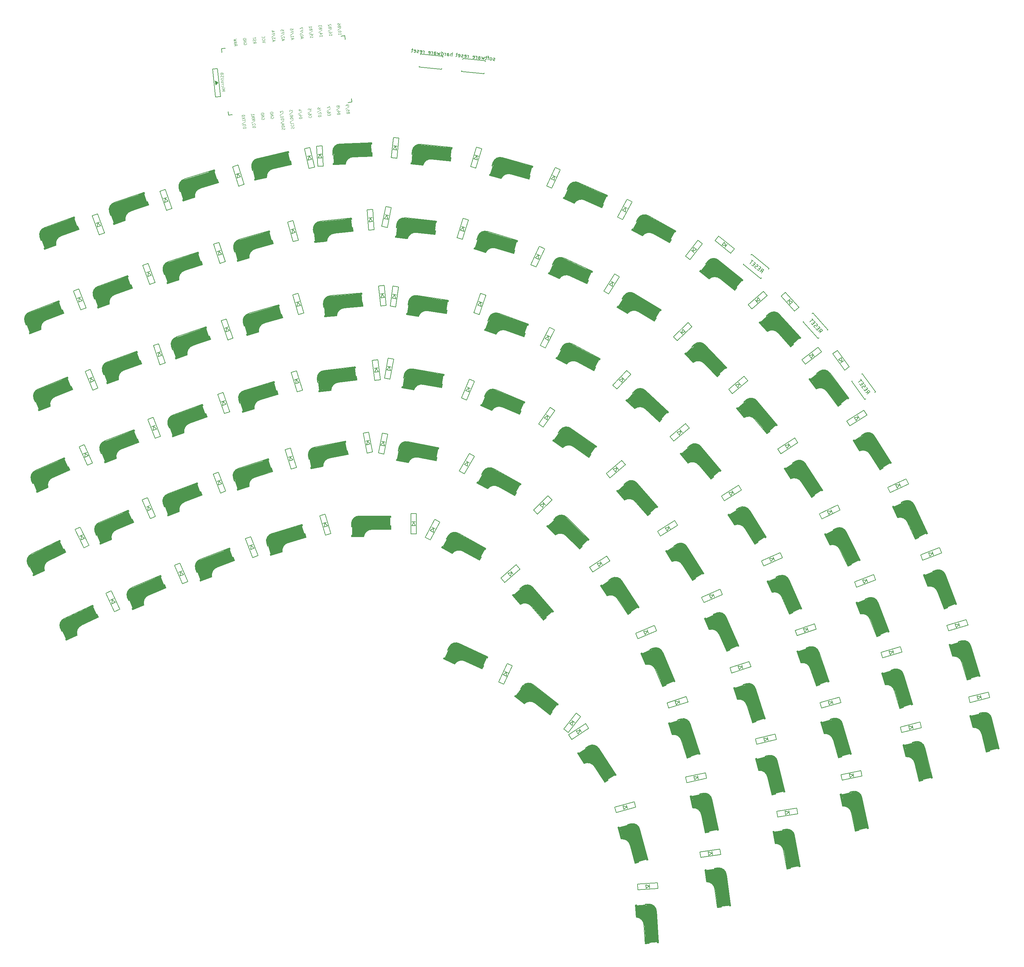
<source format=gbr>
G04 #@! TF.GenerationSoftware,KiCad,Pcbnew,(5.1.5)-3*
G04 #@! TF.CreationDate,2020-02-26T04:59:34+09:00*
G04 #@! TF.ProjectId,fan,66616e2e-6b69-4636-9164-5f7063625858,rev?*
G04 #@! TF.SameCoordinates,Original*
G04 #@! TF.FileFunction,Legend,Bot*
G04 #@! TF.FilePolarity,Positive*
%FSLAX46Y46*%
G04 Gerber Fmt 4.6, Leading zero omitted, Abs format (unit mm)*
G04 Created by KiCad (PCBNEW (5.1.5)-3) date 2020-02-26 04:59:34*
%MOMM*%
%LPD*%
G04 APERTURE LIST*
%ADD10C,0.150000*%
%ADD11C,0.300000*%
%ADD12C,0.800000*%
%ADD13C,3.000000*%
%ADD14C,0.500000*%
%ADD15C,1.000000*%
%ADD16C,3.500000*%
%ADD17C,0.400000*%
%ADD18C,0.120000*%
%ADD19C,0.125000*%
G04 APERTURE END LIST*
D10*
X169896074Y-120783202D02*
X169927433Y-121081559D01*
X169736443Y-120699429D02*
X169788707Y-121196690D01*
X169576812Y-120615657D02*
X169649982Y-121311822D01*
X170110658Y-120911475D02*
X169411954Y-120482158D01*
X169516483Y-121476679D02*
X170110658Y-120911475D01*
X169411954Y-120482158D02*
X169516483Y-121476679D01*
X169508118Y-124745461D02*
X168724154Y-117286546D01*
X170800996Y-124609574D02*
X169508118Y-124745461D01*
X170017033Y-117150659D02*
X170800996Y-124609574D01*
X168724154Y-117286546D02*
X170017033Y-117150659D01*
X171069946Y-111861626D02*
X172064468Y-111757098D01*
X172930553Y-129564116D02*
X173925075Y-129459587D01*
X171069946Y-111861626D02*
X171174474Y-112856148D01*
X172930553Y-129564116D02*
X172831251Y-128619320D01*
X202894647Y-108516715D02*
X203938895Y-108406960D01*
X204804979Y-126213978D02*
X205799501Y-126109450D01*
X203938895Y-108406960D02*
X204043423Y-109401482D01*
X205799501Y-126109450D02*
X205693928Y-125104983D01*
X299558480Y-259461348D02*
X298948375Y-258091030D01*
X304491625Y-257264970D02*
X299558480Y-259461348D01*
X303881520Y-255894652D02*
X304491625Y-257264970D01*
X298948375Y-258091030D02*
X303881520Y-255894652D01*
X301973404Y-257017859D02*
X302380141Y-257931404D01*
X301466596Y-258338141D02*
X302085418Y-257515305D01*
X301059859Y-257424596D02*
X301466596Y-258338141D01*
X302085418Y-257515305D02*
X301059859Y-257424596D01*
X256785708Y-212719893D02*
X255556980Y-211859528D01*
X259883020Y-208296472D02*
X256785708Y-212719893D01*
X258654292Y-207436107D02*
X259883020Y-208296472D01*
X255556980Y-211859528D02*
X258654292Y-207436107D01*
X257597212Y-209381636D02*
X258416364Y-209955212D01*
X257842788Y-210774364D02*
X257949431Y-209750339D01*
X257023636Y-210200788D02*
X257842788Y-210774364D01*
X257949431Y-209750339D02*
X257023636Y-210200788D01*
D11*
X221879981Y-139914151D02*
X221974057Y-139019082D01*
D12*
X222147279Y-142154364D02*
X222335431Y-140364226D01*
D13*
X223636939Y-138791655D02*
X223402795Y-141019384D01*
D14*
X231872388Y-141467150D02*
X230480057Y-141320810D01*
D15*
X231756806Y-138740130D02*
X231495485Y-141226434D01*
D16*
X230338494Y-139797669D02*
X223675197Y-139097328D01*
D10*
X232139386Y-141796865D02*
X232243915Y-140802343D01*
X232243915Y-140802343D02*
X232045010Y-140781438D01*
X232025120Y-140779347D02*
X232260309Y-138541673D01*
X232280199Y-138543763D02*
X232479104Y-138564669D01*
X221770076Y-140003151D02*
X221968981Y-140024057D01*
X221998816Y-140027193D02*
X221764672Y-142254922D01*
X221734837Y-142251786D02*
X221535932Y-142230880D01*
X221498302Y-142588908D02*
X221535932Y-142230880D01*
X221874605Y-139008629D02*
X221770076Y-140003151D01*
X221498302Y-142588908D02*
X224760334Y-142931761D01*
X227166777Y-141274223D02*
X232139386Y-141796865D01*
X232515689Y-138216586D02*
X224161704Y-137338547D01*
X224766240Y-142910793D02*
G75*
G02X227166777Y-141274223I2109066J-514748D01*
G01*
X221874605Y-139008630D02*
G75*
G02X224161704Y-137338547I1978591J-308508D01*
G01*
X232479104Y-138564669D02*
X232515689Y-138216586D01*
D15*
X224410243Y-142471174D02*
G75*
G02X226810779Y-140834603I2109066J-514747D01*
G01*
D14*
X221718112Y-142410909D02*
X224403321Y-142693136D01*
D17*
X232295879Y-138394585D02*
X230903548Y-138248245D01*
X232034557Y-140880890D02*
X231961387Y-141577055D01*
D11*
X200809915Y-140079631D02*
X200778506Y-139180180D01*
D12*
X201386389Y-142260842D02*
X201323570Y-140461940D01*
D13*
X202393553Y-138723538D02*
X202471728Y-140962173D01*
D14*
X210921212Y-140226842D02*
X209522065Y-140275702D01*
D15*
X210427227Y-137542447D02*
X210514476Y-140040924D01*
D16*
X209169899Y-138787085D02*
X202473980Y-139020912D01*
D10*
X211231499Y-140516190D02*
X211196600Y-139516799D01*
X211196600Y-139516799D02*
X210996722Y-139523779D01*
X210976734Y-139524477D02*
X210898210Y-137275848D01*
X210918198Y-137275150D02*
X211118076Y-137268170D01*
X200713466Y-140183061D02*
X200913344Y-140176081D01*
X200943326Y-140175034D02*
X201021501Y-142413670D01*
X200991519Y-142414717D02*
X200791641Y-142421696D01*
X200804205Y-142781477D02*
X200791641Y-142421696D01*
X200678566Y-139183670D02*
X200713466Y-140183061D01*
X200804205Y-142781477D02*
X204082207Y-142667007D01*
X206234545Y-140690687D02*
X211231499Y-140516190D01*
X211105861Y-136918383D02*
X202710977Y-137211539D01*
X204085136Y-142645421D02*
G75*
G02X206234545Y-140690687I2160181J-216213D01*
G01*
X200678567Y-139183671D02*
G75*
G02X202710977Y-137211539I2002271J-30139D01*
G01*
X211118076Y-137268170D02*
X211105861Y-136918383D01*
D15*
X203671421Y-142259624D02*
G75*
G02X205820829Y-140304891I2160180J-216213D01*
G01*
D14*
X200997103Y-142574619D02*
X203695458Y-142480390D01*
D17*
X210912963Y-137125241D02*
X209513816Y-137174100D01*
X211000212Y-139623718D02*
X211024641Y-140323292D01*
D11*
X284016157Y-339895054D02*
X284913963Y-339832273D01*
D12*
X281856393Y-340547300D02*
X283652007Y-340421739D01*
D13*
X285426692Y-341430400D02*
X283192149Y-341586654D01*
D14*
X284221914Y-350005329D02*
X284124255Y-348608739D01*
D15*
X286887435Y-349417961D02*
X284393524Y-349592352D01*
D16*
X285599674Y-348204835D02*
X285132306Y-341521156D01*
D10*
X283943572Y-350325525D02*
X284941136Y-350255769D01*
X284941136Y-350255769D02*
X284927185Y-350056256D01*
X284925790Y-350036305D02*
X287170309Y-349879353D01*
X287171704Y-349899304D02*
X287185655Y-350098817D01*
X283909424Y-339802273D02*
X283923375Y-340001786D01*
X283925468Y-340031713D02*
X281690924Y-340187967D01*
X281688832Y-340158040D02*
X281674880Y-339958528D01*
X281315757Y-339983640D02*
X281674880Y-339958528D01*
X284906988Y-339732517D02*
X283909424Y-339802273D01*
X281315757Y-339983640D02*
X281544558Y-343255650D01*
X283594790Y-345337705D02*
X283943572Y-350325525D01*
X287534803Y-350074402D02*
X286948848Y-341694863D01*
X281566233Y-343257825D02*
G75*
G02X283594790Y-345337705I-140692J-2166410D01*
G01*
X284906987Y-339732516D02*
G75*
G02X286948848Y-341694863I39757J-2002104D01*
G01*
X287185655Y-350098817D02*
X287534803Y-350074402D01*
D15*
X281937356Y-342830897D02*
G75*
G02X283965913Y-344910777I-140692J-2166410D01*
G01*
D14*
X281529221Y-340169201D02*
X281717564Y-342862624D01*
D17*
X287321338Y-349888840D02*
X287223679Y-348492251D01*
X284827428Y-350063232D02*
X284129133Y-350112061D01*
D11*
X277908575Y-178473543D02*
X278372109Y-177702093D01*
D12*
X277204074Y-180616831D02*
X278131142Y-179073930D01*
D13*
X279975307Y-178198738D02*
X278821621Y-180118793D01*
D14*
X286308445Y-184104012D02*
X285108411Y-183382958D01*
D15*
X287356181Y-181583645D02*
X286068586Y-183726563D01*
D16*
X285623818Y-181942696D02*
X279880797Y-178491941D01*
D10*
X286411084Y-184515673D02*
X286926122Y-183658506D01*
X286926122Y-183658506D02*
X286754688Y-183555498D01*
X286737545Y-183545198D02*
X287896381Y-181616571D01*
X287913524Y-181626872D02*
X288084958Y-181729880D01*
X277771354Y-178507756D02*
X277942787Y-178610764D01*
X277968502Y-178626215D02*
X276814817Y-180546270D01*
X276789102Y-180530819D02*
X276617669Y-180427811D01*
X276432255Y-180736391D02*
X276617669Y-180427811D01*
X278286392Y-177650589D02*
X277771354Y-178507756D01*
X276432255Y-180736391D02*
X279243764Y-182425716D01*
X282125247Y-181940483D02*
X286411084Y-184515673D01*
X288265221Y-181429871D02*
X281065015Y-177103551D01*
X279257978Y-182409208D02*
G75*
G02X282125247Y-181940483I1693921J-1357850D01*
G01*
X278286392Y-177650590D02*
G75*
G02X281065015Y-177103551I1662831J-1115792D01*
G01*
X288084958Y-181729880D02*
X288265221Y-181429871D01*
D15*
X279121127Y-181860326D02*
G75*
G02X281988396Y-181391601I1693920J-1357850D01*
G01*
D14*
X276706696Y-180667965D02*
X279021048Y-182058568D01*
D17*
X287990780Y-181498297D02*
X286790746Y-180777244D01*
X286703185Y-183641215D02*
X286342658Y-184241232D01*
D11*
X119882984Y-249881134D02*
X119488450Y-249072221D01*
D12*
X121296798Y-251639297D02*
X120507730Y-250021468D01*
D13*
X120778136Y-247998158D02*
X121760087Y-250011457D01*
D14*
X129179990Y-245902984D02*
X127921678Y-246516703D01*
D15*
X127636870Y-243651588D02*
X128732798Y-245898573D01*
D16*
X126994483Y-245300024D02*
X120972563Y-248237110D01*
D10*
X129581139Y-246041111D02*
X129142768Y-245142317D01*
X129142768Y-245142317D02*
X128963009Y-245229991D01*
X128945033Y-245238758D02*
X127958698Y-243216472D01*
X127976674Y-243207704D02*
X128156433Y-243120030D01*
X119836942Y-250014852D02*
X120016701Y-249927178D01*
X120043665Y-249914026D02*
X121025616Y-251927325D01*
X120998652Y-251940476D02*
X120818893Y-252028150D01*
X120976707Y-252351716D02*
X120818893Y-252028150D01*
X119398571Y-249116058D02*
X119836942Y-250014852D01*
X120976707Y-252351716D02*
X123924751Y-250913859D01*
X125087169Y-248232966D02*
X129581139Y-246041111D01*
X128003003Y-242805452D02*
X120453132Y-246487770D01*
X123918648Y-250892948D02*
G75*
G02X125087169Y-248232966I2061365J681104D01*
G01*
X119398571Y-249116059D02*
G75*
G02X120453132Y-246487770I1841425J786864D01*
G01*
X128156433Y-243120030D02*
X128003003Y-242805452D01*
D15*
X123383783Y-250708778D02*
G75*
G02X124552303Y-248048797I2061364J681104D01*
G01*
D14*
X121068791Y-252084283D02*
X123495535Y-250900681D01*
D17*
X127910918Y-243072885D02*
X126652607Y-243686605D01*
X129006846Y-245319870D02*
X129313706Y-245949026D01*
D10*
X295023935Y-307395972D02*
X294712068Y-305928751D01*
X300305932Y-306273249D02*
X295023935Y-307395972D01*
X299994065Y-304806028D02*
X300305932Y-306273249D01*
X294712068Y-305928751D02*
X299994065Y-304806028D01*
X297894118Y-305507970D02*
X298102030Y-306486118D01*
X297123882Y-306694030D02*
X297900259Y-306017835D01*
X296915970Y-305715882D02*
X297123882Y-306694030D01*
X297900259Y-306017835D02*
X296915970Y-305715882D01*
X352281643Y-294058911D02*
X351918760Y-292603467D01*
X357521240Y-292752533D02*
X352281643Y-294058911D01*
X357158357Y-291297089D02*
X357521240Y-292752533D01*
X351918760Y-292603467D02*
X357158357Y-291297089D01*
X355084187Y-292071891D02*
X355326109Y-293042187D01*
X354355813Y-293284109D02*
X355108118Y-292581231D01*
X354113891Y-292313813D02*
X354355813Y-293284109D01*
X355108118Y-292581231D02*
X354113891Y-292313813D01*
X336434935Y-306772972D02*
X336123068Y-305305751D01*
X341716932Y-305650249D02*
X336434935Y-306772972D01*
X341405065Y-304183028D02*
X341716932Y-305650249D01*
X336123068Y-305305751D02*
X341405065Y-304183028D01*
X339305118Y-304884970D02*
X339513030Y-305863118D01*
X338534882Y-306071030D02*
X339311259Y-305394835D01*
X338326970Y-305092882D02*
X338534882Y-306071030D01*
X339311259Y-305394835D02*
X338326970Y-305092882D01*
X298729656Y-327356468D02*
X298520896Y-325871066D01*
X304077104Y-326604934D02*
X298729656Y-327356468D01*
X303868344Y-325119532D02*
X304077104Y-326604934D01*
X298520896Y-325871066D02*
X303868344Y-325119532D01*
X301724547Y-325673279D02*
X301863721Y-326663547D01*
X300873453Y-326802721D02*
X301695107Y-326182331D01*
X300734279Y-325812453D02*
X300873453Y-326802721D01*
X301695107Y-326182331D02*
X300734279Y-325812453D01*
X217486934Y-180656104D02*
X216001532Y-180447344D01*
X218238468Y-175308656D02*
X217486934Y-180656104D01*
X216753066Y-175099896D02*
X218238468Y-175308656D01*
X216001532Y-180447344D02*
X216753066Y-175099896D01*
X216694453Y-177313279D02*
X217684721Y-177452453D01*
X217545547Y-178442721D02*
X217175669Y-177481893D01*
X216555279Y-178303547D02*
X217545547Y-178442721D01*
X217175669Y-177481893D02*
X216555279Y-178303547D01*
X235247825Y-162679302D02*
X233813368Y-162240744D01*
X236826632Y-157515256D02*
X235247825Y-162679302D01*
X235392175Y-157076698D02*
X236826632Y-157515256D01*
X233813368Y-162240744D02*
X235392175Y-157076698D01*
X234988033Y-159253662D02*
X235944338Y-159546033D01*
X235651967Y-160502338D02*
X235436949Y-159495478D01*
X234695662Y-160209967D02*
X235651967Y-160502338D01*
X235436949Y-159495478D02*
X234695662Y-160209967D01*
X217783665Y-141041605D02*
X216291882Y-140884813D01*
X218348118Y-135671187D02*
X217783665Y-141041605D01*
X216856335Y-135514395D02*
X218348118Y-135671187D01*
X216291882Y-140884813D02*
X216856335Y-135514395D01*
X216875003Y-137728475D02*
X217869525Y-137833003D01*
X217764997Y-138827525D02*
X217361811Y-137880191D01*
X216770475Y-138722997D02*
X217764997Y-138827525D01*
X217361811Y-137880191D02*
X216770475Y-138722997D01*
X281974894Y-335971516D02*
X281870260Y-334475169D01*
X287361740Y-335594831D02*
X281974894Y-335971516D01*
X287257106Y-334098484D02*
X287361740Y-335594831D01*
X281870260Y-334475169D02*
X287257106Y-334098484D01*
X285079904Y-334501340D02*
X285149660Y-335498904D01*
X284152096Y-335568660D02*
X285015026Y-335007097D01*
X284082340Y-334571096D02*
X284152096Y-335568660D01*
X285015026Y-335007097D02*
X284082340Y-334571096D01*
X263430722Y-294085375D02*
X262248706Y-293161883D01*
X266755294Y-289830117D02*
X263430722Y-294085375D01*
X265573278Y-288906625D02*
X266755294Y-289830117D01*
X262248706Y-293161883D02*
X265573278Y-288906625D01*
X264415825Y-290794164D02*
X265203836Y-291409825D01*
X264588175Y-292197836D02*
X264748265Y-291180796D01*
X263800164Y-291582175D02*
X264588175Y-292197836D01*
X264748265Y-291180796D02*
X263800164Y-291582175D01*
X255273142Y-235851518D02*
X254212482Y-234790858D01*
X259091518Y-232033142D02*
X255273142Y-235851518D01*
X258030858Y-230972482D02*
X259091518Y-232033142D01*
X254212482Y-234790858D02*
X258030858Y-230972482D01*
X256652000Y-232704893D02*
X257359107Y-233412000D01*
X256652000Y-234119107D02*
X256934843Y-233129157D01*
X255944893Y-233412000D02*
X256652000Y-234119107D01*
X256934843Y-233129157D02*
X255944893Y-233412000D01*
X276427120Y-202564154D02*
X275330089Y-201541156D01*
X280109911Y-198614844D02*
X276427120Y-202564154D01*
X279012880Y-197591846D02*
X280109911Y-198614844D01*
X275330089Y-201541156D02*
X279012880Y-197591846D01*
X277695322Y-199371324D02*
X278426676Y-200053322D01*
X277744678Y-200784676D02*
X277992799Y-199785459D01*
X277013324Y-200102678D02*
X277744678Y-200784676D01*
X277992799Y-199785459D02*
X277013324Y-200102678D01*
X254858662Y-170041995D02*
X253499200Y-169408067D01*
X257140800Y-165147933D02*
X254858662Y-170041995D01*
X255781338Y-164514005D02*
X257140800Y-165147933D01*
X253499200Y-169408067D02*
X255781338Y-164514005D01*
X255078155Y-166613537D02*
X255984463Y-167036155D01*
X255561845Y-167942463D02*
X255489047Y-166915477D01*
X254655537Y-167519845D02*
X255561845Y-167942463D01*
X255489047Y-166915477D02*
X254655537Y-167519845D01*
X214341036Y-219871500D02*
X212868595Y-219585287D01*
X215371405Y-214570713D02*
X214341036Y-219871500D01*
X213898964Y-214284500D02*
X215371405Y-214570713D01*
X212868595Y-219585287D02*
X213898964Y-214284500D01*
X213724591Y-216491782D02*
X214706218Y-216682591D01*
X214515409Y-217664218D02*
X214196324Y-216685349D01*
X213533782Y-217473409D02*
X214515409Y-217664218D01*
X214196324Y-216685349D02*
X213533782Y-217473409D01*
X195859145Y-143410586D02*
X194397590Y-143748012D01*
X194644410Y-138148988D02*
X195859145Y-143410586D01*
X193182855Y-138486414D02*
X194644410Y-138148988D01*
X194397590Y-143748012D02*
X193182855Y-138486414D01*
X193921339Y-140573790D02*
X194895710Y-140348839D01*
X195120661Y-141323210D02*
X194431020Y-140558752D01*
X194146290Y-141548161D02*
X195120661Y-141323210D01*
X194431020Y-140558752D02*
X194146290Y-141548161D01*
X211736516Y-160091106D02*
X210240169Y-160195740D01*
X211359831Y-154704260D02*
X211736516Y-160091106D01*
X209863484Y-154808894D02*
X211359831Y-154704260D01*
X210240169Y-160195740D02*
X209863484Y-154808894D01*
X210266340Y-156986096D02*
X211263904Y-156916340D01*
X211333660Y-157913904D02*
X210772097Y-157050974D01*
X210336096Y-157983660D02*
X211333660Y-157913904D01*
X210772097Y-157050974D02*
X210336096Y-157983660D01*
X297991278Y-162888625D02*
X299173294Y-163812117D01*
X294666706Y-167143883D02*
X297991278Y-162888625D01*
X295848722Y-168067375D02*
X294666706Y-167143883D01*
X299173294Y-163812117D02*
X295848722Y-168067375D01*
X297006175Y-166179836D02*
X296218164Y-165564175D01*
X296833825Y-164776164D02*
X296673735Y-165793204D01*
X297621836Y-165391825D02*
X296833825Y-164776164D01*
X296673735Y-165793204D02*
X297621836Y-165391825D01*
X246294662Y-281199995D02*
X244935200Y-280566067D01*
X248576800Y-276305933D02*
X246294662Y-281199995D01*
X247217338Y-275672005D02*
X248576800Y-276305933D01*
X244935200Y-280566067D02*
X247217338Y-275672005D01*
X246514155Y-277771537D02*
X247420463Y-278194155D01*
X246997845Y-279100463D02*
X246925047Y-278073477D01*
X246091537Y-278677845D02*
X246997845Y-279100463D01*
X246925047Y-278073477D02*
X246091537Y-278677845D01*
X226713637Y-242750062D02*
X225389216Y-242045855D01*
X229248784Y-237982145D02*
X226713637Y-242750062D01*
X227924363Y-237277938D02*
X229248784Y-237982145D01*
X225389216Y-242045855D02*
X227924363Y-237277938D01*
X227112262Y-239337790D02*
X227995210Y-239807262D01*
X227525738Y-240690210D02*
X227506789Y-239660821D01*
X226642790Y-240220738D02*
X227525738Y-240690210D01*
X227506789Y-239660821D02*
X226642790Y-240220738D01*
X259058662Y-149041995D02*
X257699200Y-148408067D01*
X261340800Y-144147933D02*
X259058662Y-149041995D01*
X259981338Y-143514005D02*
X261340800Y-144147933D01*
X257699200Y-148408067D02*
X259981338Y-143514005D01*
X259278155Y-145613537D02*
X260184463Y-146036155D01*
X259761845Y-146942463D02*
X259689047Y-145915477D01*
X258855537Y-146519845D02*
X259761845Y-146942463D01*
X259689047Y-145915477D02*
X258855537Y-146519845D01*
X238847825Y-143679302D02*
X237413368Y-143240744D01*
X240426632Y-138515256D02*
X238847825Y-143679302D01*
X238992175Y-138076698D02*
X240426632Y-138515256D01*
X237413368Y-143240744D02*
X238992175Y-138076698D01*
X238588033Y-140253662D02*
X239544338Y-140546033D01*
X239251967Y-141502338D02*
X239036949Y-140495478D01*
X238295662Y-141209967D02*
X239251967Y-141502338D01*
X239036949Y-140495478D02*
X238295662Y-141209967D01*
X191578167Y-162866679D02*
X190136275Y-163280135D01*
X190089725Y-157675865D02*
X191578167Y-162866679D01*
X188647833Y-158089321D02*
X190089725Y-157675865D01*
X190136275Y-163280135D02*
X188647833Y-158089321D01*
X189494550Y-160135188D02*
X190455812Y-159859550D01*
X190731450Y-160820812D02*
X190002745Y-160093495D01*
X189770188Y-161096450D02*
X190731450Y-160820812D01*
X190002745Y-160093495D02*
X189770188Y-161096450D01*
X223008000Y-241155000D02*
X221508000Y-241155000D01*
X223008000Y-235755000D02*
X223008000Y-241155000D01*
X221508000Y-235755000D02*
X223008000Y-235755000D01*
X221508000Y-241155000D02*
X221508000Y-235755000D01*
X221758000Y-237955000D02*
X222758000Y-237955000D01*
X222758000Y-238955000D02*
X222258000Y-238055000D01*
X221758000Y-238955000D02*
X222758000Y-238955000D01*
X222258000Y-238055000D02*
X221758000Y-238955000D01*
X295341224Y-184862918D02*
X296383211Y-185941927D01*
X291456789Y-188614073D02*
X295341224Y-184862918D01*
X292498776Y-189693082D02*
X291456789Y-188614073D01*
X296383211Y-185941927D02*
X292498776Y-189693082D01*
X293907659Y-187984999D02*
X293213001Y-187265659D01*
X293932341Y-186571001D02*
X293632264Y-187555863D01*
X294626999Y-187290341D02*
X293932341Y-186571001D01*
X293632264Y-187555863D02*
X294626999Y-187290341D01*
X274225254Y-177215169D02*
X272953182Y-176420290D01*
X277086818Y-172635710D02*
X274225254Y-177215169D01*
X275814746Y-171840831D02*
X277086818Y-172635710D01*
X272953182Y-176420290D02*
X275814746Y-171840831D01*
X274860936Y-173839016D02*
X275708984Y-174368936D01*
X275179064Y-175216984D02*
X275231968Y-174188781D01*
X274331016Y-174687064D02*
X275179064Y-175216984D01*
X275231968Y-174188781D02*
X274331016Y-174687064D01*
X177059632Y-148030044D02*
X175625175Y-148468602D01*
X175480825Y-142865998D02*
X177059632Y-148030044D01*
X174046368Y-143304556D02*
X175480825Y-142865998D01*
X175625175Y-148468602D02*
X174046368Y-143304556D01*
X174928662Y-145335333D02*
X175884967Y-145042962D01*
X176177338Y-145999267D02*
X175436051Y-145284778D01*
X175221033Y-146291638D02*
X176177338Y-145999267D01*
X175436051Y-145284778D02*
X175221033Y-146291638D01*
X192985167Y-182266679D02*
X191543275Y-182680135D01*
X191496725Y-177075865D02*
X192985167Y-182266679D01*
X190054833Y-177489321D02*
X191496725Y-177075865D01*
X191543275Y-182680135D02*
X190054833Y-177489321D01*
X190901550Y-179535188D02*
X191862812Y-179259550D01*
X192138450Y-180220812D02*
X191409745Y-179493495D01*
X191177188Y-180496450D02*
X192138450Y-180220812D01*
X191409745Y-179493495D02*
X191177188Y-180496450D01*
X257362481Y-191624210D02*
X256025971Y-190943225D01*
X259814029Y-186812775D02*
X257362481Y-191624210D01*
X258477519Y-186131790D02*
X259814029Y-186812775D01*
X256025971Y-190943225D02*
X258477519Y-186131790D01*
X257701492Y-188205501D02*
X258592499Y-188659492D01*
X258138508Y-189550499D02*
X258101596Y-188521597D01*
X257247501Y-189096508D02*
X258138508Y-189550499D01*
X258101596Y-188521597D02*
X257247501Y-189096508D01*
X239750105Y-182675076D02*
X238331827Y-182186724D01*
X241508173Y-177569276D02*
X239750105Y-182675076D01*
X240089895Y-177080924D02*
X241508173Y-177569276D01*
X238331827Y-182186724D02*
X240089895Y-177080924D01*
X239610025Y-179242457D02*
X240555543Y-179568025D01*
X240229975Y-180513543D02*
X240050227Y-179499793D01*
X239284457Y-180187975D02*
X240229975Y-180513543D01*
X240050227Y-179499793D02*
X239284457Y-180187975D01*
X214948118Y-180284813D02*
X213456335Y-180441605D01*
X214383665Y-174914395D02*
X214948118Y-180284813D01*
X212891882Y-175071187D02*
X214383665Y-174914395D01*
X213456335Y-180441605D02*
X212891882Y-175071187D01*
X213370475Y-177233003D02*
X214364997Y-177128475D01*
X214469525Y-178122997D02*
X213878189Y-177280191D01*
X213475003Y-178227525D02*
X214469525Y-178122997D01*
X213878189Y-177280191D02*
X213475003Y-178227525D01*
X213393457Y-200066473D02*
X211904638Y-200249277D01*
X212735362Y-194706723D02*
X213393457Y-200066473D01*
X211246543Y-194889527D02*
X212735362Y-194706723D01*
X211904638Y-200249277D02*
X211246543Y-194889527D01*
X211762792Y-197042662D02*
X212755338Y-196920792D01*
X212877208Y-197913338D02*
X212271252Y-197080982D01*
X211884662Y-198035208D02*
X212877208Y-197913338D01*
X212271252Y-197080982D02*
X211884662Y-198035208D01*
X211310405Y-219327287D02*
X209837964Y-219613500D01*
X210280036Y-214026500D02*
X211310405Y-219327287D01*
X208807595Y-214312713D02*
X210280036Y-214026500D01*
X209837964Y-219613500D02*
X208807595Y-214312713D01*
X209472782Y-216424591D02*
X210454409Y-216233782D01*
X210645218Y-217215409D02*
X209982676Y-216427349D01*
X209663591Y-217406218D02*
X210645218Y-217215409D01*
X209982676Y-216427349D02*
X209663591Y-217406218D01*
X198210279Y-143135048D02*
X196712335Y-143213552D01*
X197927665Y-137742448D02*
X198210279Y-143135048D01*
X196429721Y-137820952D02*
X197927665Y-137742448D01*
X196712335Y-143213552D02*
X196429721Y-137820952D01*
X196794517Y-140004853D02*
X197793147Y-139952517D01*
X197845483Y-140951147D02*
X197299066Y-140078548D01*
X196846853Y-141003483D02*
X197845483Y-140951147D01*
X197299066Y-140078548D02*
X196846853Y-141003483D01*
X330931321Y-287543167D02*
X330517865Y-286101275D01*
X336122135Y-286054725D02*
X330931321Y-287543167D01*
X335708679Y-284612833D02*
X336122135Y-286054725D01*
X330517865Y-286101275D02*
X335708679Y-284612833D01*
X333662812Y-285459550D02*
X333938450Y-286420812D01*
X332977188Y-286696450D02*
X333704505Y-285967745D01*
X332701550Y-285735188D02*
X332977188Y-286696450D01*
X333704505Y-285967745D02*
X332701550Y-285735188D01*
X313669643Y-297211911D02*
X313306760Y-295756467D01*
X318909240Y-295905533D02*
X313669643Y-297211911D01*
X318546357Y-294450089D02*
X318909240Y-295905533D01*
X313306760Y-295756467D02*
X318546357Y-294450089D01*
X316472187Y-295224891D02*
X316714109Y-296195187D01*
X315743813Y-296437109D02*
X316496118Y-295734231D01*
X315501891Y-295466813D02*
X315743813Y-296437109D01*
X316496118Y-295734231D02*
X315501891Y-295466813D01*
X276199115Y-315372256D02*
X275810886Y-313923367D01*
X281415114Y-313974633D02*
X276199115Y-315372256D01*
X281026885Y-312525744D02*
X281415114Y-313974633D01*
X275810886Y-313923367D02*
X281026885Y-312525744D01*
X278966553Y-313336628D02*
X279225372Y-314302553D01*
X278259447Y-314561372D02*
X278999370Y-313845472D01*
X278000628Y-313595447D02*
X278259447Y-314561372D01*
X278999370Y-313845472D02*
X278000628Y-313595447D01*
X315465672Y-176540608D02*
X316449760Y-177672673D01*
X311390240Y-180083327D02*
X315465672Y-176540608D01*
X312374328Y-181215392D02*
X311390240Y-180083327D01*
X316449760Y-177672673D02*
X312374328Y-181215392D01*
X313870675Y-179583384D02*
X313214616Y-178828675D01*
X313969325Y-178172616D02*
X313618116Y-179140424D01*
X314625384Y-178927325D02*
X313969325Y-178172616D01*
X313618116Y-179140424D02*
X314625384Y-178927325D01*
X235737519Y-225150269D02*
X234438481Y-224400269D01*
X238437519Y-220473731D02*
X235737519Y-225150269D01*
X237138481Y-219723731D02*
X238437519Y-220473731D01*
X234438481Y-224400269D02*
X237138481Y-219723731D01*
X236254987Y-221753987D02*
X237121013Y-222253987D01*
X236621013Y-223120013D02*
X236638000Y-222090590D01*
X235754987Y-222620013D02*
X236621013Y-223120013D01*
X236638000Y-222090590D02*
X235754987Y-222620013D01*
X215989756Y-199867217D02*
X214512544Y-199606745D01*
X216927456Y-194549255D02*
X215989756Y-199867217D01*
X215450244Y-194288783D02*
X216927456Y-194549255D01*
X214512544Y-199606745D02*
X215450244Y-194288783D01*
X215314420Y-196498772D02*
X216299228Y-196672420D01*
X216125580Y-197657228D02*
X215789459Y-196684077D01*
X215140772Y-197483580D02*
X216125580Y-197657228D01*
X215789459Y-196684077D02*
X215140772Y-197483580D01*
X277914637Y-157414062D02*
X276590216Y-156709855D01*
X280449784Y-152646145D02*
X277914637Y-157414062D01*
X279125363Y-151941938D02*
X280449784Y-152646145D01*
X276590216Y-156709855D02*
X279125363Y-151941938D01*
X278313262Y-154001790D02*
X279196210Y-154471262D01*
X278726738Y-155354210D02*
X278707789Y-154324821D01*
X277843790Y-154884738D02*
X278726738Y-155354210D01*
X278707789Y-154324821D02*
X277843790Y-154884738D01*
X215259722Y-159501112D02*
X213787281Y-159214899D01*
X216290091Y-154200325D02*
X215259722Y-159501112D01*
X214817650Y-153914112D02*
X216290091Y-154200325D01*
X213787281Y-159214899D02*
X214817650Y-153914112D01*
X214643277Y-156121394D02*
X215624904Y-156312203D01*
X215434095Y-157293830D02*
X215115010Y-156314961D01*
X214452468Y-157103021D02*
X215434095Y-157293830D01*
X215115010Y-156314961D02*
X214452468Y-157103021D01*
D11*
X220854859Y-180067463D02*
X220995650Y-179178545D01*
D12*
X221004547Y-182318596D02*
X221286129Y-180540758D01*
D13*
X222668155Y-179038458D02*
X222317742Y-181250880D01*
D14*
X230752294Y-182141297D02*
X229369530Y-181922288D01*
D15*
X230779591Y-179411964D02*
X230388505Y-181881185D01*
D16*
X229307875Y-180393826D02*
X222690363Y-179345715D01*
D10*
X231001670Y-182484534D02*
X231158104Y-181496845D01*
X231158104Y-181496845D02*
X230960567Y-181465558D01*
X230940813Y-181462430D02*
X231292790Y-179240131D01*
X231312544Y-179243260D02*
X231510082Y-179274546D01*
X220740446Y-180150590D02*
X220937984Y-180181877D01*
X220967615Y-180186570D02*
X220617201Y-182398992D01*
X220587571Y-182394299D02*
X220390033Y-182363012D01*
X220333717Y-182718579D02*
X220390033Y-182363012D01*
X220896881Y-179162901D02*
X220740446Y-180150590D01*
X220333717Y-182718579D02*
X223573334Y-183231685D01*
X226063228Y-181702361D02*
X231001670Y-182484534D01*
X231564834Y-178928855D02*
X223268251Y-177614806D01*
X223580329Y-183211055D02*
G75*
G02X226063228Y-181702361I2079237J-624422D01*
G01*
X220896881Y-179162902D02*
G75*
G02X223268251Y-177614806I1959733J-411637D01*
G01*
X231510082Y-179274546D02*
X231564834Y-178928855D01*
D15*
X223247828Y-182753405D02*
G75*
G02X225730727Y-181244712I2079236J-624423D01*
G01*
D14*
X220562541Y-182552329D02*
X223229300Y-182974702D01*
D17*
X231336009Y-179095106D02*
X229953246Y-178876098D01*
X230944923Y-181564327D02*
X230835419Y-182255709D01*
D11*
X217738981Y-159494951D02*
X217833057Y-158599882D01*
D12*
X218006279Y-161735164D02*
X218194431Y-159945026D01*
D13*
X219495939Y-158372455D02*
X219261795Y-160600184D01*
D14*
X227731388Y-161047950D02*
X226339057Y-160901610D01*
D15*
X227615806Y-158320930D02*
X227354485Y-160807234D01*
D16*
X226197494Y-159378469D02*
X219534197Y-158678128D01*
D10*
X227998386Y-161377665D02*
X228102915Y-160383143D01*
X228102915Y-160383143D02*
X227904010Y-160362238D01*
X227884120Y-160360147D02*
X228119309Y-158122473D01*
X228139199Y-158124563D02*
X228338104Y-158145469D01*
X217629076Y-159583951D02*
X217827981Y-159604857D01*
X217857816Y-159607993D02*
X217623672Y-161835722D01*
X217593837Y-161832586D02*
X217394932Y-161811680D01*
X217357302Y-162169708D02*
X217394932Y-161811680D01*
X217733605Y-158589429D02*
X217629076Y-159583951D01*
X217357302Y-162169708D02*
X220619334Y-162512561D01*
X223025777Y-160855023D02*
X227998386Y-161377665D01*
X228374689Y-157797386D02*
X220020704Y-156919347D01*
X220625240Y-162491593D02*
G75*
G02X223025777Y-160855023I2109066J-514748D01*
G01*
X217733605Y-158589430D02*
G75*
G02X220020704Y-156919347I1978591J-308508D01*
G01*
X228338104Y-158145469D02*
X228374689Y-157797386D01*
D15*
X220269243Y-162051974D02*
G75*
G02X222669779Y-160415403I2109066J-514747D01*
G01*
D14*
X217577112Y-161991709D02*
X220262321Y-162273936D01*
D17*
X228154879Y-157975385D02*
X226762548Y-157829045D01*
X227893557Y-160461690D02*
X227820387Y-161157855D01*
D11*
X239219445Y-162657985D02*
X239482579Y-161797312D01*
D12*
X239054380Y-164908042D02*
X239580648Y-163186695D01*
D13*
X241158305Y-161891356D02*
X240503392Y-164033478D01*
D14*
X248731937Y-166089093D02*
X247393110Y-165679772D01*
D15*
X249138819Y-163390121D02*
X248407890Y-165780883D01*
D16*
X247544777Y-164157604D02*
X241137535Y-162198713D01*
D10*
X248931117Y-166463696D02*
X249223489Y-165507391D01*
X249223489Y-165507391D02*
X249032228Y-165448916D01*
X249013102Y-165443069D02*
X249670938Y-163291383D01*
X249690064Y-163297231D02*
X249881325Y-163355705D01*
X239094577Y-162724379D02*
X239285838Y-162782854D01*
X239314527Y-162791625D02*
X238659615Y-164933747D01*
X238630926Y-164924976D02*
X238439665Y-164866502D01*
X238334411Y-165210772D02*
X238439665Y-164866502D01*
X239386949Y-161768075D02*
X239094577Y-162724379D01*
X238334411Y-165210772D02*
X241471090Y-166169751D01*
X244149593Y-165001837D02*
X248931117Y-166463696D01*
X249983655Y-163020998D02*
X241950694Y-160565076D01*
X241480889Y-166150295D02*
G75*
G02X244149593Y-165001837I1972098J-907719D01*
G01*
X239386949Y-161768075D02*
G75*
G02X241950694Y-160565076I1883372J-680373D01*
G01*
X249881325Y-163355705D02*
X249983655Y-163020998D01*
D15*
X241215315Y-165650825D02*
G75*
G02X243884020Y-164502366I1972099J-907719D01*
G01*
D14*
X238584146Y-165077985D02*
X241166169Y-165867389D01*
D17*
X249733920Y-163153785D02*
X248395093Y-162744465D01*
X249002991Y-165544547D02*
X248798330Y-166213960D01*
D10*
X236389405Y-205450411D02*
X235008647Y-204864315D01*
X238499353Y-200479685D02*
X236389405Y-205450411D01*
X237118595Y-199893589D02*
X238499353Y-200479685D01*
X235008647Y-204864315D02*
X237118595Y-199893589D01*
X236489113Y-202016382D02*
X237409618Y-202407113D01*
X237018887Y-203327618D02*
X236910292Y-202303798D01*
X236098382Y-202936887D02*
X237018887Y-203327618D01*
X236910292Y-202303798D02*
X236098382Y-202936887D01*
X319241567Y-316551139D02*
X319006916Y-315069607D01*
X324575084Y-315706393D02*
X319241567Y-316551139D01*
X324340433Y-314224861D02*
X324575084Y-315706393D01*
X319006916Y-315069607D02*
X324340433Y-314224861D01*
X322206627Y-314815939D02*
X322363061Y-315803627D01*
X321375373Y-315960061D02*
X322186075Y-315325426D01*
X321218939Y-314972373D02*
X321375373Y-315960061D01*
X322186075Y-315325426D02*
X321218939Y-314972373D01*
D11*
X320656111Y-320046252D02*
X321542437Y-319889969D01*
D12*
X318576357Y-320920682D02*
X320349010Y-320608115D01*
D13*
X322219407Y-321425746D02*
X320013437Y-321814718D01*
D14*
X321917553Y-330079634D02*
X321674445Y-328700903D01*
D15*
X324507074Y-329216861D02*
X322045055Y-329650982D01*
D16*
X323099562Y-328144989D02*
X321936120Y-321546777D01*
D10*
X321674205Y-330427171D02*
X322659013Y-330253523D01*
X322659013Y-330253523D02*
X322624283Y-330056561D01*
X322620810Y-330036865D02*
X324836627Y-329646157D01*
X324840100Y-329665853D02*
X324874830Y-329862815D01*
X320540264Y-319965136D02*
X320574994Y-320162098D01*
X320580204Y-320191642D02*
X318374234Y-320580614D01*
X318369025Y-320551069D02*
X318334295Y-320354108D01*
X317979764Y-320416621D02*
X318334295Y-320354108D01*
X321525072Y-319791488D02*
X320540264Y-319965136D01*
X317979764Y-320416621D02*
X318549330Y-323646791D01*
X320805964Y-325503132D02*
X321674205Y-330427171D01*
X325219513Y-329802038D02*
X323760868Y-321529652D01*
X318571114Y-323646688D02*
G75*
G02X320805964Y-325503132I86530J-2169248D01*
G01*
X321525072Y-319791488D02*
G75*
G02X323760868Y-321529652I248816J-1986980D01*
G01*
X324874830Y-329862815D02*
X325219513Y-329802038D01*
D15*
X318895578Y-323183306D02*
G75*
G02X321130428Y-325039750I86530J-2169248D01*
G01*
D14*
X318211455Y-320578853D02*
X318680306Y-323237834D01*
D17*
X324987822Y-329639806D02*
X324744714Y-328261075D01*
X322525802Y-330073926D02*
X321836437Y-330195480D01*
D11*
X341642052Y-214912627D02*
X342405294Y-214435701D01*
D12*
X340041305Y-216502474D02*
X341567791Y-215548620D01*
D13*
X343608282Y-215606051D02*
X341708654Y-216793070D01*
D14*
X346570212Y-223742873D02*
X345828325Y-222555606D01*
D15*
X348647974Y-221972872D02*
X346527853Y-223297670D01*
D16*
X346941421Y-221506313D02*
X343390962Y-215824390D01*
D10*
X346474773Y-224156263D02*
X347322821Y-223626344D01*
X347322821Y-223626344D02*
X347216837Y-223456735D01*
X347206239Y-223439774D02*
X349114347Y-222247455D01*
X349124945Y-222264416D02*
X349230929Y-222434026D01*
X341504254Y-214880815D02*
X341610238Y-215050425D01*
X341626136Y-215075866D02*
X339726508Y-216262885D01*
X339710610Y-216237444D02*
X339604627Y-216067834D01*
X339299329Y-216258605D02*
X339604627Y-216067834D01*
X342352302Y-214350896D02*
X341504254Y-214880815D01*
X339299329Y-216258605D02*
X341037464Y-219040203D01*
X343825177Y-219916023D02*
X346474773Y-224156263D01*
X349527746Y-222248554D02*
X345076424Y-215124949D01*
X341057623Y-219031947D02*
G75*
G02X343825177Y-219916023I892844J-1978878D01*
G01*
X342352301Y-214350896D02*
G75*
G02X345076424Y-215124949I975035J-1749088D01*
G01*
X349230929Y-222434026D02*
X349527746Y-222248554D01*
D15*
X341184875Y-218480761D02*
G75*
G02X343952428Y-219364836I892844J-1978877D01*
G01*
D14*
X339574923Y-216322231D02*
X341005705Y-218611961D01*
D17*
X349252153Y-222184928D02*
X348510266Y-220997661D01*
X347132032Y-223509726D02*
X346538399Y-223880670D01*
D11*
X310104717Y-281375607D02*
X310960667Y-281097492D01*
D12*
X308166900Y-282530973D02*
X309878801Y-281974743D01*
D13*
X311844787Y-282524108D02*
X309714421Y-283216306D01*
D14*
X312750260Y-291135787D02*
X312317636Y-289804308D01*
D15*
X315194505Y-289921018D02*
X312816864Y-290693561D01*
D16*
X313651515Y-289055465D02*
X311581102Y-282683387D01*
D10*
X312557648Y-291513809D02*
X313508704Y-291204792D01*
X313508704Y-291204792D02*
X313446901Y-291014581D01*
X313440721Y-290995560D02*
X315580598Y-290300271D01*
X315586778Y-290319292D02*
X315648581Y-290509504D01*
X309978709Y-281311404D02*
X310040512Y-281501615D01*
X310049783Y-281530147D02*
X307919416Y-282222345D01*
X307910146Y-282193813D02*
X307848342Y-282003602D01*
X307505962Y-282114848D02*
X307848342Y-282003602D01*
X310929765Y-281002387D02*
X309978709Y-281311404D01*
X307505962Y-282114848D02*
X308519538Y-285234313D01*
X311012563Y-286758526D02*
X312557648Y-291513809D01*
X315981451Y-290401348D02*
X313385708Y-282412472D01*
X308541094Y-285231180D02*
G75*
G02X311012563Y-286758526I387590J-2136095D01*
G01*
X310929765Y-281002387D02*
G75*
G02X313385708Y-282412472I522929J-1933014D01*
G01*
X315648581Y-290509504D02*
X315981451Y-290401348D01*
D15*
X308797912Y-284727151D02*
G75*
G02X311269379Y-286254497I387588J-2136094D01*
G01*
D14*
X307757977Y-282243256D02*
X308592322Y-284811108D01*
D17*
X315729436Y-290272940D02*
X315296813Y-288941461D01*
X313351795Y-291045482D02*
X312686056Y-291261794D01*
D11*
X261487896Y-192071863D02*
X261910420Y-191277211D01*
D12*
X260896532Y-194249085D02*
X261741581Y-192659780D01*
D13*
X263537414Y-191689271D02*
X262485797Y-193667073D01*
D14*
X270170931Y-197255001D02*
X268934804Y-196597740D01*
D15*
X271085325Y-194683254D02*
X269911646Y-196890623D01*
D16*
X269374127Y-195132478D02*
X263458378Y-191987018D01*
D10*
X270294974Y-197660726D02*
X270764445Y-196777779D01*
X270764445Y-196777779D02*
X270587856Y-196683885D01*
X270570197Y-196674495D02*
X271626508Y-194687863D01*
X271644167Y-194697252D02*
X271820756Y-194791147D01*
X261352654Y-192113212D02*
X261529244Y-192207106D01*
X261555732Y-192221190D02*
X260504116Y-194198993D01*
X260477627Y-194184909D02*
X260301038Y-194091014D01*
X260132028Y-194408875D02*
X260301038Y-194091014D01*
X261822126Y-191230264D02*
X261352654Y-192113212D01*
X260132028Y-194408875D02*
X263028096Y-195948742D01*
X265880236Y-195313369D02*
X270294974Y-197660726D01*
X271985071Y-194482115D02*
X264568311Y-190538553D01*
X263041427Y-195931513D02*
G75*
G02X265880236Y-195313369I1762664J-1267336D01*
G01*
X261822125Y-191230265D02*
G75*
G02X264568311Y-190538553I1718949J-1027237D01*
G01*
X271820756Y-194791147D02*
X271985071Y-194482115D01*
D15*
X262876035Y-195390546D02*
G75*
G02X265714845Y-194772401I1762665J-1267336D01*
G01*
D14*
X260402512Y-194326180D02*
X262786470Y-195593753D01*
D17*
X271714587Y-194564810D02*
X270478461Y-193907550D01*
X270540909Y-196772179D02*
X270212278Y-197390243D01*
D11*
X179410839Y-144281309D02*
X179208384Y-143404377D01*
D12*
X180392917Y-146312448D02*
X179988005Y-144558583D01*
D13*
X180706626Y-142647959D02*
X181210517Y-144830548D01*
D14*
X189364453Y-142496489D02*
X188000335Y-142811421D01*
D15*
X188367337Y-139955670D02*
X188929715Y-142391596D01*
D16*
X187370597Y-141417351D02*
X180842318Y-142924523D01*
D10*
X189724249Y-142721315D02*
X189499298Y-141746945D01*
X189499298Y-141746945D02*
X189304424Y-141791935D01*
X189284937Y-141796434D02*
X188778797Y-139604101D01*
X188798284Y-139599602D02*
X188993158Y-139554612D01*
X179335898Y-144401242D02*
X179530772Y-144356252D01*
X179560003Y-144349503D02*
X180063893Y-146532092D01*
X180034662Y-146538841D02*
X179839788Y-146583831D01*
X179920770Y-146934604D02*
X179839788Y-146583831D01*
X179110947Y-143426872D02*
X179335898Y-144401242D01*
X179920770Y-146934604D02*
X183116704Y-146196765D01*
X184852399Y-143846070D02*
X189724249Y-142721315D01*
X188914425Y-139213583D02*
X180729716Y-141103172D01*
X183115463Y-146175016D02*
G75*
G02X184852399Y-143846070I2161746J199941D01*
G01*
X179110947Y-143426873D02*
G75*
G02X180729716Y-141103172I1971235J352466D01*
G01*
X188993158Y-139554612D02*
X188914425Y-139213583D01*
D15*
X182635735Y-145875248D02*
G75*
G02X184372670Y-143546303I2161745J199941D01*
G01*
D14*
X180070654Y-146694740D02*
X182701453Y-146087372D01*
D17*
X188764542Y-139453447D02*
X187400423Y-139768378D01*
X189326919Y-141889372D02*
X189484385Y-142571431D01*
D11*
X141570933Y-156137524D02*
X141277922Y-155286558D01*
D12*
X142759943Y-158054881D02*
X142173920Y-156352949D01*
D13*
X142688890Y-154377674D02*
X143418163Y-156495636D01*
D14*
X151283455Y-153322046D02*
X149959729Y-153777841D01*
D15*
X150026214Y-150899373D02*
X150840134Y-153263169D01*
D16*
X149187721Y-152457234D02*
X142852747Y-154638540D01*
D10*
X151664781Y-153508031D02*
X151339213Y-152562512D01*
X151339213Y-152562512D02*
X151150109Y-152627626D01*
X151131199Y-152634137D02*
X150398670Y-150506720D01*
X150417581Y-150500209D02*
X150606684Y-150435095D01*
X141508938Y-156264633D02*
X141698042Y-156199520D01*
X141726408Y-156189753D02*
X142455680Y-158307714D01*
X142427315Y-158317481D02*
X142238211Y-158382595D01*
X142355415Y-158722982D02*
X142238211Y-158382595D01*
X141183370Y-155319115D02*
X141508938Y-156264633D01*
X142355415Y-158722982D02*
X145456716Y-157655118D01*
X146937188Y-155135872D02*
X151664781Y-153508031D01*
X150492736Y-150104164D02*
X142550379Y-152838937D01*
X145453207Y-157633619D02*
G75*
G02X146937188Y-155135872I2129005J424810D01*
G01*
X141183371Y-155319115D02*
G75*
G02X142550379Y-152838937I1923593J556585D01*
G01*
X150606684Y-150435095D02*
X150492736Y-150104164D01*
D15*
X144944773Y-157385639D02*
G75*
G02X146428753Y-154887891I2129005J424810D01*
G01*
D14*
X142479406Y-158468764D02*
X145032306Y-157589730D01*
D17*
X150368746Y-150358381D02*
X149045020Y-150814177D01*
X151182666Y-152722178D02*
X151410564Y-153384041D01*
D11*
X355211978Y-296773981D02*
X356085243Y-296556252D01*
D12*
X353198287Y-297791358D02*
X354944818Y-297355898D01*
D13*
X356867694Y-298041065D02*
X354694231Y-298582970D01*
D14*
X357170240Y-306694929D02*
X356831549Y-305336515D01*
D15*
X359693270Y-305653622D02*
X357267530Y-306258427D01*
D16*
X358214416Y-304682544D02*
X356593540Y-298181562D01*
D10*
X356951728Y-307058595D02*
X357922024Y-306816673D01*
X357922024Y-306816673D02*
X357873639Y-306622614D01*
X357868801Y-306603208D02*
X360051966Y-306058883D01*
X360056805Y-306078289D02*
X360105189Y-306272348D01*
X355090755Y-296701144D02*
X355139139Y-296895203D01*
X355146397Y-296924312D02*
X352972935Y-297466217D01*
X352965677Y-297437108D02*
X352917293Y-297243049D01*
X352567986Y-297330141D02*
X352917293Y-297243049D01*
X356061051Y-296459222D02*
X355090755Y-296701144D01*
X352567986Y-297330141D02*
X353361490Y-300512711D01*
X355742118Y-302207116D02*
X356951728Y-307058595D01*
X360444793Y-306187676D02*
X358412648Y-298037191D01*
X353383214Y-300511089D02*
G75*
G02X355742118Y-302207116I237638J-2157928D01*
G01*
X356061050Y-296459223D02*
G75*
G02X358412648Y-298037191I386815J-1964783D01*
G01*
X360105189Y-306272348D02*
X360444793Y-306187676D01*
D15*
X353674563Y-300026201D02*
G75*
G02X356033468Y-301722229I237638J-2157929D01*
G01*
D14*
X352810430Y-297475816D02*
X353463619Y-300095614D01*
D17*
X360202349Y-306042001D02*
X359863658Y-304683587D01*
X357776610Y-306646806D02*
X357097403Y-306816151D01*
D11*
X302527816Y-330328587D02*
X303419056Y-330203332D01*
D12*
X300418811Y-331129902D02*
X302201293Y-330879391D01*
D13*
X304042015Y-331761799D02*
X301823815Y-332073547D01*
D14*
X303438329Y-340399881D02*
X303243487Y-339013506D01*
D15*
X306056384Y-339628007D02*
X303580713Y-339975940D01*
D16*
X304687137Y-338507666D02*
X303754677Y-331872870D01*
D10*
X303183000Y-340738714D02*
X304173269Y-340599541D01*
X304173269Y-340599541D02*
X304145434Y-340401487D01*
X304142650Y-340381682D02*
X306370754Y-340068542D01*
X306373537Y-340088348D02*
X306401372Y-340286401D01*
X302414871Y-330243478D02*
X302442705Y-330441532D01*
X302446880Y-330471240D02*
X300228680Y-330782987D01*
X300224505Y-330753279D02*
X300196670Y-330555226D01*
X299840174Y-330605328D02*
X300196670Y-330555226D01*
X303405139Y-330104305D02*
X302414871Y-330243478D01*
X299840174Y-330605328D02*
X300296661Y-333853407D01*
X302487135Y-335787373D02*
X303183000Y-340738714D01*
X306747966Y-340237691D02*
X305578911Y-331919438D01*
X300318435Y-333854066D02*
G75*
G02X302487135Y-335787373I10772J-2170946D01*
G01*
X303405138Y-330104305D02*
G75*
G02X305578911Y-331919438I179320J-1994453D01*
G01*
X306401372Y-340286401D02*
X306747966Y-340237691D01*
D15*
X300658874Y-333402289D02*
G75*
G02X302827573Y-335335597I10771J-2170946D01*
G01*
D14*
X300066062Y-330775547D02*
X300441829Y-333449271D01*
D17*
X306522077Y-340067472D02*
X306327235Y-338681096D01*
X304046407Y-340415404D02*
X303353219Y-340512826D01*
D11*
X119080535Y-185346928D02*
X118758004Y-184506706D01*
D12*
X120335735Y-187221621D02*
X119690673Y-185541178D01*
D13*
X120136393Y-183549134D02*
X120939137Y-185640354D01*
D14*
X128688882Y-182194202D02*
X127381869Y-182695918D01*
D15*
X127347856Y-179816882D02*
X128243776Y-182150834D01*
D16*
X126564243Y-181403057D02*
X120309254Y-183804123D01*
D10*
X129076466Y-182366766D02*
X128718098Y-181433186D01*
X128718098Y-181433186D02*
X128531382Y-181504859D01*
X128512710Y-181512027D02*
X127706383Y-179411471D01*
X127725054Y-179404303D02*
X127911770Y-179332630D01*
X119023014Y-185476123D02*
X119209730Y-185404450D01*
X119237738Y-185393699D02*
X120040482Y-187484919D01*
X120012474Y-187495670D02*
X119825758Y-187567343D01*
X119954771Y-187903432D02*
X119825758Y-187567343D01*
X118664646Y-184542543D02*
X119023014Y-185476123D01*
X119954771Y-187903432D02*
X123016915Y-186727986D01*
X124408564Y-184158606D02*
X129076466Y-182366766D01*
X127786341Y-179005877D02*
X119944265Y-182016168D01*
X123012658Y-186706621D02*
G75*
G02X124408564Y-184158606I2112882J498852D01*
G01*
X118664647Y-184542544D02*
G75*
G02X119944265Y-182016168I1902997J623379D01*
G01*
X127911770Y-179332630D02*
X127786341Y-179005877D01*
D15*
X122495878Y-186476536D02*
G75*
G02X123891785Y-183928521I2112882J498852D01*
G01*
D14*
X120069813Y-187645043D02*
X122590480Y-186677449D01*
D17*
X127671299Y-179264266D02*
X126364286Y-179765981D01*
X128567219Y-181598217D02*
X128818076Y-182251724D01*
D10*
X235033510Y-117926828D02*
X235059642Y-117678197D01*
X241000641Y-118553999D02*
X235033510Y-117926828D01*
X241026773Y-118305368D02*
X241000641Y-118553999D01*
X241366490Y-115073172D02*
X241340358Y-115321803D01*
X235399359Y-114446001D02*
X241366490Y-115073172D01*
X235373227Y-114694632D02*
X235399359Y-114446001D01*
D11*
X121479128Y-205836419D02*
X121141983Y-205001954D01*
D12*
X122766855Y-207688921D02*
X122092564Y-206019991D01*
D13*
X122503450Y-204020472D02*
X123342568Y-206097364D01*
D14*
X131030989Y-202516485D02*
X129732931Y-203040934D01*
D15*
X129648677Y-200162931D02*
X130585194Y-202480891D01*
D16*
X128892866Y-201762540D02*
X122680735Y-204272405D01*
D10*
X131421526Y-202682258D02*
X131046919Y-201755074D01*
X131046919Y-201755074D02*
X130861483Y-201829996D01*
X130842939Y-201837488D02*
X130000074Y-199751324D01*
X130018618Y-199743832D02*
X130204055Y-199668911D01*
X121423871Y-205966599D02*
X121609308Y-205891677D01*
X121637123Y-205880439D02*
X122476242Y-207957331D01*
X122448426Y-207968569D02*
X122262990Y-208043490D01*
X122397848Y-208377277D02*
X122262990Y-208043490D01*
X121049264Y-205039415D02*
X121423871Y-205966599D01*
X122397848Y-208377277D02*
X125439011Y-207148567D01*
X126785607Y-204555291D02*
X131421526Y-202682258D01*
X130072942Y-199344396D02*
X122284597Y-202491092D01*
X125434382Y-207127280D02*
G75*
G02X126785607Y-204555291I2103854J535651D01*
G01*
X121049265Y-205039416D02*
G75*
G02X122284597Y-202491092I1891828J656496D01*
G01*
X130204055Y-199668911D02*
X130072942Y-199344396D01*
D15*
X124913665Y-206906251D02*
G75*
G02X126264890Y-204334260I2103855J535652D01*
G01*
D14*
X122508363Y-208116919D02*
X125011760Y-207105481D01*
D17*
X129962427Y-199604754D02*
X128664369Y-200129204D01*
X130898943Y-201922714D02*
X131161168Y-202571743D01*
D11*
X259685787Y-237304774D02*
X260322183Y-236668379D01*
D12*
X258483705Y-239213963D02*
X259756496Y-237941172D01*
D13*
X261757609Y-237538120D02*
X260173690Y-239122039D01*
D14*
X266474012Y-244800107D02*
X265484062Y-243810157D01*
D15*
X268100357Y-242608076D02*
X266332590Y-244375843D01*
D16*
X266332590Y-242537365D02*
X261594975Y-237799750D01*
D10*
X266474012Y-245224371D02*
X267181118Y-244517264D01*
X267181118Y-244517264D02*
X267039697Y-244375843D01*
X267025555Y-244361701D02*
X268616545Y-242770710D01*
X268630687Y-242784852D02*
X268772109Y-242926274D01*
X259544365Y-237304775D02*
X259685786Y-237446196D01*
X259707000Y-237467409D02*
X258123080Y-239051329D01*
X258101867Y-239030115D02*
X257960446Y-238888694D01*
X257705887Y-239143253D02*
X257960446Y-238888694D01*
X260251472Y-236597668D02*
X259544365Y-237304775D01*
X257705887Y-239143253D02*
X260025198Y-241462563D01*
X262938478Y-241688837D02*
X266474012Y-245224371D01*
X269019596Y-242678786D02*
X263079898Y-236739089D01*
X260042983Y-241449984D02*
G75*
G02X262938478Y-241688837I1315111J-1727313D01*
G01*
X260251472Y-236597669D02*
G75*
G02X263079898Y-236739089I1343503J-1484923D01*
G01*
X268772109Y-242926274D02*
X269019596Y-242678786D01*
D15*
X260042984Y-240884298D02*
G75*
G02X262938478Y-241123152I1315110J-1727313D01*
G01*
D14*
X257988730Y-239143253D02*
X259897918Y-241052441D01*
D17*
X268736753Y-242678786D02*
X267746804Y-241688837D01*
X266968986Y-244446553D02*
X266474012Y-244941528D01*
D10*
X324884011Y-180782643D02*
X323769294Y-181786339D01*
X321270706Y-176769661D02*
X324884011Y-180782643D01*
X320155989Y-177773357D02*
X321270706Y-176769661D01*
X323769294Y-181786339D02*
X320155989Y-177773357D01*
X321813862Y-179240993D02*
X322557007Y-178571862D01*
X323226138Y-179315007D02*
X322252348Y-178980742D01*
X322482993Y-179984138D02*
X323226138Y-179315007D01*
X322252348Y-178980742D02*
X322482993Y-179984138D01*
X333926217Y-193134493D02*
X335139743Y-192252815D01*
X337100257Y-197503185D02*
X333926217Y-193134493D01*
X338313783Y-196621507D02*
X337100257Y-197503185D01*
X335139743Y-192252815D02*
X338313783Y-196621507D01*
X336818401Y-194988616D02*
X336009384Y-195576401D01*
X335421599Y-194767384D02*
X336355114Y-195201607D01*
X336230616Y-194179599D02*
X335421599Y-194767384D01*
X336355114Y-195201607D02*
X336230616Y-194179599D01*
X306983910Y-278225638D02*
X306520385Y-276799053D01*
X312119615Y-276556947D02*
X306983910Y-278225638D01*
X311656090Y-275130362D02*
X312119615Y-276556947D01*
X306520385Y-276799053D02*
X311656090Y-275130362D01*
X309641020Y-276047963D02*
X309950037Y-276999020D01*
X308998980Y-277308037D02*
X309700423Y-276554393D01*
X308689963Y-276356980D02*
X308998980Y-277308037D01*
X309700423Y-276554393D02*
X308689963Y-276356980D01*
X370481643Y-286058911D02*
X370118760Y-284603467D01*
X375721240Y-284752533D02*
X370481643Y-286058911D01*
X375358357Y-283297089D02*
X375721240Y-284752533D01*
X370118760Y-284603467D02*
X375358357Y-283297089D01*
X373284187Y-284071891D02*
X373526109Y-285042187D01*
X372555813Y-285284109D02*
X373308118Y-284581231D01*
X372313891Y-284313813D02*
X372555813Y-285284109D01*
X373308118Y-284581231D02*
X372313891Y-284313813D01*
D11*
X291687052Y-244377627D02*
X292450294Y-243900701D01*
D12*
X290086305Y-245967474D02*
X291612791Y-245013620D01*
D13*
X293653282Y-245071051D02*
X291753654Y-246258070D01*
D14*
X296615212Y-253207873D02*
X295873325Y-252020606D01*
D15*
X298692974Y-251437872D02*
X296572853Y-252762670D01*
D16*
X296986421Y-250971313D02*
X293435962Y-245289390D01*
D10*
X296519773Y-253621263D02*
X297367821Y-253091344D01*
X297367821Y-253091344D02*
X297261837Y-252921735D01*
X297251239Y-252904774D02*
X299159347Y-251712455D01*
X299169945Y-251729416D02*
X299275929Y-251899026D01*
X291549254Y-244345815D02*
X291655238Y-244515425D01*
X291671136Y-244540866D02*
X289771508Y-245727885D01*
X289755610Y-245702444D02*
X289649627Y-245532834D01*
X289344329Y-245723605D02*
X289649627Y-245532834D01*
X292397302Y-243815896D02*
X291549254Y-244345815D01*
X289344329Y-245723605D02*
X291082464Y-248505203D01*
X293870177Y-249381023D02*
X296519773Y-253621263D01*
X299572746Y-251713554D02*
X295121424Y-244589949D01*
X291102623Y-248496947D02*
G75*
G02X293870177Y-249381023I892844J-1978878D01*
G01*
X292397301Y-243815896D02*
G75*
G02X295121424Y-244589949I975035J-1749088D01*
G01*
X299275929Y-251899026D02*
X299572746Y-251713554D01*
D15*
X291229875Y-247945761D02*
G75*
G02X293997428Y-248829836I892844J-1978877D01*
G01*
D14*
X289619923Y-245787231D02*
X291050705Y-248076961D01*
D17*
X299297153Y-251649928D02*
X298555266Y-250462661D01*
X297177032Y-252974726D02*
X296583399Y-253345670D01*
D11*
X300200972Y-169131786D02*
X300767359Y-168432356D01*
D12*
X299205039Y-171156168D02*
X300337815Y-169757306D01*
D13*
X302285835Y-169147290D02*
X300876158Y-170888097D01*
D14*
X307735485Y-175876496D02*
X306647481Y-174995447D01*
D15*
X309123792Y-173526474D02*
X307550491Y-175469339D01*
D16*
X307358317Y-173640932D02*
X302151439Y-169424486D01*
D10*
X307779833Y-176298436D02*
X308409153Y-175521290D01*
X308409153Y-175521290D02*
X308253724Y-175395426D01*
X308238181Y-175382839D02*
X309654152Y-173634261D01*
X309669695Y-173646847D02*
X309825124Y-173772712D01*
X300060324Y-169146570D02*
X300215753Y-169272434D01*
X300239068Y-169291313D02*
X298829390Y-171032120D01*
X298806076Y-171013241D02*
X298650647Y-170887377D01*
X298424091Y-171167149D02*
X298650647Y-170887377D01*
X300689645Y-168369424D02*
X300060324Y-169146570D01*
X298424091Y-171167149D02*
X300973130Y-173231320D01*
X303894103Y-173151834D02*
X307779833Y-176298436D01*
X310045386Y-173500710D02*
X303517359Y-168214419D01*
X300989503Y-173216951D02*
G75*
G02X303894103Y-173151834I1488460J-1580384D01*
G01*
X300689645Y-168369425D02*
G75*
G02X303517359Y-168214419I1491360J-1336354D01*
G01*
X309825124Y-173772712D02*
X310045386Y-173500710D01*
D15*
X300930373Y-172654364D02*
G75*
G02X303834973Y-172589247I1488460J-1580384D01*
G01*
D14*
X298705385Y-171137584D02*
X300803679Y-172836749D01*
D17*
X309764093Y-173530276D02*
X308676088Y-172649227D01*
X308190792Y-175473140D02*
X307750267Y-176017143D01*
D10*
X331022034Y-237135698D02*
X330364478Y-235787507D01*
X335875522Y-234768493D02*
X331022034Y-237135698D01*
X335217966Y-233420302D02*
X335875522Y-234768493D01*
X330364478Y-235787507D02*
X335217966Y-233420302D01*
X333350211Y-234609417D02*
X333788583Y-235508211D01*
X332889789Y-235946583D02*
X333479518Y-235102652D01*
X332451417Y-235047789D02*
X332889789Y-235946583D01*
X333479518Y-235102652D02*
X332451417Y-235047789D01*
X302549716Y-162961694D02*
X303493696Y-161795975D01*
X306746304Y-166360025D02*
X302549716Y-162961694D01*
X307690284Y-165194306D02*
X306746304Y-166360025D01*
X303493696Y-161795975D02*
X307690284Y-165194306D01*
X305823233Y-164004087D02*
X305193913Y-164781233D01*
X304416767Y-164151913D02*
X305430858Y-164329728D01*
X305046087Y-163374767D02*
X304416767Y-164151913D01*
X305430858Y-164329728D02*
X305046087Y-163374767D01*
X223733510Y-116726828D02*
X223759642Y-116478197D01*
X229700641Y-117353999D02*
X223733510Y-116726828D01*
X229726773Y-117105368D02*
X229700641Y-117353999D01*
X230066490Y-113873172D02*
X230040358Y-114121803D01*
X224099359Y-113246001D02*
X230066490Y-113873172D01*
X224073227Y-113494632D02*
X224099359Y-113246001D01*
X305027710Y-232344818D02*
X304232831Y-231072746D01*
X309607169Y-229483254D02*
X305027710Y-232344818D01*
X308812290Y-228211182D02*
X309607169Y-229483254D01*
X304232831Y-231072746D02*
X308812290Y-228211182D01*
X307079064Y-229589016D02*
X307608984Y-230437064D01*
X306760936Y-230966984D02*
X307259219Y-230066032D01*
X306231016Y-230118936D02*
X306760936Y-230966984D01*
X307259219Y-230066032D02*
X306231016Y-230118936D01*
X288027710Y-241744818D02*
X287232831Y-240472746D01*
X292607169Y-238883254D02*
X288027710Y-241744818D01*
X291812290Y-237611182D02*
X292607169Y-238883254D01*
X287232831Y-240472746D02*
X291812290Y-237611182D01*
X290079064Y-238989016D02*
X290608984Y-239837064D01*
X289760936Y-240366984D02*
X290259219Y-239466032D01*
X289231016Y-239518936D02*
X289760936Y-240366984D01*
X290259219Y-239466032D02*
X289231016Y-239518936D01*
X357868109Y-248145779D02*
X357330557Y-246745408D01*
X362909443Y-246210592D02*
X357868109Y-248145779D01*
X362371891Y-244810221D02*
X362909443Y-246210592D01*
X357330557Y-246745408D02*
X362371891Y-244810221D01*
X360407606Y-245832026D02*
X360765974Y-246765606D01*
X359832394Y-247123974D02*
X360493432Y-246334653D01*
X359474026Y-246190394D02*
X359832394Y-247123974D01*
X360493432Y-246334653D02*
X359474026Y-246190394D01*
X347157256Y-274184632D02*
X346718698Y-272750175D01*
X352321302Y-272605825D02*
X347157256Y-274184632D01*
X351882744Y-271171368D02*
X352321302Y-272605825D01*
X346718698Y-272750175D02*
X351882744Y-271171368D01*
X349851967Y-272053662D02*
X350144338Y-273009967D01*
X349188033Y-273302338D02*
X349902522Y-272561051D01*
X348895662Y-272346033D02*
X349188033Y-273302338D01*
X349902522Y-272561051D02*
X348895662Y-272346033D01*
X269969069Y-251280528D02*
X269152110Y-250022522D01*
X274497890Y-248339478D02*
X269969069Y-251280528D01*
X273680931Y-247081472D02*
X274497890Y-248339478D01*
X269152110Y-250022522D02*
X273680931Y-247081472D01*
X271972016Y-248489345D02*
X272516655Y-249328016D01*
X271677984Y-249872655D02*
X272160468Y-248963144D01*
X271133345Y-249033984D02*
X271677984Y-249872655D01*
X272160468Y-248963144D02*
X271133345Y-249033984D01*
X315558480Y-249661348D02*
X314948375Y-248291030D01*
X320491625Y-247464970D02*
X315558480Y-249661348D01*
X319881520Y-246094652D02*
X320491625Y-247464970D01*
X314948375Y-248291030D02*
X319881520Y-246094652D01*
X317973404Y-247217859D02*
X318380141Y-248131404D01*
X317466596Y-248538141D02*
X318085418Y-247715305D01*
X317059859Y-247624596D02*
X317466596Y-248538141D01*
X318085418Y-247715305D02*
X317059859Y-247624596D01*
D11*
X259322365Y-169364844D02*
X259702721Y-168549167D01*
D12*
X258845758Y-171570031D02*
X259606470Y-169938678D01*
D13*
X261349050Y-168875512D02*
X260402385Y-170905642D01*
D14*
X268264764Y-174086443D02*
X266995933Y-173494777D01*
D15*
X269043310Y-171470364D02*
X267986764Y-173736134D01*
D16*
X267357968Y-172008530D02*
X261285706Y-169176988D01*
D10*
X268409871Y-174485121D02*
X268832489Y-173578813D01*
X268832489Y-173578813D02*
X268651227Y-173494289D01*
X268633101Y-173485837D02*
X269583992Y-171446644D01*
X269602118Y-171455097D02*
X269783380Y-171539620D01*
X259189472Y-169413213D02*
X259370733Y-169497737D01*
X259397922Y-169510416D02*
X258451258Y-171540545D01*
X258424068Y-171527867D02*
X258242807Y-171443343D01*
X258090664Y-171769614D02*
X258242807Y-171443343D01*
X259612090Y-168506906D02*
X259189472Y-169413213D01*
X258090664Y-171769614D02*
X261063354Y-173155802D01*
X263878332Y-172372029D02*
X268409871Y-174485121D01*
X269931296Y-171222413D02*
X262318310Y-167672419D01*
X261075764Y-173137898D02*
G75*
G02X263878332Y-172372029I1826576J-1173349D01*
G01*
X259612090Y-168506907D02*
G75*
G02X262318310Y-167672419I1770354J-935866D01*
G01*
X269783380Y-171539620D02*
X269931296Y-171222413D01*
D15*
X260882288Y-172606328D02*
G75*
G02X263684856Y-171840459I1826576J-1173349D01*
G01*
D14*
X258356449Y-171672876D02*
X260803480Y-172813945D01*
D17*
X269665511Y-171319151D02*
X268396680Y-170727485D01*
X268608965Y-173584920D02*
X268313133Y-174219335D01*
D11*
X260914509Y-214163478D02*
X261430727Y-213426242D01*
D12*
X260062216Y-216252402D02*
X261094653Y-214777929D01*
D13*
X262995376Y-214033511D02*
X261710565Y-215868411D01*
D14*
X268901156Y-220366177D02*
X267754343Y-219563170D01*
D15*
X270122152Y-217925036D02*
X268688210Y-219972916D01*
D16*
X268368962Y-218162369D02*
X262880644Y-214319407D01*
D10*
X268974829Y-220783995D02*
X269548405Y-219964843D01*
X269548405Y-219964843D02*
X269384575Y-219850128D01*
X269368192Y-219838657D02*
X270658739Y-217995565D01*
X270675122Y-218007036D02*
X270838952Y-218121751D01*
X260775236Y-214188036D02*
X260939066Y-214302752D01*
X260963641Y-214319959D02*
X259678830Y-216154860D01*
X259654255Y-216137652D02*
X259490425Y-216022937D01*
X259283937Y-216317832D02*
X259490425Y-216022937D01*
X261348812Y-213368884D02*
X260775236Y-214188036D01*
X259283937Y-216317832D02*
X261970756Y-218199162D01*
X264879068Y-217916113D02*
X268974829Y-220783995D01*
X271039704Y-217835048D02*
X264158826Y-213017005D01*
X261986087Y-218183688D02*
G75*
G02X264879068Y-217916113I1595076J-1472703D01*
G01*
X261348812Y-213368885D02*
G75*
G02X264158826Y-213017005I1580947J-1229067D01*
G01*
X270838952Y-218121751D02*
X271039704Y-217835048D01*
D15*
X261887857Y-217626595D02*
G75*
G02X264780838Y-217359022I1595075J-1472704D01*
G01*
D14*
X259562483Y-216268717D02*
X261774193Y-217817373D01*
D17*
X270761158Y-217884163D02*
X269614345Y-217081156D01*
X269327217Y-219932043D02*
X268925714Y-220505450D01*
D10*
X307133771Y-203788060D02*
X306169589Y-202638993D01*
X311270411Y-200317007D02*
X307133771Y-203788060D01*
X310306229Y-199167940D02*
X311270411Y-200317007D01*
X306169589Y-202638993D02*
X310306229Y-199167940D01*
X308781628Y-200773584D02*
X309424416Y-201539628D01*
X308658372Y-202182416D02*
X309026418Y-201220885D01*
X308015584Y-201416372D02*
X308658372Y-202182416D01*
X309026418Y-201220885D02*
X308015584Y-201416372D01*
X316952749Y-170405956D02*
X316795418Y-170600242D01*
X312289873Y-166630033D02*
X316952749Y-170405956D01*
X312132543Y-166824320D02*
X312289873Y-166630033D01*
X310087251Y-169350044D02*
X310244582Y-169155758D01*
X314750127Y-173125967D02*
X310087251Y-169350044D01*
X314907457Y-172931680D02*
X314750127Y-173125967D01*
X320064069Y-219777528D02*
X319247110Y-218519522D01*
X324592890Y-216836478D02*
X320064069Y-219777528D01*
X323775931Y-215578472D02*
X324592890Y-216836478D01*
X319247110Y-218519522D02*
X323775931Y-215578472D01*
X322067016Y-216986345D02*
X322611655Y-217825016D01*
X321772984Y-218369655D02*
X322255468Y-217460144D01*
X321228345Y-217530984D02*
X321772984Y-218369655D01*
X322255468Y-217460144D02*
X321228345Y-217530984D01*
X274574328Y-226215392D02*
X273590240Y-225083327D01*
X278649760Y-222672673D02*
X274574328Y-226215392D01*
X277665672Y-221540608D02*
X278649760Y-222672673D01*
X273590240Y-225083327D02*
X277665672Y-221540608D01*
X276169325Y-223172616D02*
X276825384Y-223927325D01*
X276070675Y-224583384D02*
X276421884Y-223615576D01*
X275414616Y-223828675D02*
X276070675Y-224583384D01*
X276421884Y-223615576D02*
X275414616Y-223828675D01*
X291533771Y-216388060D02*
X290569589Y-215238993D01*
X295670411Y-212917007D02*
X291533771Y-216388060D01*
X294706229Y-211767940D02*
X295670411Y-212917007D01*
X290569589Y-215238993D02*
X294706229Y-211767940D01*
X293181628Y-213373584D02*
X293824416Y-214139628D01*
X293058372Y-214782416D02*
X293426418Y-213820885D01*
X292415584Y-214016372D02*
X293058372Y-214782416D01*
X293426418Y-213820885D02*
X292415584Y-214016372D01*
X281973685Y-269040353D02*
X281387589Y-267659595D01*
X286944411Y-266930405D02*
X281973685Y-269040353D01*
X286358315Y-265549647D02*
X286944411Y-266930405D01*
X281387589Y-267659595D02*
X286358315Y-265549647D01*
X284430887Y-266639382D02*
X284821618Y-267559887D01*
X283901113Y-267950618D02*
X284534202Y-267138708D01*
X283510382Y-267030113D02*
X283901113Y-267950618D01*
X284534202Y-267138708D02*
X283510382Y-267030113D01*
X340268109Y-255345779D02*
X339730557Y-253945408D01*
X345309443Y-253410592D02*
X340268109Y-255345779D01*
X344771891Y-252010221D02*
X345309443Y-253410592D01*
X339730557Y-253945408D02*
X344771891Y-252010221D01*
X342807606Y-253032026D02*
X343165974Y-253965606D01*
X342232394Y-254323974D02*
X342893432Y-253534653D01*
X341874026Y-253390394D02*
X342232394Y-254323974D01*
X342893432Y-253534653D02*
X341874026Y-253390394D01*
X345299135Y-203276427D02*
X345096881Y-203423373D01*
X341772424Y-198422325D02*
X345299135Y-203276427D01*
X341570170Y-198569271D02*
X341772424Y-198422325D01*
X338940865Y-200479573D02*
X339143119Y-200332627D01*
X342467576Y-205333675D02*
X338940865Y-200479573D01*
X342669830Y-205186729D02*
X342467576Y-205333675D01*
D11*
X308318052Y-234677627D02*
X309081294Y-234200701D01*
D12*
X306717305Y-236267474D02*
X308243791Y-235313620D01*
D13*
X310284282Y-235371051D02*
X308384654Y-236558070D01*
D14*
X313246212Y-243507873D02*
X312504325Y-242320606D01*
D15*
X315323974Y-241737872D02*
X313203853Y-243062670D01*
D16*
X313617421Y-241271313D02*
X310066962Y-235589390D01*
D10*
X313150773Y-243921263D02*
X313998821Y-243391344D01*
X313998821Y-243391344D02*
X313892837Y-243221735D01*
X313882239Y-243204774D02*
X315790347Y-242012455D01*
X315800945Y-242029416D02*
X315906929Y-242199026D01*
X308180254Y-234645815D02*
X308286238Y-234815425D01*
X308302136Y-234840866D02*
X306402508Y-236027885D01*
X306386610Y-236002444D02*
X306280627Y-235832834D01*
X305975329Y-236023605D02*
X306280627Y-235832834D01*
X309028302Y-234115896D02*
X308180254Y-234645815D01*
X305975329Y-236023605D02*
X307713464Y-238805203D01*
X310501177Y-239681023D02*
X313150773Y-243921263D01*
X316203746Y-242013554D02*
X311752424Y-234889949D01*
X307733623Y-238796947D02*
G75*
G02X310501177Y-239681023I892844J-1978878D01*
G01*
X309028301Y-234115896D02*
G75*
G02X311752424Y-234889949I975035J-1749088D01*
G01*
X315906929Y-242199026D02*
X316203746Y-242013554D01*
D15*
X307860875Y-238245761D02*
G75*
G02X310628428Y-239129836I892844J-1978877D01*
G01*
D14*
X306250923Y-236087231D02*
X307681705Y-238376961D01*
D17*
X315928153Y-241949928D02*
X315186266Y-240762661D01*
X313808032Y-243274726D02*
X313214399Y-243645670D01*
D11*
X316362994Y-183071063D02*
X317031823Y-182468846D01*
D12*
X315062640Y-184914723D02*
X316400299Y-183710289D01*
D13*
X318419764Y-183412520D02*
X316755120Y-184911373D01*
D14*
X322749640Y-190911392D02*
X321812857Y-189870989D01*
D15*
X324488478Y-188807481D02*
X322630616Y-190480308D01*
D16*
X322726835Y-188644350D02*
X318243660Y-183665279D01*
D10*
X322727435Y-191335074D02*
X323470580Y-190665944D01*
X323470580Y-190665944D02*
X323336754Y-190517315D01*
X323323371Y-190502452D02*
X324995447Y-188996908D01*
X325008830Y-189011771D02*
X325142656Y-189160400D01*
X316221765Y-183063662D02*
X316355591Y-183212291D01*
X316375665Y-183234586D02*
X314711021Y-184733438D01*
X314690947Y-184711144D02*
X314557121Y-184562515D01*
X314289589Y-184803402D02*
X314557121Y-184562515D01*
X316964910Y-182394532D02*
X316221765Y-183063662D01*
X314289589Y-184803402D02*
X316484337Y-187240917D01*
X319381782Y-187619350D02*
X322727435Y-191335074D01*
X325402757Y-188926204D02*
X319782059Y-182683787D01*
X316502756Y-187229286D02*
G75*
G02X319381782Y-187619350I1222908J-1793773D01*
G01*
X316964910Y-182394532D02*
G75*
G02X319782059Y-182683787I1263947J-1553202D01*
G01*
X325142656Y-189160400D02*
X325402757Y-188926204D01*
D15*
X316532362Y-186664376D02*
G75*
G02X319411388Y-187054440I1222908J-1793773D01*
G01*
D14*
X314572044Y-184818205D02*
X316378696Y-186824696D01*
D17*
X325120302Y-188911401D02*
X324183519Y-187870999D01*
X323262439Y-190584228D02*
X322742238Y-191052619D01*
D10*
X246506328Y-254054392D02*
X245522240Y-252922327D01*
X250581760Y-250511673D02*
X246506328Y-254054392D01*
X249597672Y-249379608D02*
X250581760Y-250511673D01*
X245522240Y-252922327D02*
X249597672Y-249379608D01*
X248101325Y-251011616D02*
X248757384Y-251766325D01*
X248002675Y-252422384D02*
X248353884Y-251454576D01*
X247346616Y-251667675D02*
X248002675Y-252422384D01*
X248353884Y-251454576D02*
X247346616Y-251667675D01*
X349189933Y-230098800D02*
X348556005Y-228739338D01*
X354083995Y-227816662D02*
X349189933Y-230098800D01*
X353450067Y-226457200D02*
X354083995Y-227816662D01*
X348556005Y-228739338D02*
X353450067Y-226457200D01*
X351561845Y-227613537D02*
X351984463Y-228519845D01*
X351078155Y-228942463D02*
X351682523Y-228108953D01*
X350655537Y-228036155D02*
X351078155Y-228942463D01*
X351682523Y-228108953D02*
X350655537Y-228036155D01*
X290217910Y-287572638D02*
X289754385Y-286146053D01*
X295353615Y-285903947D02*
X290217910Y-287572638D01*
X294890090Y-284477362D02*
X295353615Y-285903947D01*
X289754385Y-286146053D02*
X294890090Y-284477362D01*
X292875020Y-285394963D02*
X293184037Y-286346020D01*
X292232980Y-286655037D02*
X292934423Y-285901393D01*
X291923963Y-285703980D02*
X292232980Y-286655037D01*
X292934423Y-285901393D02*
X291923963Y-285703980D01*
X332627895Y-186736456D02*
X332442109Y-186903739D01*
X328613112Y-182277587D02*
X332627895Y-186736456D01*
X328427325Y-182444870D02*
X328613112Y-182277587D01*
X326012105Y-184619544D02*
X326197891Y-184452261D01*
X330026888Y-189078413D02*
X326012105Y-184619544D01*
X330212675Y-188911130D02*
X330026888Y-189078413D01*
X364757256Y-266984632D02*
X364318698Y-265550175D01*
X369921302Y-265405825D02*
X364757256Y-266984632D01*
X369482744Y-263971368D02*
X369921302Y-265405825D01*
X364318698Y-265550175D02*
X369482744Y-263971368D01*
X367451967Y-264853662D02*
X367744338Y-265809967D01*
X366788033Y-266102338D02*
X367502522Y-265361051D01*
X366495662Y-265146033D02*
X366788033Y-266102338D01*
X367502522Y-265361051D02*
X366495662Y-265146033D01*
X326615045Y-195901877D02*
X325712323Y-194703924D01*
X330927677Y-192652076D02*
X326615045Y-195901877D01*
X330024955Y-191454123D02*
X330927677Y-192652076D01*
X325712323Y-194703924D02*
X330024955Y-191454123D01*
X328418410Y-192977775D02*
X329020225Y-193776410D01*
X328221590Y-194378225D02*
X328639454Y-193437274D01*
X327619775Y-193579590D02*
X328221590Y-194378225D01*
X328639454Y-193437274D02*
X327619775Y-193579590D01*
X264378069Y-295875528D02*
X263561110Y-294617522D01*
X268906890Y-292934478D02*
X264378069Y-295875528D01*
X268089931Y-291676472D02*
X268906890Y-292934478D01*
X263561110Y-294617522D02*
X268089931Y-291676472D01*
X266381016Y-293084345D02*
X266925655Y-293923016D01*
X266086984Y-294467655D02*
X266569468Y-293558144D01*
X265542345Y-293628984D02*
X266086984Y-294467655D01*
X266569468Y-293558144D02*
X265542345Y-293628984D01*
X324411276Y-268266173D02*
X323922924Y-266847895D01*
X329517076Y-266508105D02*
X324411276Y-268266173D01*
X329028724Y-265089827D02*
X329517076Y-266508105D01*
X323922924Y-266847895D02*
X329028724Y-265089827D01*
X327029975Y-266042457D02*
X327355543Y-266987975D01*
X326410025Y-267313543D02*
X327098207Y-266547773D01*
X326084457Y-266368025D02*
X326410025Y-267313543D01*
X327098207Y-266547773D02*
X326084457Y-266368025D01*
D11*
X295355802Y-218128349D02*
X296045241Y-217549840D01*
D12*
X293991897Y-219925504D02*
X295370776Y-218768487D01*
D13*
X297399402Y-218541378D02*
X295683463Y-219981222D01*
D14*
X301464933Y-226186792D02*
X300565031Y-225114330D01*
D15*
X303276138Y-224144848D02*
X301361027Y-225751817D01*
D16*
X301521261Y-223920335D02*
X297214584Y-218787837D01*
D10*
X301427956Y-226609442D02*
X302194001Y-225966654D01*
X302194001Y-225966654D02*
X302065443Y-225813445D01*
X302052588Y-225798124D02*
X303776187Y-224351852D01*
X303789043Y-224367173D02*
X303917601Y-224520382D01*
X295214918Y-218116024D02*
X295343475Y-218269233D01*
X295362759Y-218292214D02*
X293646819Y-219732058D01*
X293627536Y-219709077D02*
X293498978Y-219555868D01*
X293223202Y-219787271D02*
X293498978Y-219555868D01*
X295980962Y-217473236D02*
X295214918Y-218116024D01*
X293223202Y-219787271D02*
X295331545Y-222299897D01*
X298214018Y-222779219D02*
X301427956Y-226609442D01*
X304185716Y-224295406D02*
X298786300Y-217860632D01*
X295350359Y-222288918D02*
G75*
G02X298214018Y-222779219I1159562J-1835358D01*
G01*
X295980961Y-217473237D02*
G75*
G02X298786300Y-217860632I1208972J-1596367D01*
G01*
X303917601Y-224520382D02*
X304185716Y-224295406D01*
D15*
X295399662Y-221725384D02*
G75*
G02X298263321Y-222215687I1159561J-1835359D01*
G01*
D14*
X293504968Y-219811923D02*
X295240495Y-221880243D01*
D17*
X303903950Y-224270755D02*
X303004047Y-223198293D01*
X301988839Y-225877724D02*
X301452608Y-226327675D01*
D10*
X338427710Y-212344818D02*
X337632831Y-211072746D01*
X343007169Y-209483254D02*
X338427710Y-212344818D01*
X342212290Y-208211182D02*
X343007169Y-209483254D01*
X337632831Y-211072746D02*
X342212290Y-208211182D01*
X340479064Y-209589016D02*
X341008984Y-210437064D01*
X340160936Y-210966984D02*
X340659219Y-210066032D01*
X339631016Y-210118936D02*
X340160936Y-210966984D01*
X340659219Y-210066032D02*
X339631016Y-210118936D01*
X153503348Y-236439520D02*
X152133030Y-237049625D01*
X151306970Y-231506375D02*
X153503348Y-236439520D01*
X149936652Y-232116480D02*
X151306970Y-231506375D01*
X152133030Y-237049625D02*
X149936652Y-232116480D01*
X151059859Y-234024596D02*
X151973404Y-233617859D01*
X152380141Y-234531404D02*
X151557305Y-233912582D01*
X151466596Y-234938141D02*
X152380141Y-234531404D01*
X151557305Y-233912582D02*
X151466596Y-234938141D01*
X143940800Y-261208067D02*
X142581338Y-261841995D01*
X141658662Y-256314005D02*
X143940800Y-261208067D01*
X140299200Y-256947933D02*
X141658662Y-256314005D01*
X142581338Y-261841995D02*
X140299200Y-256947933D01*
X141455537Y-258836155D02*
X142361845Y-258413537D01*
X142784463Y-259319845D02*
X141950953Y-258715477D01*
X141878155Y-259742463D02*
X142784463Y-259319845D01*
X141950953Y-258715477D02*
X141878155Y-259742463D01*
X172184779Y-229729891D02*
X170784408Y-230267443D01*
X170249592Y-224688557D02*
X172184779Y-229729891D01*
X168849221Y-225226109D02*
X170249592Y-224688557D01*
X170784408Y-230267443D02*
X168849221Y-225226109D01*
X169871026Y-227190394D02*
X170804606Y-226832026D01*
X171162974Y-227765606D02*
X170373653Y-227104568D01*
X170229394Y-228123974D02*
X171162974Y-227765606D01*
X170373653Y-227104568D02*
X170229394Y-228123974D01*
X154787779Y-215129891D02*
X153387408Y-215667443D01*
X152852592Y-210088557D02*
X154787779Y-215129891D01*
X151452221Y-210626109D02*
X152852592Y-210088557D01*
X153387408Y-215667443D02*
X151452221Y-210626109D01*
X152474026Y-212590394D02*
X153407606Y-212232026D01*
X153765974Y-213165606D02*
X152976653Y-212504568D01*
X152832394Y-213523974D02*
X153765974Y-213165606D01*
X152976653Y-212504568D02*
X152832394Y-213523974D01*
X191026632Y-223440744D02*
X189592175Y-223879302D01*
X189447825Y-218276698D02*
X191026632Y-223440744D01*
X188013368Y-218715256D02*
X189447825Y-218276698D01*
X189592175Y-223879302D02*
X188013368Y-218715256D01*
X188895662Y-220746033D02*
X189851967Y-220453662D01*
X190144338Y-221409967D02*
X189403051Y-220695478D01*
X189188033Y-221702338D02*
X190144338Y-221409967D01*
X189403051Y-220695478D02*
X189188033Y-221702338D01*
X162065353Y-253870315D02*
X160684595Y-254456411D01*
X159955405Y-248899589D02*
X162065353Y-253870315D01*
X158574647Y-249485685D02*
X159955405Y-248899589D01*
X160684595Y-254456411D02*
X158574647Y-249485685D01*
X159664382Y-251413113D02*
X160584887Y-251022382D01*
X160975618Y-251942887D02*
X160163708Y-251309798D01*
X160055113Y-252333618D02*
X160975618Y-251942887D01*
X160163708Y-251309798D02*
X160055113Y-252333618D01*
X136703348Y-222239520D02*
X135333030Y-222849625D01*
X134506970Y-217306375D02*
X136703348Y-222239520D01*
X133136652Y-217916480D02*
X134506970Y-217306375D01*
X135333030Y-222849625D02*
X133136652Y-217916480D01*
X134259859Y-219824596D02*
X135173404Y-219417859D01*
X135580141Y-220331404D02*
X134757305Y-219712582D01*
X134666596Y-220738141D02*
X135580141Y-220331404D01*
X134757305Y-219712582D02*
X134666596Y-220738141D01*
X139903324Y-160971555D02*
X138493785Y-161484585D01*
X138056415Y-155897215D02*
X139903324Y-160971555D01*
X136646876Y-156410245D02*
X138056415Y-155897215D01*
X138493785Y-161484585D02*
X136646876Y-156410245D01*
X137634244Y-158392064D02*
X138573936Y-158050044D01*
X138915956Y-158989736D02*
X138138292Y-158315023D01*
X137976264Y-159331756D02*
X138915956Y-158989736D01*
X138138292Y-158315023D02*
X137976264Y-159331756D01*
X173255173Y-208586724D02*
X171836895Y-209075076D01*
X171497105Y-203480924D02*
X173255173Y-208586724D01*
X170078827Y-203969276D02*
X171497105Y-203480924D01*
X171836895Y-209075076D02*
X170078827Y-203969276D01*
X171031457Y-205968025D02*
X171976975Y-205642457D01*
X172302543Y-206587975D02*
X171536773Y-205899793D01*
X171357025Y-206913543D02*
X172302543Y-206587975D01*
X171536773Y-205899793D02*
X171357025Y-206913543D01*
X200226632Y-241040744D02*
X198792175Y-241479302D01*
X198647825Y-235876698D02*
X200226632Y-241040744D01*
X197213368Y-236315256D02*
X198647825Y-235876698D01*
X198792175Y-241479302D02*
X197213368Y-236315256D01*
X198095662Y-238346033D02*
X199051967Y-238053662D01*
X199344338Y-239009967D02*
X198603051Y-238295478D01*
X198388033Y-239302338D02*
X199344338Y-239009967D01*
X198603051Y-238295478D02*
X198388033Y-239302338D01*
X156108173Y-195586724D02*
X154689895Y-196075076D01*
X154350105Y-190480924D02*
X156108173Y-195586724D01*
X152931827Y-190969276D02*
X154350105Y-190480924D01*
X154689895Y-196075076D02*
X152931827Y-190969276D01*
X153884457Y-192968025D02*
X154829975Y-192642457D01*
X155155543Y-193587975D02*
X154389773Y-192899793D01*
X154210025Y-193913543D02*
X155155543Y-193587975D01*
X154389773Y-192899793D02*
X154210025Y-193913543D01*
X180787779Y-246929891D02*
X179387408Y-247467443D01*
X178852592Y-241888557D02*
X180787779Y-246929891D01*
X177452221Y-242426109D02*
X178852592Y-241888557D01*
X179387408Y-247467443D02*
X177452221Y-242426109D01*
X178474026Y-244390394D02*
X179407606Y-244032026D01*
X179765974Y-244965606D02*
X178976653Y-244304568D01*
X178832394Y-245323974D02*
X179765974Y-244965606D01*
X178976653Y-244304568D02*
X178832394Y-245323974D01*
X135777698Y-244175966D02*
X134429507Y-244833522D01*
X133410493Y-239322478D02*
X135777698Y-244175966D01*
X132062302Y-239980034D02*
X133410493Y-239322478D01*
X134429507Y-244833522D02*
X132062302Y-239980034D01*
X133251417Y-241847789D02*
X134150211Y-241409417D01*
X134588583Y-242308211D02*
X133744652Y-241718482D01*
X133689789Y-242746583D02*
X134588583Y-242308211D01*
X133744652Y-241718482D02*
X133689789Y-242746583D01*
D11*
X279302369Y-318664118D02*
X280171701Y-318431181D01*
D12*
X277306740Y-319716483D02*
X279045406Y-319250609D01*
D13*
X280979946Y-319902112D02*
X278816272Y-320481867D01*
D14*
X281433477Y-328549378D02*
X281071130Y-327197082D01*
D15*
X283937949Y-327464196D02*
X281523135Y-328111244D01*
D16*
X282442373Y-326519076D02*
X280708286Y-320047373D01*
D10*
X281221345Y-328916802D02*
X282187271Y-328657983D01*
X282187271Y-328657983D02*
X282135507Y-328464797D01*
X282130331Y-328445479D02*
X284303664Y-327863136D01*
X284308840Y-327882455D02*
X284360604Y-328075640D01*
X279179893Y-318593407D02*
X279231657Y-318786592D01*
X279239422Y-318815570D02*
X277075748Y-319395325D01*
X277067983Y-319366347D02*
X277016219Y-319173162D01*
X276668486Y-319266337D02*
X277016219Y-319173162D01*
X280145819Y-318334588D02*
X279179893Y-318593407D01*
X276668486Y-319266337D02*
X277517413Y-322434573D01*
X279927250Y-324087173D02*
X281221345Y-328916802D01*
X284698678Y-327985053D02*
X282524598Y-319871275D01*
X277539105Y-322432573D02*
G75*
G02X279927250Y-324087173I275263J-2153452D01*
G01*
X280145818Y-318334589D02*
G75*
G02X282524598Y-319871275I421047J-1957733D01*
G01*
X284360604Y-328075640D02*
X284698678Y-327985053D01*
D15*
X277821947Y-321942674D02*
G75*
G02X280210093Y-323597275I275263J-2153453D01*
G01*
D14*
X276913435Y-319407758D02*
X277612246Y-322015758D01*
D17*
X284453729Y-327843632D02*
X284091382Y-326491336D01*
X282038915Y-328490679D02*
X281362766Y-328671853D01*
D10*
X138140226Y-202292441D02*
X136749450Y-202854351D01*
X136117350Y-197285649D02*
X138140226Y-202292441D01*
X134726574Y-197847559D02*
X136117350Y-197285649D01*
X136749450Y-202854351D02*
X134726574Y-197847559D01*
X135782505Y-199793711D02*
X136709689Y-199419105D01*
X137084295Y-200346289D02*
X136283557Y-199699126D01*
X136157111Y-200720895D02*
X137084295Y-200346289D01*
X136283557Y-199699126D02*
X136157111Y-200720895D01*
D11*
X338535074Y-310005679D02*
X339415406Y-309818559D01*
D12*
X336487104Y-310952159D02*
X338247769Y-310577918D01*
D13*
X340145561Y-311329775D02*
X337954510Y-311795497D01*
D14*
X340145907Y-319988926D02*
X339854831Y-318619519D01*
D15*
X342703741Y-319036305D02*
X340258372Y-319556085D01*
D16*
X341259679Y-318014208D02*
X339866671Y-311460619D01*
D10*
X339914837Y-320344744D02*
X340892984Y-320136832D01*
X340892984Y-320136832D02*
X340851402Y-319941203D01*
X340847244Y-319921640D02*
X343048076Y-319453838D01*
X343052234Y-319473401D02*
X343093816Y-319669031D01*
X338416467Y-309928656D02*
X338458049Y-310124285D01*
X338464287Y-310153630D02*
X336273236Y-310619352D01*
X336266999Y-310590008D02*
X336225417Y-310394378D01*
X335873283Y-310469226D02*
X336225417Y-310394378D01*
X339394615Y-309720744D02*
X338416467Y-309928656D01*
X335873283Y-310469226D02*
X336555234Y-313677550D01*
X338875278Y-315454006D02*
X339914837Y-320344744D01*
X343436168Y-319596262D02*
X341689710Y-311379821D01*
X336577001Y-313676688D02*
G75*
G02X338875278Y-315454006I162183J-2164907D01*
G01*
X339394613Y-309720744D02*
G75*
G02X341689710Y-311379821I318010J-1977087D01*
G01*
X343093816Y-319669031D02*
X343436168Y-319596262D01*
D15*
X336885095Y-313202264D02*
G75*
G02X339183372Y-314979582I162183J-2164907D01*
G01*
D14*
X336110495Y-310623273D02*
X336671857Y-313264272D01*
D17*
X343198956Y-319442215D02*
X342907880Y-318072808D01*
X340753587Y-319961994D02*
X340068884Y-320107532D01*
D10*
X134987779Y-180929891D02*
X133587408Y-181467443D01*
X133052592Y-175888557D02*
X134987779Y-180929891D01*
X131652221Y-176426109D02*
X133052592Y-175888557D01*
X133587408Y-181467443D02*
X131652221Y-176426109D01*
X132674026Y-178390394D02*
X133607606Y-178032026D01*
X133965974Y-178965606D02*
X133176653Y-178304568D01*
X133032394Y-179323974D02*
X133965974Y-178965606D01*
X133176653Y-178304568D02*
X133032394Y-179323974D01*
D11*
X323268043Y-222317082D02*
X324022845Y-221826907D01*
D12*
X321695286Y-223934624D02*
X323204892Y-222954274D01*
D13*
X325246075Y-222976085D02*
X323367453Y-224196076D01*
D14*
X328349561Y-231059975D02*
X327587066Y-229885836D01*
D15*
X330396116Y-229253981D02*
X328299439Y-230615579D01*
D16*
X328681680Y-228817276D02*
X325032599Y-223198183D01*
D10*
X328261351Y-231474968D02*
X329100022Y-230930328D01*
X329100022Y-230930328D02*
X328991094Y-230762594D01*
X328980201Y-230745821D02*
X330867210Y-229520383D01*
X330878103Y-229537157D02*
X330987031Y-229704891D01*
X323129711Y-222287679D02*
X323238639Y-222455413D01*
X323254978Y-222480573D02*
X321376356Y-223700565D01*
X321360017Y-223675405D02*
X321251089Y-223507671D01*
X320949167Y-223703741D02*
X321251089Y-223507671D01*
X323968381Y-221743040D02*
X323129711Y-222287679D01*
X320949167Y-223703741D02*
X322735583Y-226454580D01*
X325538156Y-227281615D02*
X328261351Y-231474968D01*
X331280565Y-229514267D02*
X326705597Y-222469433D01*
X322755595Y-226445974D02*
G75*
G02X325538156Y-227281615I927244J-1962994D01*
G01*
X323968380Y-221743040D02*
G75*
G02X326705597Y-222469433I1005412J-1731805D01*
G01*
X330987031Y-229704891D02*
X331280565Y-229514267D01*
D15*
X322873208Y-225892650D02*
G75*
G02X325655769Y-226728291I927244J-1962994D01*
G01*
D14*
X321225829Y-223762547D02*
X322696355Y-226026958D01*
D17*
X331003903Y-229455461D02*
X330241409Y-228281322D01*
X328907227Y-230817058D02*
X328320158Y-231198306D01*
D11*
X250899052Y-282327722D02*
X251453147Y-281618513D01*
D12*
X249938601Y-284369177D02*
X251046791Y-282950758D01*
D13*
X252983869Y-282306837D02*
X251604787Y-284071981D01*
D14*
X258550129Y-288939909D02*
X257446914Y-288077983D01*
D15*
X259897211Y-286566015D02*
X258358057Y-288536042D01*
D16*
X258134003Y-286711268D02*
X252854331Y-282586336D01*
D10*
X258601834Y-289361011D02*
X259217495Y-288573000D01*
X259217495Y-288573000D02*
X259059893Y-288449867D01*
X259044133Y-288437554D02*
X260429371Y-286664530D01*
X260445132Y-286676843D02*
X260602734Y-286799976D01*
X250758684Y-282344958D02*
X250916286Y-282468090D01*
X250939926Y-282486560D02*
X249560845Y-284251704D01*
X249537204Y-284233234D02*
X249379602Y-284110102D01*
X249157964Y-284393785D02*
X249379602Y-284110102D01*
X251374345Y-281556947D02*
X250758684Y-282344958D01*
X249157964Y-284393785D02*
X251742639Y-286413155D01*
X254661780Y-286282703D02*
X258601834Y-289361011D01*
X260818215Y-286524172D02*
X254198924Y-281352615D01*
X251758760Y-286398502D02*
G75*
G02X254661780Y-286282703I1515814J-1554166D01*
G01*
X251374345Y-281556948D02*
G75*
G02X254198924Y-281352615I1514456J-1310123D01*
G01*
X260602734Y-286799976D02*
X260818215Y-286524172D01*
D15*
X251689819Y-285837034D02*
G75*
G02X254592840Y-285721234I1515815J-1554166D01*
G01*
D14*
X249438699Y-284359316D02*
X251566328Y-286021602D01*
D17*
X260537481Y-286558642D02*
X259434266Y-285696716D01*
X258998327Y-288528669D02*
X258567364Y-289080276D01*
D11*
X310330802Y-205991349D02*
X311020241Y-205412840D01*
D12*
X308966897Y-207788504D02*
X310345776Y-206631487D01*
D13*
X312374402Y-206404378D02*
X310658463Y-207844222D01*
D14*
X316439933Y-214049792D02*
X315540031Y-212977330D01*
D15*
X318251138Y-212007848D02*
X316336027Y-213614817D01*
D16*
X316496261Y-211783335D02*
X312189584Y-206650837D01*
D10*
X316402956Y-214472442D02*
X317169001Y-213829654D01*
X317169001Y-213829654D02*
X317040443Y-213676445D01*
X317027588Y-213661124D02*
X318751187Y-212214852D01*
X318764043Y-212230173D02*
X318892601Y-212383382D01*
X310189918Y-205979024D02*
X310318475Y-206132233D01*
X310337759Y-206155214D02*
X308621819Y-207595058D01*
X308602536Y-207572077D02*
X308473978Y-207418868D01*
X308198202Y-207650271D02*
X308473978Y-207418868D01*
X310955962Y-205336236D02*
X310189918Y-205979024D01*
X308198202Y-207650271D02*
X310306545Y-210162897D01*
X313189018Y-210642219D02*
X316402956Y-214472442D01*
X319160716Y-212158406D02*
X313761300Y-205723632D01*
X310325359Y-210151918D02*
G75*
G02X313189018Y-210642219I1159562J-1835358D01*
G01*
X310955961Y-205336237D02*
G75*
G02X313761300Y-205723632I1208972J-1596367D01*
G01*
X318892601Y-212383382D02*
X319160716Y-212158406D01*
D15*
X310374662Y-209588384D02*
G75*
G02X313238321Y-210078687I1159561J-1835359D01*
G01*
D14*
X308479968Y-207674923D02*
X310215495Y-209743243D01*
D17*
X318878950Y-212133755D02*
X317979047Y-211061293D01*
X316963839Y-213740724D02*
X316427608Y-214190675D01*
D11*
X326918676Y-271603833D02*
X327769642Y-271310822D01*
D12*
X325001319Y-272792843D02*
X326703251Y-272206820D01*
D13*
X328678526Y-272721790D02*
X326560564Y-273451063D01*
D14*
X329734154Y-281316355D02*
X329278359Y-279992629D01*
D15*
X332156827Y-280059114D02*
X329793031Y-280873034D01*
D16*
X330598966Y-279220621D02*
X328417660Y-272885647D01*
D10*
X329548169Y-281697681D02*
X330493688Y-281372113D01*
X330493688Y-281372113D02*
X330428574Y-281183009D01*
X330422063Y-281164099D02*
X332549480Y-280431570D01*
X332555991Y-280450481D02*
X332621105Y-280639584D01*
X326791567Y-271541838D02*
X326856680Y-271730942D01*
X326866447Y-271759308D02*
X324748486Y-272488580D01*
X324738719Y-272460215D02*
X324673605Y-272271111D01*
X324333218Y-272388315D02*
X324673605Y-272271111D01*
X327737085Y-271216270D02*
X326791567Y-271541838D01*
X324333218Y-272388315D02*
X325401082Y-275489616D01*
X327920328Y-276970088D02*
X329548169Y-281697681D01*
X332952036Y-280525636D02*
X330217263Y-272583279D01*
X325422581Y-275486107D02*
G75*
G02X327920328Y-276970088I424810J-2129005D01*
G01*
X327737085Y-271216271D02*
G75*
G02X330217263Y-272583279I556585J-1923593D01*
G01*
X332621105Y-280639584D02*
X332952036Y-280525636D01*
D15*
X325670561Y-274977673D02*
G75*
G02X328168309Y-276461653I424810J-2129005D01*
G01*
D14*
X324587436Y-272512306D02*
X325466470Y-275065206D01*
D17*
X332697819Y-280401646D02*
X332242023Y-279077920D01*
X330334022Y-281215566D02*
X329672159Y-281443464D01*
D11*
X274334043Y-253513082D02*
X275088845Y-253022907D01*
D12*
X272761286Y-255130624D02*
X274270892Y-254150274D01*
D13*
X276312075Y-254172085D02*
X274433453Y-255392076D01*
D14*
X279415561Y-262255975D02*
X278653066Y-261081836D01*
D15*
X281462116Y-260449981D02*
X279365439Y-261811579D01*
D16*
X279747680Y-260013276D02*
X276098599Y-254394183D01*
D10*
X279327351Y-262670968D02*
X280166022Y-262126328D01*
X280166022Y-262126328D02*
X280057094Y-261958594D01*
X280046201Y-261941821D02*
X281933210Y-260716383D01*
X281944103Y-260733157D02*
X282053031Y-260900891D01*
X274195711Y-253483679D02*
X274304639Y-253651413D01*
X274320978Y-253676573D02*
X272442356Y-254896565D01*
X272426017Y-254871405D02*
X272317089Y-254703671D01*
X272015167Y-254899741D02*
X272317089Y-254703671D01*
X275034381Y-252939040D02*
X274195711Y-253483679D01*
X272015167Y-254899741D02*
X273801583Y-257650580D01*
X276604156Y-258477615D02*
X279327351Y-262670968D01*
X282346565Y-260710267D02*
X277771597Y-253665433D01*
X273821595Y-257641974D02*
G75*
G02X276604156Y-258477615I927244J-1962994D01*
G01*
X275034380Y-252939040D02*
G75*
G02X277771597Y-253665433I1005412J-1731805D01*
G01*
X282053031Y-260900891D02*
X282346565Y-260710267D01*
D15*
X273939208Y-257088650D02*
G75*
G02X276721769Y-257924291I927244J-1962994D01*
G01*
D14*
X272291829Y-254958547D02*
X273762355Y-257222958D01*
D17*
X282069903Y-260651461D02*
X281307409Y-259477322D01*
X279973227Y-262013058D02*
X279386158Y-262394306D01*
D11*
X219668978Y-199582570D02*
X219825261Y-198696244D01*
D12*
X219779356Y-201835972D02*
X220091923Y-200063319D01*
D13*
X221499957Y-198585368D02*
X221110985Y-200791337D01*
D14*
X229528712Y-201828822D02*
X228149981Y-201585714D01*
D15*
X229603639Y-199100381D02*
X229169519Y-201562401D01*
D16*
X228115011Y-200056408D02*
X221516799Y-198892965D01*
D10*
X229772060Y-202176358D02*
X229945708Y-201191551D01*
X229945708Y-201191551D02*
X229748747Y-201156821D01*
X229729051Y-201153348D02*
X230119759Y-198937531D01*
X230139455Y-198941004D02*
X230336417Y-198975733D01*
X219553133Y-199663687D02*
X219750094Y-199698417D01*
X219779638Y-199703626D02*
X219390666Y-201909596D01*
X219361122Y-201904386D02*
X219164161Y-201869656D01*
X219101647Y-202224187D02*
X219164161Y-201869656D01*
X219726781Y-198678879D02*
X219553133Y-199663687D01*
X219101647Y-202224187D02*
X222331817Y-202793753D01*
X224848021Y-201308117D02*
X229772060Y-202176358D01*
X230397194Y-198631050D02*
X222124808Y-197172406D01*
X222339170Y-202773248D02*
G75*
G02X224848021Y-201308117I2068022J-660615D01*
G01*
X219726781Y-198678879D02*
G75*
G02X222124808Y-197172406I1952250J-445777D01*
G01*
X230336417Y-198975733D02*
X230397194Y-198631050D01*
D15*
X222014707Y-202309866D02*
G75*
G02X224523558Y-200844735I2068022J-660615D01*
G01*
D14*
X219333338Y-202061955D02*
X221992319Y-202530805D01*
D17*
X230165502Y-198793282D02*
X228786772Y-198550175D01*
X229731382Y-201255302D02*
X229609828Y-201944667D01*
D11*
X342638072Y-258541435D02*
X343478294Y-258218904D01*
D12*
X340763379Y-259796635D02*
X342443822Y-259151573D01*
D13*
X344435866Y-259597293D02*
X342344646Y-260400037D01*
D14*
X345790798Y-268149782D02*
X345289082Y-266842769D01*
D15*
X348168118Y-266808756D02*
X345834166Y-267704676D01*
D16*
X346581943Y-266025143D02*
X344180877Y-259770154D01*
D10*
X345618234Y-268537366D02*
X346551814Y-268178998D01*
X346551814Y-268178998D02*
X346480141Y-267992282D01*
X346472973Y-267973610D02*
X348573529Y-267167283D01*
X348580697Y-267185954D02*
X348652370Y-267372670D01*
X342508877Y-258483914D02*
X342580550Y-258670630D01*
X342591301Y-258698638D02*
X340500081Y-259501382D01*
X340489330Y-259473374D02*
X340417657Y-259286658D01*
X340081568Y-259415671D02*
X340417657Y-259286658D01*
X343442457Y-258125546D02*
X342508877Y-258483914D01*
X340081568Y-259415671D02*
X341257014Y-262477815D01*
X343826394Y-263869464D02*
X345618234Y-268537366D01*
X348979123Y-267247241D02*
X345968832Y-259405165D01*
X341278379Y-262473558D02*
G75*
G02X343826394Y-263869464I498852J-2112882D01*
G01*
X343442456Y-258125547D02*
G75*
G02X345968832Y-259405165I623379J-1902997D01*
G01*
X348652370Y-267372670D02*
X348979123Y-267247241D01*
D15*
X341508464Y-261956778D02*
G75*
G02X344056479Y-263352685I498852J-2112882D01*
G01*
D14*
X340339957Y-259530713D02*
X341307551Y-262051380D01*
D17*
X348720734Y-267132199D02*
X348219019Y-265825186D01*
X346386783Y-268028119D02*
X345733276Y-268278976D01*
D11*
X183430420Y-244302797D02*
X183167285Y-243442124D01*
D12*
X184551790Y-246260482D02*
X184025521Y-244539135D01*
D13*
X184609113Y-242583036D02*
X185264026Y-244725158D01*
D14*
X193235284Y-241827996D02*
X191896457Y-242237316D01*
D15*
X192063358Y-239362922D02*
X192794288Y-241753684D01*
D16*
X191171008Y-240890571D02*
X184763766Y-242849461D01*
D10*
X193609887Y-242027176D02*
X193317515Y-241070871D01*
X193317515Y-241070871D02*
X193126254Y-241129345D01*
X193107128Y-241135193D02*
X192449292Y-238983507D01*
X192468418Y-238977660D02*
X192659679Y-238919185D01*
X183364027Y-244427665D02*
X183555288Y-244369191D01*
X183583977Y-244360420D02*
X184238889Y-246502543D01*
X184210200Y-246511314D02*
X184018939Y-246569788D01*
X184124193Y-246914058D02*
X184018939Y-246569788D01*
X183071655Y-243471361D02*
X183364027Y-244427665D01*
X184124193Y-246914058D02*
X187260873Y-245955079D01*
X188828363Y-243489034D02*
X193609887Y-242027176D01*
X192557349Y-238584479D02*
X184524388Y-241040401D01*
X187258116Y-245933470D02*
G75*
G02X188828363Y-243489034I2142534J350250D01*
G01*
X183071655Y-243471362D02*
G75*
G02X184524388Y-241040401I1941847J489114D01*
G01*
X192659679Y-238919185D02*
X192557349Y-238584479D01*
D15*
X186758645Y-245667897D02*
G75*
G02X188328892Y-243223461I2142534J350250D01*
G01*
D14*
X184256980Y-246664323D02*
X186839003Y-245874919D01*
D17*
X192424562Y-238834214D02*
X191085735Y-239243534D01*
X193155491Y-241224976D02*
X193360151Y-241894389D01*
D11*
X352264785Y-232807465D02*
X353080461Y-232427109D01*
D12*
X350482216Y-234190380D02*
X352113569Y-233429667D01*
D13*
X354131852Y-233735343D02*
X352101722Y-234682008D01*
D14*
X356080074Y-242172483D02*
X355488409Y-240903652D01*
D15*
X358358058Y-240668891D02*
X356092288Y-241725436D01*
D16*
X356721085Y-239997833D02*
X353889543Y-233925570D01*
D10*
X355934967Y-242571161D02*
X356841275Y-242148543D01*
X356841275Y-242148543D02*
X356756751Y-241967281D01*
X356748299Y-241949155D02*
X358787492Y-240998264D01*
X358795944Y-241016390D02*
X358880468Y-241197652D01*
X352131891Y-232759096D02*
X352216415Y-232940358D01*
X352229093Y-232967547D02*
X350198964Y-233914212D01*
X350186285Y-233887023D02*
X350101762Y-233705761D01*
X349775491Y-233857904D02*
X350101762Y-233705761D01*
X353038199Y-232336478D02*
X352131891Y-232759096D01*
X349775491Y-233857904D02*
X351161679Y-236830594D01*
X353821876Y-238039622D02*
X355934967Y-242571161D01*
X359197675Y-241049735D02*
X355647682Y-233436749D01*
X351182694Y-236824857D02*
G75*
G02X353821876Y-238039622I645024J-2072937D01*
G01*
X353038198Y-232336479D02*
G75*
G02X355647682Y-233436749I754607J-1854877D01*
G01*
X358880468Y-241197652D02*
X359197675Y-241049735D01*
D15*
X351376170Y-236293286D02*
G75*
G02X354015352Y-237508052I645024J-2072937D01*
G01*
D14*
X350041276Y-233954642D02*
X351182345Y-236401673D01*
D17*
X358931890Y-240952997D02*
X358340225Y-239684166D01*
X356666121Y-242009543D02*
X356031705Y-242305376D01*
D11*
X231445365Y-272039844D02*
X231825721Y-271224167D01*
D12*
X230968758Y-274245031D02*
X231729470Y-272613678D01*
D13*
X233472050Y-271550512D02*
X232525385Y-273580642D01*
D14*
X240387764Y-276761443D02*
X239118933Y-276169777D01*
D15*
X241166310Y-274145364D02*
X240109764Y-276411134D01*
D16*
X239480968Y-274683530D02*
X233408706Y-271851988D01*
D10*
X240532871Y-277160121D02*
X240955489Y-276253813D01*
X240955489Y-276253813D02*
X240774227Y-276169289D01*
X240756101Y-276160837D02*
X241706992Y-274121644D01*
X241725118Y-274130097D02*
X241906380Y-274214620D01*
X231312472Y-272088213D02*
X231493733Y-272172737D01*
X231520922Y-272185416D02*
X230574258Y-274215545D01*
X230547068Y-274202867D02*
X230365807Y-274118343D01*
X230213664Y-274444614D02*
X230365807Y-274118343D01*
X231735090Y-271181906D02*
X231312472Y-272088213D01*
X230213664Y-274444614D02*
X233186354Y-275830802D01*
X236001332Y-275047029D02*
X240532871Y-277160121D01*
X242054296Y-273897413D02*
X234441310Y-270347419D01*
X233198764Y-275812898D02*
G75*
G02X236001332Y-275047029I1826576J-1173349D01*
G01*
X231735090Y-271181907D02*
G75*
G02X234441310Y-270347419I1770354J-935866D01*
G01*
X241906380Y-274214620D02*
X242054296Y-273897413D01*
D15*
X233005288Y-275281328D02*
G75*
G02X235807856Y-274515459I1826576J-1173349D01*
G01*
D14*
X230479449Y-274347876D02*
X232926480Y-275488945D01*
D17*
X241788511Y-273994151D02*
X240519680Y-273402485D01*
X240731965Y-276259920D02*
X240436133Y-276894335D01*
D11*
X285281679Y-271978293D02*
X286110132Y-271626636D01*
D12*
X283451933Y-273298154D02*
X285108841Y-272594839D01*
D13*
X287115226Y-272970766D02*
X285053295Y-273846004D01*
D14*
X288767810Y-281470758D02*
X288220786Y-280182051D01*
D15*
X291096881Y-280047582D02*
X288795618Y-281024410D01*
D16*
X289484324Y-279319803D02*
X286866426Y-273152421D01*
D10*
X288608878Y-281864129D02*
X289529383Y-281473398D01*
X289529383Y-281473398D02*
X289451236Y-281289297D01*
X289443422Y-281270887D02*
X291514558Y-280391742D01*
X291522372Y-280410152D02*
X291600519Y-280594253D01*
X285150554Y-271925316D02*
X285228701Y-272109417D01*
X285240422Y-272137032D02*
X283178492Y-273012270D01*
X283166770Y-272984655D02*
X283088623Y-272800554D01*
X282757242Y-272941217D02*
X283088623Y-272800554D01*
X286071059Y-271534585D02*
X285150554Y-271925316D01*
X282757242Y-272941217D02*
X284038840Y-275960473D01*
X286655222Y-277261605D02*
X288608878Y-281864129D01*
X291922695Y-280457497D02*
X288640553Y-272725255D01*
X284060043Y-275955473D02*
G75*
G02X286655222Y-277261605I572286J-2094185D01*
G01*
X286071058Y-271534586D02*
G75*
G02X288640553Y-272725255I689413J-1880082D01*
G01*
X291600519Y-280594253D02*
X291922695Y-280457497D01*
D15*
X284271952Y-275430979D02*
G75*
G02X286867132Y-276737110I572287J-2094185D01*
G01*
D14*
X283019489Y-273047172D02*
X284074463Y-275532535D01*
D17*
X291660448Y-280351542D02*
X291113424Y-279062835D01*
X289359186Y-281328370D02*
X288714832Y-281601882D01*
D11*
X292682717Y-290764607D02*
X293538667Y-290486492D01*
D12*
X290744900Y-291919973D02*
X292456801Y-291363743D01*
D13*
X294422787Y-291913108D02*
X292292421Y-292605306D01*
D14*
X295328260Y-300524787D02*
X294895636Y-299193308D01*
D15*
X297772505Y-299310018D02*
X295394864Y-300082561D01*
D16*
X296229515Y-298444465D02*
X294159102Y-292072387D01*
D10*
X295135648Y-300902809D02*
X296086704Y-300593792D01*
X296086704Y-300593792D02*
X296024901Y-300403581D01*
X296018721Y-300384560D02*
X298158598Y-299689271D01*
X298164778Y-299708292D02*
X298226581Y-299898504D01*
X292556709Y-290700404D02*
X292618512Y-290890615D01*
X292627783Y-290919147D02*
X290497416Y-291611345D01*
X290488146Y-291582813D02*
X290426342Y-291392602D01*
X290083962Y-291503848D02*
X290426342Y-291392602D01*
X293507765Y-290391387D02*
X292556709Y-290700404D01*
X290083962Y-291503848D02*
X291097538Y-294623313D01*
X293590563Y-296147526D02*
X295135648Y-300902809D01*
X298559451Y-299790348D02*
X295963708Y-291801472D01*
X291119094Y-294620180D02*
G75*
G02X293590563Y-296147526I387590J-2136095D01*
G01*
X293507765Y-290391387D02*
G75*
G02X295963708Y-291801472I522929J-1933014D01*
G01*
X298226581Y-299898504D02*
X298559451Y-299790348D01*
D15*
X291375912Y-294116151D02*
G75*
G02X293847379Y-295643497I387588J-2136094D01*
G01*
D14*
X290335977Y-291632256D02*
X291170322Y-294200108D01*
D17*
X298307436Y-299661940D02*
X297874813Y-298330461D01*
X295929795Y-300434482D02*
X295264056Y-300650794D01*
D11*
X318905401Y-252716837D02*
X319727591Y-252350774D01*
D12*
X317098969Y-254068430D02*
X318743349Y-253336305D01*
D13*
X320755990Y-253677159D02*
X318709648Y-254588249D01*
D14*
X322556668Y-262147015D02*
X321987236Y-260868051D01*
D15*
X324860546Y-260683407D02*
X322576682Y-261700249D01*
D16*
X323235533Y-259983882D02*
X320510398Y-253863128D01*
D10*
X322404625Y-262543099D02*
X323318170Y-262136363D01*
X323318170Y-262136363D02*
X323236823Y-261953653D01*
X323228688Y-261935383D02*
X325284166Y-261020225D01*
X325292300Y-261038496D02*
X325373648Y-261221205D01*
X318773372Y-252666156D02*
X318854719Y-252848865D01*
X318866921Y-252876272D02*
X316820580Y-253787362D01*
X316808378Y-253759955D02*
X316727030Y-253577246D01*
X316398154Y-253723671D02*
X316727030Y-253577246D01*
X319686917Y-252259420D02*
X318773372Y-252666156D01*
X316398154Y-253723671D02*
X317732250Y-256720101D01*
X320370942Y-257975372D02*
X322404625Y-262543099D01*
X325693389Y-261078847D02*
X322276800Y-253405065D01*
X317753362Y-256714731D02*
G75*
G02X320370942Y-257975372I608748J-2083879D01*
G01*
X319686917Y-252259420D02*
G75*
G02X322276800Y-253405065I722119J-1867764D01*
G01*
X325373648Y-261221205D02*
X325693389Y-261078847D01*
D15*
X317956086Y-256186619D02*
G75*
G02X320573665Y-257447259I608748J-2083878D01*
G01*
D14*
X316662210Y-253825033D02*
X317760399Y-256291606D01*
D17*
X325429332Y-260977485D02*
X324859901Y-259698522D01*
X323145469Y-261994327D02*
X322505987Y-262279043D01*
D11*
X296485473Y-191295127D02*
X297132879Y-190669935D01*
D12*
X295250254Y-193183046D02*
X296545065Y-191932661D01*
D13*
X298552908Y-191564595D02*
X296941586Y-193120630D01*
D14*
X303141852Y-198907789D02*
X302169331Y-197900713D01*
D15*
X304806206Y-196744475D02*
X303007857Y-198481121D01*
D16*
X303039943Y-196642923D02*
X298385732Y-191823347D01*
D10*
X303134448Y-199331988D02*
X303853788Y-198637330D01*
X303853788Y-198637330D02*
X303714856Y-198493462D01*
X303700963Y-198479075D02*
X305319477Y-196916094D01*
X305333371Y-196930480D02*
X305472302Y-197074348D01*
X296344073Y-191292659D02*
X296483005Y-191436527D01*
X296503844Y-191458107D02*
X294892523Y-193014142D01*
X294871683Y-192992562D02*
X294732752Y-192848694D01*
X294473789Y-193098771D02*
X294732752Y-192848694D01*
X297063413Y-190598001D02*
X296344073Y-191292659D01*
X294473789Y-193098771D02*
X296752269Y-195458206D01*
X299661156Y-195735289D02*
X303134448Y-199331988D01*
X305724071Y-196831218D02*
X299888940Y-190788763D01*
X296770271Y-195445940D02*
G75*
G02X299661156Y-195735289I1284765J-1750001D01*
G01*
X297063412Y-190598001D02*
G75*
G02X299888940Y-190788763I1317383J-1508145D01*
G01*
X305472302Y-197074348D02*
X305724071Y-196831218D01*
D15*
X296780144Y-194880339D02*
G75*
G02X299671029Y-195169690I1284764J-1750002D01*
G01*
D14*
X294756589Y-193103707D02*
X296632167Y-195045925D01*
D17*
X305441272Y-196826282D02*
X304468750Y-195819206D01*
X303642922Y-198562927D02*
X303139384Y-199049188D01*
D11*
X315983978Y-300431981D02*
X316857243Y-300214252D01*
D12*
X313970287Y-301449358D02*
X315716818Y-301013898D01*
D13*
X317639694Y-301699065D02*
X315466231Y-302240970D01*
D14*
X317942240Y-310352929D02*
X317603549Y-308994515D01*
D15*
X320465270Y-309311622D02*
X318039530Y-309916427D01*
D16*
X318986416Y-308340544D02*
X317365540Y-301839562D01*
D10*
X317723728Y-310716595D02*
X318694024Y-310474673D01*
X318694024Y-310474673D02*
X318645639Y-310280614D01*
X318640801Y-310261208D02*
X320823966Y-309716883D01*
X320828805Y-309736289D02*
X320877189Y-309930348D01*
X315862755Y-300359144D02*
X315911139Y-300553203D01*
X315918397Y-300582312D02*
X313744935Y-301124217D01*
X313737677Y-301095108D02*
X313689293Y-300901049D01*
X313339986Y-300988141D02*
X313689293Y-300901049D01*
X316833051Y-300117222D02*
X315862755Y-300359144D01*
X313339986Y-300988141D02*
X314133490Y-304170711D01*
X316514118Y-305865116D02*
X317723728Y-310716595D01*
X321216793Y-309845676D02*
X319184648Y-301695191D01*
X314155214Y-304169089D02*
G75*
G02X316514118Y-305865116I237638J-2157928D01*
G01*
X316833050Y-300117223D02*
G75*
G02X319184648Y-301695191I386815J-1964783D01*
G01*
X320877189Y-309930348D02*
X321216793Y-309845676D01*
D15*
X314446563Y-303684201D02*
G75*
G02X316805468Y-305380229I237638J-2157929D01*
G01*
D14*
X313582430Y-301133816D02*
X314235619Y-303753614D01*
D17*
X320974349Y-309700001D02*
X320635658Y-308341587D01*
X318548610Y-310304806D02*
X317869403Y-310474151D01*
D11*
X333302099Y-290598260D02*
X334167233Y-290350187D01*
D12*
X331325141Y-291685293D02*
X333055411Y-291189146D01*
D13*
X335001027Y-291806788D02*
X332847801Y-292424216D01*
D14*
X335605404Y-300444822D02*
X335219512Y-299099056D01*
D15*
X338090556Y-299316096D02*
X335687402Y-300005190D01*
D16*
X336578713Y-298397221D02*
X334731943Y-291956768D01*
D10*
X335399717Y-300815892D02*
X336360979Y-300540254D01*
X336360979Y-300540254D02*
X336305851Y-300348002D01*
X336300338Y-300328777D02*
X338463177Y-299708593D01*
X338468690Y-299727818D02*
X338523817Y-299920070D01*
X333178408Y-290529698D02*
X333233535Y-290721950D01*
X333241804Y-290750788D02*
X331088578Y-291368216D01*
X331080309Y-291339378D02*
X331025182Y-291147125D01*
X330679127Y-291246355D02*
X331025182Y-291147125D01*
X334139670Y-290254060D02*
X333178408Y-290529698D01*
X330679127Y-291246355D02*
X331583218Y-294399293D01*
X334021530Y-296009583D02*
X335399717Y-300815892D01*
X338860259Y-299823597D02*
X336544905Y-291748998D01*
X331604872Y-294396914D02*
G75*
G02X334021530Y-296009583I312804J-2148320D01*
G01*
X334139668Y-290254061D02*
G75*
G02X336544905Y-291748998I455150J-1950087D01*
G01*
X338523817Y-299920070D02*
X338860259Y-299823597D01*
D15*
X331879122Y-293902155D02*
G75*
G02X334295780Y-295514824I312804J-2148320D01*
G01*
D14*
X330926507Y-291383480D02*
X331670728Y-293978886D01*
D17*
X338612879Y-299686472D02*
X338226987Y-298340706D01*
X336209725Y-300375566D02*
X335536842Y-300568512D01*
D11*
X281733483Y-157840448D02*
X282169811Y-157053292D01*
D12*
X281104211Y-160007017D02*
X281976868Y-158432703D01*
D13*
X283789365Y-157493683D02*
X282703391Y-159452832D01*
D14*
X290324736Y-163174336D02*
X289100269Y-162495603D01*
D15*
X291283875Y-160618939D02*
X290071851Y-162805489D01*
D16*
X289565097Y-161038230D02*
X283705145Y-157790006D01*
D10*
X290441680Y-163582165D02*
X290926489Y-162707545D01*
X290926489Y-162707545D02*
X290751565Y-162610584D01*
X290734073Y-162600887D02*
X291824894Y-160632993D01*
X291842387Y-160642689D02*
X292017311Y-160739651D01*
X281597539Y-157879430D02*
X281772463Y-157976392D01*
X281798702Y-157990937D02*
X280712728Y-159950085D01*
X280686490Y-159935540D02*
X280511566Y-159838578D01*
X280337034Y-160153442D02*
X280511566Y-159838578D01*
X282082349Y-157004811D02*
X281597539Y-157879430D01*
X280337034Y-160153442D02*
X283205787Y-161743617D01*
X286068581Y-161158117D02*
X290441680Y-163582165D01*
X292186994Y-160433534D02*
X284840188Y-156361133D01*
X283219417Y-161726623D02*
G75*
G02X286068581Y-161158117I1740277J-1297906D01*
G01*
X282082348Y-157004811D02*
G75*
G02X284840188Y-156361133I1700759J-1057081D01*
G01*
X292017311Y-160739651D02*
X292186994Y-160433534D01*
D15*
X283063493Y-161182851D02*
G75*
G02X285912657Y-160614345I1740277J-1297906D01*
G01*
D14*
X280608920Y-160075480D02*
X282970393Y-161384466D01*
D17*
X291915108Y-160511496D02*
X290690641Y-159832763D01*
X290703084Y-162698045D02*
X290363717Y-163310279D01*
D11*
X302163401Y-262637837D02*
X302985591Y-262271774D01*
D12*
X300356969Y-263989430D02*
X302001349Y-263257305D01*
D13*
X304013990Y-263598159D02*
X301967648Y-264509249D01*
D14*
X305814668Y-272068015D02*
X305245236Y-270789051D01*
D15*
X308118546Y-270604407D02*
X305834682Y-271621249D01*
D16*
X306493533Y-269904882D02*
X303768398Y-263784128D01*
D10*
X305662625Y-272464099D02*
X306576170Y-272057363D01*
X306576170Y-272057363D02*
X306494823Y-271874653D01*
X306486688Y-271856383D02*
X308542166Y-270941225D01*
X308550300Y-270959496D02*
X308631648Y-271142205D01*
X302031372Y-262587156D02*
X302112719Y-262769865D01*
X302124921Y-262797272D02*
X300078580Y-263708362D01*
X300066378Y-263680955D02*
X299985030Y-263498246D01*
X299656154Y-263644671D02*
X299985030Y-263498246D01*
X302944917Y-262180420D02*
X302031372Y-262587156D01*
X299656154Y-263644671D02*
X300990250Y-266641101D01*
X303628942Y-267896372D02*
X305662625Y-272464099D01*
X308951389Y-270999847D02*
X305534800Y-263326065D01*
X301011362Y-266635731D02*
G75*
G02X303628942Y-267896372I608748J-2083879D01*
G01*
X302944917Y-262180420D02*
G75*
G02X305534800Y-263326065I722119J-1867764D01*
G01*
X308631648Y-271142205D02*
X308951389Y-270999847D01*
D15*
X301214086Y-266107619D02*
G75*
G02X303831665Y-267368259I608748J-2083878D01*
G01*
D14*
X299920210Y-263746033D02*
X301018399Y-266212606D01*
D17*
X308687332Y-270898485D02*
X308117901Y-269619522D01*
X306403469Y-271915327D02*
X305763987Y-272200043D01*
D11*
X268190043Y-298190082D02*
X268944845Y-297699907D01*
D12*
X266617286Y-299807624D02*
X268126892Y-298827274D01*
D13*
X270168075Y-298849085D02*
X268289453Y-300069076D01*
D14*
X273271561Y-306932975D02*
X272509066Y-305758836D01*
D15*
X275318116Y-305126981D02*
X273221439Y-306488579D01*
D16*
X273603680Y-304690276D02*
X269954599Y-299071183D01*
D10*
X273183351Y-307347968D02*
X274022022Y-306803328D01*
X274022022Y-306803328D02*
X273913094Y-306635594D01*
X273902201Y-306618821D02*
X275789210Y-305393383D01*
X275800103Y-305410157D02*
X275909031Y-305577891D01*
X268051711Y-298160679D02*
X268160639Y-298328413D01*
X268176978Y-298353573D02*
X266298356Y-299573565D01*
X266282017Y-299548405D02*
X266173089Y-299380671D01*
X265871167Y-299576741D02*
X266173089Y-299380671D01*
X268890381Y-297616040D02*
X268051711Y-298160679D01*
X265871167Y-299576741D02*
X267657583Y-302327580D01*
X270460156Y-303154615D02*
X273183351Y-307347968D01*
X276202565Y-305387267D02*
X271627597Y-298342433D01*
X267677595Y-302318974D02*
G75*
G02X270460156Y-303154615I927244J-1962994D01*
G01*
X268890380Y-297616040D02*
G75*
G02X271627597Y-298342433I1005412J-1731805D01*
G01*
X275909031Y-305577891D02*
X276202565Y-305387267D01*
D15*
X267795208Y-301765650D02*
G75*
G02X270577769Y-302601291I927244J-1962994D01*
G01*
D14*
X266147829Y-299635547D02*
X267618355Y-301899958D01*
D17*
X275925903Y-305328461D02*
X275163409Y-304154322D01*
X273829227Y-306690058D02*
X273242158Y-307071306D01*
D11*
X367455203Y-269934420D02*
X368315876Y-269671285D01*
D12*
X365497518Y-271055790D02*
X367218865Y-270529521D01*
D13*
X369174964Y-271113113D02*
X367032842Y-271768026D01*
D14*
X369930004Y-279739284D02*
X369520684Y-278400457D01*
D15*
X372395078Y-278567358D02*
X370004316Y-279298288D01*
D16*
X370867429Y-277675008D02*
X368908539Y-271267766D01*
D10*
X369730824Y-280113887D02*
X370687129Y-279821515D01*
X370687129Y-279821515D02*
X370628655Y-279630254D01*
X370622807Y-279611128D02*
X372774493Y-278953292D01*
X372780340Y-278972418D02*
X372838815Y-279163679D01*
X367330335Y-269868027D02*
X367388809Y-270059288D01*
X367397580Y-270087977D02*
X365255457Y-270742889D01*
X365246686Y-270714200D02*
X365188212Y-270522939D01*
X364843942Y-270628193D02*
X365188212Y-270522939D01*
X368286639Y-269575655D02*
X367330335Y-269868027D01*
X364843942Y-270628193D02*
X365802921Y-273764873D01*
X368268966Y-275332363D02*
X369730824Y-280113887D01*
X373173521Y-279061349D02*
X370717599Y-271028388D01*
X365824530Y-273762116D02*
G75*
G02X368268966Y-275332363I350250J-2142534D01*
G01*
X368286638Y-269575655D02*
G75*
G02X370717599Y-271028388I489114J-1941847D01*
G01*
X372838815Y-279163679D02*
X373173521Y-279061349D01*
D15*
X366090103Y-273262645D02*
G75*
G02X368534539Y-274832892I350250J-2142534D01*
G01*
D14*
X365093677Y-270760980D02*
X365883081Y-273343003D01*
D17*
X372923786Y-278928562D02*
X372514466Y-277589735D01*
X370533024Y-279659491D02*
X369863611Y-279864151D01*
D11*
X334145866Y-240076184D02*
X334954779Y-239681650D01*
D12*
X332387703Y-241489998D02*
X334005532Y-240700930D01*
D13*
X336028842Y-240971336D02*
X334015543Y-241953287D01*
D14*
X338124016Y-249373190D02*
X337510297Y-248114878D01*
D15*
X340375412Y-247830070D02*
X338128427Y-248925998D01*
D16*
X338726976Y-247187683D02*
X335789890Y-241165763D01*
D10*
X337985889Y-249774339D02*
X338884683Y-249335968D01*
X338884683Y-249335968D02*
X338797009Y-249156209D01*
X338788242Y-249138233D02*
X340810528Y-248151898D01*
X340819296Y-248169874D02*
X340906970Y-248349633D01*
X334012148Y-240030142D02*
X334099822Y-240209901D01*
X334112974Y-240236865D02*
X332099675Y-241218816D01*
X332086524Y-241191852D02*
X331998850Y-241012093D01*
X331675284Y-241169907D02*
X331998850Y-241012093D01*
X334910942Y-239591771D02*
X334012148Y-240030142D01*
X331675284Y-241169907D02*
X333113141Y-244117951D01*
X335794034Y-245280369D02*
X337985889Y-249774339D01*
X341221548Y-248196203D02*
X337539230Y-240646332D01*
X333134052Y-244111848D02*
G75*
G02X335794034Y-245280369I681104J-2061365D01*
G01*
X334910941Y-239591771D02*
G75*
G02X337539230Y-240646332I786864J-1841425D01*
G01*
X340906970Y-248349633D02*
X341221548Y-248196203D01*
D15*
X333318222Y-243576983D02*
G75*
G02X335978203Y-244745503I681104J-2061364D01*
G01*
D14*
X331942717Y-241261991D02*
X333126319Y-243688735D01*
D17*
X340954115Y-248104118D02*
X340340395Y-246845807D01*
X338707130Y-249200046D02*
X338077974Y-249506906D01*
D11*
X349498203Y-277504420D02*
X350358876Y-277241285D01*
D12*
X347540518Y-278625790D02*
X349261865Y-278099521D01*
D13*
X351217964Y-278683113D02*
X349075842Y-279338026D01*
D14*
X351973004Y-287309284D02*
X351563684Y-285970457D01*
D15*
X354438078Y-286137358D02*
X352047316Y-286868288D01*
D16*
X352910429Y-285245008D02*
X350951539Y-278837766D01*
D10*
X351773824Y-287683887D02*
X352730129Y-287391515D01*
X352730129Y-287391515D02*
X352671655Y-287200254D01*
X352665807Y-287181128D02*
X354817493Y-286523292D01*
X354823340Y-286542418D02*
X354881815Y-286733679D01*
X349373335Y-277438027D02*
X349431809Y-277629288D01*
X349440580Y-277657977D02*
X347298457Y-278312889D01*
X347289686Y-278284200D02*
X347231212Y-278092939D01*
X346886942Y-278198193D02*
X347231212Y-278092939D01*
X350329639Y-277145655D02*
X349373335Y-277438027D01*
X346886942Y-278198193D02*
X347845921Y-281334873D01*
X350311966Y-282902363D02*
X351773824Y-287683887D01*
X355216521Y-286631349D02*
X352760599Y-278598388D01*
X347867530Y-281332116D02*
G75*
G02X350311966Y-282902363I350250J-2142534D01*
G01*
X350329638Y-277145655D02*
G75*
G02X352760599Y-278598388I489114J-1941847D01*
G01*
X354881815Y-286733679D02*
X355216521Y-286631349D01*
D15*
X348133103Y-280832645D02*
G75*
G02X350577539Y-282402892I350250J-2142534D01*
G01*
D14*
X347136677Y-278330980D02*
X347926081Y-280913003D01*
D17*
X354966786Y-286498562D02*
X354557466Y-285159735D01*
X352576024Y-287229491D02*
X351906611Y-287434151D01*
D11*
X373045978Y-288991981D02*
X373919243Y-288774252D01*
D12*
X371032287Y-290009358D02*
X372778818Y-289573898D01*
D13*
X374701694Y-290259065D02*
X372528231Y-290800970D01*
D14*
X375004240Y-298912929D02*
X374665549Y-297554515D01*
D15*
X377527270Y-297871622D02*
X375101530Y-298476427D01*
D16*
X376048416Y-296900544D02*
X374427540Y-290399562D01*
D10*
X374785728Y-299276595D02*
X375756024Y-299034673D01*
X375756024Y-299034673D02*
X375707639Y-298840614D01*
X375702801Y-298821208D02*
X377885966Y-298276883D01*
X377890805Y-298296289D02*
X377939189Y-298490348D01*
X372924755Y-288919144D02*
X372973139Y-289113203D01*
X372980397Y-289142312D02*
X370806935Y-289684217D01*
X370799677Y-289655108D02*
X370751293Y-289461049D01*
X370401986Y-289548141D02*
X370751293Y-289461049D01*
X373895051Y-288677222D02*
X372924755Y-288919144D01*
X370401986Y-289548141D02*
X371195490Y-292730711D01*
X373576118Y-294425116D02*
X374785728Y-299276595D01*
X378278793Y-298405676D02*
X376246648Y-290255191D01*
X371217214Y-292729089D02*
G75*
G02X373576118Y-294425116I237638J-2157928D01*
G01*
X373895050Y-288677223D02*
G75*
G02X376246648Y-290255191I386815J-1964783D01*
G01*
X377939189Y-298490348D02*
X378278793Y-298405676D01*
D15*
X371508563Y-292244201D02*
G75*
G02X373867468Y-293940229I237638J-2157929D01*
G01*
D14*
X370644430Y-289693816D02*
X371297619Y-292313614D01*
D17*
X378036349Y-298260001D02*
X377697658Y-296901587D01*
X375610610Y-298864806D02*
X374931403Y-299034151D01*
D11*
X278392755Y-227967659D02*
X279071993Y-227377207D01*
D12*
X277060422Y-229788345D02*
X278418899Y-228607439D01*
D13*
X280443253Y-228344960D02*
X278752703Y-229814532D01*
D14*
X284641595Y-235918256D02*
X283723113Y-234861663D01*
D15*
X286416888Y-233845013D02*
X284530114Y-235485161D01*
D16*
X284658359Y-233651162D02*
X280262764Y-228594607D01*
D10*
X284612000Y-236341487D02*
X285366710Y-235685428D01*
X285366710Y-235685428D02*
X285235498Y-235534486D01*
X285222377Y-235519392D02*
X286920473Y-234043259D01*
X286933595Y-234058353D02*
X287064806Y-234209295D01*
X278251677Y-227957795D02*
X278382889Y-228108737D01*
X278402571Y-228131378D02*
X276712021Y-229600950D01*
X276692340Y-229578309D02*
X276561128Y-229427367D01*
X276289432Y-229663549D02*
X276561128Y-229427367D01*
X279006387Y-227301736D02*
X278251677Y-227957795D01*
X276289432Y-229663549D02*
X278441306Y-232138996D01*
X281331705Y-232567939D02*
X284612000Y-236341487D01*
X287328955Y-233979674D02*
X281818058Y-227640113D01*
X278459926Y-232127689D02*
G75*
G02X281331705Y-232567939I1191416J-1814842D01*
G01*
X279006386Y-227301737D02*
G75*
G02X281818058Y-227640113I1236648J-1575024D01*
G01*
X287064806Y-234209295D02*
X287328955Y-233979674D01*
D15*
X278499386Y-231563382D02*
G75*
G02X281371165Y-232003632I1191416J-1814842D01*
G01*
D14*
X276571586Y-229683279D02*
X278342945Y-231720995D01*
D17*
X287046801Y-233959944D02*
X286128318Y-232903351D01*
X285160027Y-235600092D02*
X284631730Y-236059333D01*
D11*
X360605072Y-251177435D02*
X361445294Y-250854904D01*
D12*
X358730379Y-252432635D02*
X360410822Y-251787573D01*
D13*
X362402866Y-252233293D02*
X360311646Y-253036037D01*
D14*
X363757798Y-260785782D02*
X363256082Y-259478769D01*
D15*
X366135118Y-259444756D02*
X363801166Y-260340676D01*
D16*
X364548943Y-258661143D02*
X362147877Y-252406154D01*
D10*
X363585234Y-261173366D02*
X364518814Y-260814998D01*
X364518814Y-260814998D02*
X364447141Y-260628282D01*
X364439973Y-260609610D02*
X366540529Y-259803283D01*
X366547697Y-259821954D02*
X366619370Y-260008670D01*
X360475877Y-251119914D02*
X360547550Y-251306630D01*
X360558301Y-251334638D02*
X358467081Y-252137382D01*
X358456330Y-252109374D02*
X358384657Y-251922658D01*
X358048568Y-252051671D02*
X358384657Y-251922658D01*
X361409457Y-250761546D02*
X360475877Y-251119914D01*
X358048568Y-252051671D02*
X359224014Y-255113815D01*
X361793394Y-256505464D02*
X363585234Y-261173366D01*
X366946123Y-259883241D02*
X363935832Y-252041165D01*
X359245379Y-255109558D02*
G75*
G02X361793394Y-256505464I498852J-2112882D01*
G01*
X361409456Y-250761547D02*
G75*
G02X363935832Y-252041165I623379J-1902997D01*
G01*
X366619370Y-260008670D02*
X366946123Y-259883241D01*
D15*
X359475464Y-254592778D02*
G75*
G02X362023479Y-255988685I498852J-2112882D01*
G01*
D14*
X358306957Y-252166713D02*
X359274551Y-254687380D01*
D17*
X366687734Y-259768199D02*
X366186019Y-258461186D01*
X364353783Y-260664119D02*
X363700276Y-260914976D01*
D11*
X298568074Y-310481679D02*
X299448406Y-310294559D01*
D12*
X296520104Y-311428159D02*
X298280769Y-311053918D01*
D13*
X300178561Y-311805775D02*
X297987510Y-312271497D01*
D14*
X300178907Y-320464926D02*
X299887831Y-319095519D01*
D15*
X302736741Y-319512305D02*
X300291372Y-320032085D01*
D16*
X301292679Y-318490208D02*
X299899671Y-311936619D01*
D10*
X299947837Y-320820744D02*
X300925984Y-320612832D01*
X300925984Y-320612832D02*
X300884402Y-320417203D01*
X300880244Y-320397640D02*
X303081076Y-319929838D01*
X303085234Y-319949401D02*
X303126816Y-320145031D01*
X298449467Y-310404656D02*
X298491049Y-310600285D01*
X298497287Y-310629630D02*
X296306236Y-311095352D01*
X296299999Y-311066008D02*
X296258417Y-310870378D01*
X295906283Y-310945226D02*
X296258417Y-310870378D01*
X299427615Y-310196744D02*
X298449467Y-310404656D01*
X295906283Y-310945226D02*
X296588234Y-314153550D01*
X298908278Y-315930006D02*
X299947837Y-320820744D01*
X303469168Y-320072262D02*
X301722710Y-311855821D01*
X296610001Y-314152688D02*
G75*
G02X298908278Y-315930006I162183J-2164907D01*
G01*
X299427613Y-310196744D02*
G75*
G02X301722710Y-311855821I318010J-1977087D01*
G01*
X303126816Y-320145031D02*
X303469168Y-320072262D01*
D15*
X296918095Y-313678264D02*
G75*
G02X299216372Y-315455582I162183J-2164907D01*
G01*
D14*
X296143495Y-311099273D02*
X296704857Y-313740272D01*
D17*
X303231956Y-319918215D02*
X302940880Y-318548808D01*
X300786587Y-320437994D02*
X300101884Y-320583532D01*
D11*
X280667743Y-203639265D02*
X281281541Y-202981047D01*
D12*
X279533023Y-205589243D02*
X280760619Y-204272807D01*
D13*
X282746447Y-203800163D02*
X281218770Y-205438395D01*
D14*
X287713416Y-210893126D02*
X286689520Y-209938328D01*
D15*
X289262270Y-208645671D02*
X287557274Y-210474056D01*
D16*
X287493112Y-208636698D02*
X282593042Y-204067309D01*
D10*
X287728222Y-211317131D02*
X288410220Y-210585778D01*
X288410220Y-210585778D02*
X288263950Y-210449378D01*
X288249323Y-210435738D02*
X289783819Y-208790192D01*
X289798446Y-208803832D02*
X289944717Y-208940232D01*
X280526407Y-203644201D02*
X280672678Y-203780601D01*
X280694618Y-203801061D02*
X279166942Y-205439293D01*
X279145002Y-205418833D02*
X278998731Y-205282433D01*
X278753211Y-205545721D02*
X278998731Y-205282433D01*
X281208405Y-202912847D02*
X280526407Y-203644201D01*
X278753211Y-205545721D02*
X281152051Y-207782675D01*
X284071454Y-207907140D02*
X287728222Y-211317131D01*
X290183416Y-208684258D02*
X284040044Y-202955471D01*
X281169388Y-207769483D02*
G75*
G02X284071454Y-207907140I1374591J-1680364D01*
G01*
X281208405Y-202912848D02*
G75*
G02X284040044Y-202955471I1394508J-1437131D01*
G01*
X289944717Y-208940232D02*
X290183416Y-208684258D01*
D15*
X281149645Y-207204143D02*
G75*
G02X284051711Y-207341799I1374592J-1680363D01*
G01*
D14*
X279035882Y-205535850D02*
X281010537Y-207377245D01*
D17*
X289900746Y-208694129D02*
X288876851Y-207739331D01*
X288195750Y-210522513D02*
X287718351Y-211034461D01*
D11*
X174651260Y-165921501D02*
X174403187Y-165056367D01*
D12*
X175738293Y-167898459D02*
X175242146Y-166168189D01*
D13*
X175859788Y-164222573D02*
X176477216Y-166375799D01*
D14*
X184497822Y-163618196D02*
X183152056Y-164004088D01*
D15*
X183369096Y-161133044D02*
X184058190Y-163536198D01*
D16*
X182450221Y-162644887D02*
X176009768Y-164491657D01*
D10*
X184868892Y-163823883D02*
X184593254Y-162862621D01*
X184593254Y-162862621D02*
X184401002Y-162917749D01*
X184381777Y-162923262D02*
X183761593Y-160760423D01*
X183780818Y-160754910D02*
X183973070Y-160699783D01*
X174582698Y-166045192D02*
X174774950Y-165990065D01*
X174803788Y-165981796D02*
X175421216Y-168135022D01*
X175392378Y-168143291D02*
X175200125Y-168198418D01*
X175299355Y-168544473D02*
X175200125Y-168198418D01*
X174307060Y-165083930D02*
X174582698Y-166045192D01*
X175299355Y-168544473D02*
X178452293Y-167640382D01*
X180062583Y-165202070D02*
X184868892Y-163823883D01*
X183876597Y-160363341D02*
X175801998Y-162678695D01*
X178449914Y-167618728D02*
G75*
G02X180062583Y-165202070I2148320J312804D01*
G01*
X174307061Y-165083932D02*
G75*
G02X175801998Y-162678695I1950087J455150D01*
G01*
X183973070Y-160699783D02*
X183876597Y-160363341D01*
D15*
X177955155Y-167344478D02*
G75*
G02X179567824Y-164927820I2148320J312804D01*
G01*
D14*
X175436480Y-168297093D02*
X178031886Y-167552872D01*
D17*
X183739472Y-160610721D02*
X182393706Y-160996613D01*
X184428566Y-163013875D02*
X184621512Y-163686758D01*
D11*
X196761129Y-200631166D02*
X196651446Y-199737875D01*
D12*
X197525514Y-202753834D02*
X197306150Y-200967252D01*
D13*
X198220549Y-199142210D02*
X198493536Y-201365513D01*
D14*
X206846780Y-199896560D02*
X205457215Y-200067177D01*
D15*
X206120714Y-197265433D02*
X206425387Y-199746798D01*
D16*
X204976647Y-198614918D02*
X198326588Y-199431443D01*
D10*
X207181104Y-200157763D02*
X207059235Y-199165216D01*
X207059235Y-199165216D02*
X206860726Y-199189590D01*
X206840875Y-199192028D02*
X206566669Y-196958799D01*
X206586520Y-196956361D02*
X206785029Y-196931988D01*
X196674061Y-200742608D02*
X196872570Y-200718234D01*
X196902347Y-200714578D02*
X197175334Y-202937882D01*
X197145558Y-202941538D02*
X196947048Y-202965912D01*
X196990921Y-203323228D02*
X196947048Y-202965912D01*
X196552192Y-199750062D02*
X196674061Y-200742608D01*
X196990921Y-203323228D02*
X200246473Y-202923497D01*
X202218374Y-200767109D02*
X207181104Y-200157763D01*
X206742375Y-196584596D02*
X198404986Y-197608299D01*
X200247509Y-202901737D02*
G75*
G02X202218374Y-200767109I2170805J-27119D01*
G01*
X196552192Y-199750063D02*
G75*
G02X198404986Y-197608299I1997279J144485D01*
G01*
X206785029Y-196931988D02*
X206742375Y-196584596D01*
D15*
X199801744Y-202553467D02*
G75*
G02X201772607Y-200418839I2170804J-27118D01*
G01*
D14*
X197165057Y-203100345D02*
X199844931Y-202771298D01*
D17*
X206568239Y-196807480D02*
X205178675Y-196978097D01*
X206872913Y-199288845D02*
X206958221Y-199983627D01*
D11*
X231102483Y-242452548D02*
X231538811Y-241665392D01*
D12*
X230473211Y-244619117D02*
X231345868Y-243044803D01*
D13*
X233158365Y-242105783D02*
X232072391Y-244064932D01*
D14*
X239693736Y-247786436D02*
X238469269Y-247107703D01*
D15*
X240652875Y-245231039D02*
X239440851Y-247417589D01*
D16*
X238934097Y-245650330D02*
X233074145Y-242402106D01*
D10*
X239810680Y-248194265D02*
X240295489Y-247319645D01*
X240295489Y-247319645D02*
X240120565Y-247222684D01*
X240103073Y-247212987D02*
X241193894Y-245245093D01*
X241211387Y-245254789D02*
X241386311Y-245351751D01*
X230966539Y-242491530D02*
X231141463Y-242588492D01*
X231167702Y-242603037D02*
X230081728Y-244562185D01*
X230055490Y-244547640D02*
X229880566Y-244450678D01*
X229706034Y-244765542D02*
X229880566Y-244450678D01*
X231451349Y-241616911D02*
X230966539Y-242491530D01*
X229706034Y-244765542D02*
X232574787Y-246355717D01*
X235437581Y-245770217D02*
X239810680Y-248194265D01*
X241555994Y-245045634D02*
X234209188Y-240973233D01*
X232588417Y-246338723D02*
G75*
G02X235437581Y-245770217I1740277J-1297906D01*
G01*
X231451348Y-241616911D02*
G75*
G02X234209188Y-240973233I1700759J-1057081D01*
G01*
X241386311Y-245351751D02*
X241555994Y-245045634D01*
D15*
X232432493Y-245794951D02*
G75*
G02X235281657Y-245226445I1740277J-1297906D01*
G01*
D14*
X229977920Y-244687580D02*
X232339393Y-245996566D01*
D17*
X241284108Y-245123596D02*
X240059641Y-244444863D01*
X240072084Y-247310145D02*
X239732717Y-247922379D01*
D11*
X329739289Y-198388016D02*
X330458060Y-197846383D01*
D12*
X328283197Y-200111328D02*
X329720740Y-199028061D01*
D13*
X331758472Y-198907433D02*
X329969529Y-200255499D01*
D14*
X335418302Y-206755143D02*
X334575761Y-205637053D01*
D15*
X337333892Y-204810788D02*
X335337303Y-206315326D01*
D16*
X335593170Y-204494740D02*
X331561009Y-199143882D01*
D10*
X335359256Y-207175278D02*
X336157891Y-206573463D01*
X336157891Y-206573463D02*
X336037528Y-206413736D01*
X336025492Y-206397763D02*
X337822422Y-205043680D01*
X337834458Y-205059652D02*
X337954821Y-205219379D01*
X329599243Y-198368335D02*
X329719606Y-198528062D01*
X329737660Y-198552021D02*
X327948717Y-199900087D01*
X327930662Y-199876128D02*
X327810299Y-199716401D01*
X327522790Y-199933054D02*
X327810299Y-199716401D01*
X330397878Y-197766520D02*
X329599243Y-198368335D01*
X327522790Y-199933054D02*
X329496744Y-202552578D01*
X332350181Y-203182101D02*
X335359256Y-207175278D01*
X338234343Y-205008744D02*
X333179097Y-198300205D01*
X329516107Y-202542596D02*
G75*
G02X332350181Y-203182101I1061916J-1893532D01*
G01*
X330397878Y-197766520D02*
G75*
G02X333179097Y-198300205I1123767J-1657452D01*
G01*
X337954821Y-205219379D02*
X338234343Y-205008744D01*
D15*
X329594836Y-201982418D02*
G75*
G02X332428909Y-202621921I1061916J-1893530D01*
G01*
D14*
X327802881Y-199972418D02*
X329427781Y-202128734D01*
D17*
X337954253Y-204969380D02*
X337111712Y-203851290D01*
X335957665Y-206473918D02*
X335398620Y-206895188D01*
D11*
X194469488Y-221149508D02*
X194297760Y-220266044D01*
D12*
X195380082Y-223213684D02*
X195036626Y-221446756D01*
D13*
X195821489Y-219562375D02*
X196248901Y-221761220D01*
D14*
X204479327Y-219713152D02*
X203105049Y-219980284D01*
D15*
X203571492Y-217139082D02*
X204048515Y-219593150D01*
D16*
X202524347Y-218565086D02*
X195947445Y-219843506D01*
D10*
X204831058Y-219950397D02*
X204640249Y-218968770D01*
X204640249Y-218968770D02*
X204443924Y-219006932D01*
X204424291Y-219010748D02*
X203994971Y-216802087D01*
X204014603Y-216798271D02*
X204210929Y-216760109D01*
X194390406Y-221266752D02*
X194586732Y-221228591D01*
X194616181Y-221222866D02*
X195043593Y-223421711D01*
X195014144Y-223427436D02*
X194817818Y-223465597D01*
X194886510Y-223818983D02*
X194817818Y-223465597D01*
X194199597Y-220285125D02*
X194390406Y-221266752D01*
X194886510Y-223818983D02*
X198106247Y-223193130D01*
X199922922Y-220904442D02*
X204831058Y-219950397D01*
X204144146Y-216416539D02*
X195898476Y-218019335D01*
X198105764Y-223171352D02*
G75*
G02X199922922Y-220904442I2167408J124376D01*
G01*
X194199598Y-220285127D02*
G75*
G02X195898476Y-218019335I1982335J283457D01*
G01*
X204210929Y-216760109D02*
X204144146Y-216416539D01*
D15*
X197636790Y-222855023D02*
G75*
G02X199453948Y-220588115I2167407J124375D01*
G01*
D14*
X195044673Y-223584496D02*
X197695067Y-223069312D01*
D17*
X203985982Y-216651026D02*
X202611704Y-216918159D01*
X204463005Y-219105094D02*
X204596571Y-219792233D01*
D11*
X155880207Y-171893283D02*
X155602092Y-171037333D01*
D12*
X157035573Y-173831100D02*
X156479343Y-172119199D01*
D13*
X157028708Y-170153213D02*
X157720906Y-172283579D01*
D14*
X165640387Y-169247740D02*
X164308908Y-169680364D01*
D15*
X164425618Y-166803495D02*
X165198161Y-169181136D01*
D16*
X163560065Y-168346485D02*
X157187987Y-170416898D01*
D10*
X166018409Y-169440352D02*
X165709392Y-168489296D01*
X165709392Y-168489296D02*
X165519181Y-168551099D01*
X165500160Y-168557279D02*
X164804871Y-166417402D01*
X164823892Y-166411222D02*
X165014104Y-166349419D01*
X155816004Y-172019291D02*
X156006215Y-171957488D01*
X156034747Y-171948217D02*
X156726945Y-174078584D01*
X156698413Y-174087854D02*
X156508202Y-174149658D01*
X156619448Y-174492038D02*
X156508202Y-174149658D01*
X155506987Y-171068235D02*
X155816004Y-172019291D01*
X156619448Y-174492038D02*
X159738913Y-173478462D01*
X161263126Y-170985437D02*
X166018409Y-169440352D01*
X164905948Y-166016549D02*
X156917072Y-168612292D01*
X159735780Y-173456906D02*
G75*
G02X161263126Y-170985437I2136095J387590D01*
G01*
X155506987Y-171068235D02*
G75*
G02X156917072Y-168612292I1933014J522929D01*
G01*
X165014104Y-166349419D02*
X164905948Y-166016549D01*
D15*
X159231751Y-173200088D02*
G75*
G02X160759097Y-170728621I2136094J387588D01*
G01*
D14*
X156747856Y-174240023D02*
X159315708Y-173405678D01*
D17*
X164777540Y-166268564D02*
X163446061Y-166701187D01*
X165550082Y-168646205D02*
X165766394Y-169311944D01*
D11*
X263271036Y-149285754D02*
X263637099Y-148463564D01*
D12*
X262832988Y-151498923D02*
X263565113Y-149854542D01*
D13*
X265288872Y-148761126D02*
X264377782Y-150807468D01*
D14*
X272294476Y-153850568D02*
X271015513Y-153281136D01*
D15*
X273027247Y-151221300D02*
X272010406Y-153505164D01*
D16*
X271351554Y-151788797D02*
X265230800Y-149063662D01*
D10*
X272446519Y-154246652D02*
X272853256Y-153333107D01*
X272853256Y-153333107D02*
X272670547Y-153251759D01*
X272652276Y-153243625D02*
X273567433Y-151188147D01*
X273585704Y-151196282D02*
X273768413Y-151277629D01*
X263139007Y-149336436D02*
X263321716Y-149417783D01*
X263349123Y-149429985D02*
X262438033Y-151476327D01*
X262410626Y-151464125D02*
X262227917Y-151382777D01*
X262081492Y-151711654D02*
X262227917Y-151382777D01*
X263545744Y-148422890D02*
X263139007Y-149336436D01*
X262081492Y-151711654D02*
X265077921Y-153045750D01*
X267878792Y-152212969D02*
X272446519Y-154246652D01*
X273910771Y-150957889D02*
X266236988Y-147541300D01*
X265090017Y-153027633D02*
G75*
G02X267878792Y-152212969I1846776J-1141292D01*
G01*
X263545743Y-148422891D02*
G75*
G02X266236988Y-147541300I1786418J-904827D01*
G01*
X273768413Y-151277629D02*
X273910771Y-150957889D01*
D15*
X264887293Y-152499520D02*
G75*
G02X267676068Y-151684856I1846776J-1141292D01*
G01*
D14*
X262345549Y-151610292D02*
X264812121Y-152708481D01*
D17*
X273646715Y-151059250D02*
X272367751Y-150489819D01*
X272629873Y-153343114D02*
X272345157Y-153982596D01*
D11*
X195694565Y-160840081D02*
X195600489Y-159945012D01*
D12*
X196421788Y-162975766D02*
X196233637Y-161185627D01*
D13*
X197179749Y-159376822D02*
X197413892Y-161604551D01*
D14*
X205791500Y-160281605D02*
X204399170Y-160427945D01*
D15*
X205111465Y-157638208D02*
X205372786Y-160124512D01*
D16*
X203944020Y-158967521D02*
X197280724Y-159667862D01*
D10*
X206121215Y-160548603D02*
X206016687Y-159554081D01*
X206016687Y-159554081D02*
X205817782Y-159574987D01*
X205797892Y-159577078D02*
X205562703Y-157339403D01*
X205582593Y-157337313D02*
X205781498Y-157316407D01*
X195605566Y-160949987D02*
X195804470Y-160929081D01*
X195834306Y-160925945D02*
X196068449Y-163153674D01*
X196038614Y-163156810D02*
X195839709Y-163177716D01*
X195877340Y-163535744D02*
X195839709Y-163177716D01*
X195501037Y-159955465D02*
X195605566Y-160949987D01*
X195877340Y-163535744D02*
X199139371Y-163192890D01*
X201148606Y-161071246D02*
X206121215Y-160548603D01*
X205744913Y-156968325D02*
X197390928Y-157846364D01*
X199140789Y-163171153D02*
G75*
G02X201148606Y-161071246I2170000J-65000D01*
G01*
X195501038Y-159955466D02*
G75*
G02X197390928Y-157846364I1999496J109606D01*
G01*
X205781498Y-157316407D02*
X205744913Y-156968325D01*
D15*
X198701169Y-162815155D02*
G75*
G02X200708986Y-160715248I2170000J-65000D01*
G01*
D14*
X196055338Y-163315934D02*
X198740547Y-163033707D01*
D17*
X205566914Y-157188135D02*
X204174584Y-157334474D01*
X205828235Y-159674439D02*
X205901405Y-160370605D01*
D11*
X205794000Y-239156999D02*
X205794000Y-238257000D01*
D12*
X206294000Y-241357000D02*
X206294000Y-239557001D01*
D13*
X207424000Y-237857000D02*
X207424000Y-240097000D01*
D14*
X215894000Y-239657000D02*
X214494000Y-239657000D01*
D15*
X215494000Y-236957000D02*
X215494000Y-239457000D01*
D16*
X214194000Y-238157000D02*
X207494000Y-238157000D01*
D10*
X216194000Y-239957000D02*
X216194000Y-238957000D01*
X216194000Y-238957000D02*
X215994000Y-238957000D01*
X215974000Y-238957000D02*
X215974000Y-236707000D01*
X215994000Y-236707000D02*
X216194000Y-236707000D01*
X205694000Y-239257000D02*
X205894000Y-239257000D01*
X205924000Y-239257000D02*
X205924000Y-241497000D01*
X205894000Y-241497000D02*
X205694000Y-241497000D01*
X205694000Y-241857000D02*
X205694000Y-241497000D01*
X205694000Y-238257000D02*
X205694000Y-239257000D01*
X205694000Y-241857000D02*
X208974000Y-241857000D01*
X211194000Y-239957000D02*
X216194000Y-239957000D01*
X216194000Y-236357000D02*
X207793999Y-236357000D01*
X208977682Y-241835529D02*
G75*
G02X211194000Y-239957000I2151318J-291471D01*
G01*
X205694000Y-238257001D02*
G75*
G02X207793999Y-236357000I2000000J-99999D01*
G01*
X216194000Y-236707000D02*
X216194000Y-236357000D01*
D15*
X208577682Y-241435529D02*
G75*
G02X210794000Y-239557000I2151318J-291471D01*
G01*
D14*
X205894000Y-241657000D02*
X208594000Y-241657000D01*
D17*
X215994000Y-236557000D02*
X214594000Y-236557000D01*
X215994000Y-239057000D02*
X215994000Y-239757000D01*
D11*
X177164260Y-185659901D02*
X176916187Y-184794767D01*
D12*
X178251293Y-187636859D02*
X177755146Y-185906589D01*
D13*
X178372788Y-183960973D02*
X178990216Y-186114199D01*
D14*
X187010822Y-183356596D02*
X185665056Y-183742488D01*
D15*
X185882096Y-180871444D02*
X186571190Y-183274598D01*
D16*
X184963221Y-182383287D02*
X178522768Y-184230057D01*
D10*
X187381892Y-183562283D02*
X187106254Y-182601021D01*
X187106254Y-182601021D02*
X186914002Y-182656149D01*
X186894777Y-182661662D02*
X186274593Y-180498823D01*
X186293818Y-180493310D02*
X186486070Y-180438183D01*
X177095698Y-185783592D02*
X177287950Y-185728465D01*
X177316788Y-185720196D02*
X177934216Y-187873422D01*
X177905378Y-187881691D02*
X177713125Y-187936818D01*
X177812355Y-188282873D02*
X177713125Y-187936818D01*
X176820060Y-184822330D02*
X177095698Y-185783592D01*
X177812355Y-188282873D02*
X180965293Y-187378782D01*
X182575583Y-184940470D02*
X187381892Y-183562283D01*
X186389597Y-180101741D02*
X178314998Y-182417095D01*
X180962914Y-187357128D02*
G75*
G02X182575583Y-184940470I2148320J312804D01*
G01*
X176820061Y-184822332D02*
G75*
G02X178314998Y-182417095I1950087J455150D01*
G01*
X186486070Y-180438183D02*
X186389597Y-180101741D01*
D15*
X180468155Y-187082878D02*
G75*
G02X182080824Y-184666220I2148320J312804D01*
G01*
D14*
X177949480Y-188035493D02*
X180544886Y-187291272D01*
D17*
X186252472Y-180349121D02*
X184906706Y-180735013D01*
X186941566Y-182752275D02*
X187134512Y-183425158D01*
D11*
X250643755Y-255777659D02*
X251322993Y-255187207D01*
D12*
X249311422Y-257598345D02*
X250669899Y-256417439D01*
D13*
X252694253Y-256154960D02*
X251003703Y-257624532D01*
D14*
X256892595Y-263728256D02*
X255974113Y-262671663D01*
D15*
X258667888Y-261655013D02*
X256781114Y-263295161D01*
D16*
X256909359Y-261461162D02*
X252513764Y-256404607D01*
D10*
X256863000Y-264151487D02*
X257617710Y-263495428D01*
X257617710Y-263495428D02*
X257486498Y-263344486D01*
X257473377Y-263329392D02*
X259171473Y-261853259D01*
X259184595Y-261868353D02*
X259315806Y-262019295D01*
X250502677Y-255767795D02*
X250633889Y-255918737D01*
X250653571Y-255941378D02*
X248963021Y-257410950D01*
X248943340Y-257388309D02*
X248812128Y-257237367D01*
X248540432Y-257473549D02*
X248812128Y-257237367D01*
X251257387Y-255111736D02*
X250502677Y-255767795D01*
X248540432Y-257473549D02*
X250692306Y-259948996D01*
X253582705Y-260377939D02*
X256863000Y-264151487D01*
X259579955Y-261789674D02*
X254069058Y-255450113D01*
X250710926Y-259937689D02*
G75*
G02X253582705Y-260377939I1191416J-1814842D01*
G01*
X251257386Y-255111737D02*
G75*
G02X254069058Y-255450113I1236648J-1575024D01*
G01*
X259315806Y-262019295D02*
X259579955Y-261789674D01*
D15*
X250750386Y-259373382D02*
G75*
G02X253622165Y-259813632I1191416J-1814842D01*
G01*
D14*
X248822586Y-257493279D02*
X250593945Y-259530995D01*
D17*
X259297801Y-261769944D02*
X258379318Y-260713351D01*
X257411027Y-263410092D02*
X256882730Y-263869333D01*
D11*
X241244851Y-204521840D02*
X241596508Y-203693387D01*
D12*
X240845494Y-206742317D02*
X241548810Y-205085409D01*
D13*
X243253224Y-203962076D02*
X242377986Y-206024007D01*
D14*
X250346584Y-208928478D02*
X249057877Y-208381454D01*
D15*
X251033356Y-206286822D02*
X250056528Y-208588084D01*
D16*
X249367822Y-206883478D02*
X243200440Y-204265579D01*
D10*
X250505516Y-209321849D02*
X250896247Y-208401344D01*
X250896247Y-208401344D02*
X250712146Y-208323198D01*
X250693736Y-208315383D02*
X251572881Y-206244247D01*
X251591291Y-206252062D02*
X251775392Y-206330208D01*
X241113727Y-204574818D02*
X241297828Y-204652965D01*
X241325443Y-204664687D02*
X240450205Y-206726617D01*
X240422590Y-206714895D02*
X240238489Y-206636749D01*
X240097826Y-206968131D02*
X240238489Y-206636749D01*
X241504458Y-203654314D02*
X241113727Y-204574818D01*
X240097826Y-206968131D02*
X243117082Y-208249729D01*
X245902991Y-207368193D02*
X250505516Y-209321849D01*
X251912148Y-206008031D02*
X244179906Y-202725889D01*
X243128860Y-208231404D02*
G75*
G02X245902991Y-207368193I1866412J-1108887D01*
G01*
X241504457Y-203654314D02*
G75*
G02X244179906Y-202725889I1801937J-873512D01*
G01*
X251775392Y-206330208D02*
X251912148Y-206008031D01*
D15*
X242916951Y-207706910D02*
G75*
G02X245691082Y-206843699I1866412J-1108887D01*
G01*
D14*
X240360073Y-206862176D02*
X242845436Y-207917150D01*
D17*
X251649901Y-206113986D02*
X250361194Y-205566962D01*
X250673073Y-208415248D02*
X250399561Y-209059601D01*
D11*
X137796193Y-241408321D02*
X137444536Y-240579868D01*
D12*
X139116054Y-243238067D02*
X138412739Y-241581159D01*
D13*
X138788666Y-239574774D02*
X139663904Y-241636705D01*
D14*
X147288658Y-237922190D02*
X145999951Y-238469214D01*
D15*
X145865482Y-235593119D02*
X146842310Y-237894382D01*
D16*
X145137703Y-237205676D02*
X138970321Y-239823574D01*
D10*
X147682029Y-238081122D02*
X147291298Y-237160617D01*
X147291298Y-237160617D02*
X147107197Y-237238764D01*
X147088787Y-237246578D02*
X146209642Y-235175442D01*
X146228052Y-235167628D02*
X146412153Y-235089481D01*
X137743216Y-241539446D02*
X137927317Y-241461299D01*
X137954932Y-241449578D02*
X138830170Y-243511508D01*
X138802555Y-243523230D02*
X138618454Y-243601377D01*
X138759117Y-243932758D02*
X138618454Y-243601377D01*
X137352485Y-240618941D02*
X137743216Y-241539446D01*
X138759117Y-243932758D02*
X141778373Y-242651160D01*
X143079505Y-240034778D02*
X147682029Y-238081122D01*
X146275397Y-234767305D02*
X138543155Y-238049447D01*
X141773373Y-242629957D02*
G75*
G02X143079505Y-240034778I2094185J572286D01*
G01*
X137352486Y-240618942D02*
G75*
G02X138543155Y-238049447I1880082J689413D01*
G01*
X146412153Y-235089481D02*
X146275397Y-234767305D01*
D15*
X141248879Y-242418048D02*
G75*
G02X142555010Y-239822868I2094185J572287D01*
G01*
D14*
X138865072Y-243670511D02*
X141350435Y-242615537D01*
D17*
X146169442Y-235029552D02*
X144880735Y-235576576D01*
X147146270Y-237330814D02*
X147419782Y-237975168D01*
D11*
X155909635Y-233811928D02*
X155587104Y-232971706D01*
D12*
X157164835Y-235686621D02*
X156519773Y-234006178D01*
D13*
X156965493Y-232014134D02*
X157768237Y-234105354D01*
D14*
X165517982Y-230659202D02*
X164210969Y-231160918D01*
D15*
X164176956Y-228281882D02*
X165072876Y-230615834D01*
D16*
X163393343Y-229868057D02*
X157138354Y-232269123D01*
D10*
X165905566Y-230831766D02*
X165547198Y-229898186D01*
X165547198Y-229898186D02*
X165360482Y-229969859D01*
X165341810Y-229977027D02*
X164535483Y-227876471D01*
X164554154Y-227869303D02*
X164740870Y-227797630D01*
X155852114Y-233941123D02*
X156038830Y-233869450D01*
X156066838Y-233858699D02*
X156869582Y-235949919D01*
X156841574Y-235960670D02*
X156654858Y-236032343D01*
X156783871Y-236368432D02*
X156654858Y-236032343D01*
X155493746Y-233007543D02*
X155852114Y-233941123D01*
X156783871Y-236368432D02*
X159846015Y-235192986D01*
X161237664Y-232623606D02*
X165905566Y-230831766D01*
X164615441Y-227470877D02*
X156773365Y-230481168D01*
X159841758Y-235171621D02*
G75*
G02X161237664Y-232623606I2112882J498852D01*
G01*
X155493747Y-233007544D02*
G75*
G02X156773365Y-230481168I1902997J623379D01*
G01*
X164740870Y-227797630D02*
X164615441Y-227470877D01*
D15*
X159324978Y-234941536D02*
G75*
G02X160720885Y-232393521I2112882J498852D01*
G01*
D14*
X156898913Y-236110043D02*
X159419580Y-235142449D01*
D17*
X164500399Y-227729266D02*
X163193386Y-228230981D01*
X165396319Y-230063217D02*
X165647176Y-230716724D01*
D11*
X139754406Y-198610884D02*
X139446588Y-197765162D01*
D12*
X140976697Y-200507199D02*
X140361061Y-198815753D01*
D13*
X140841479Y-196831792D02*
X141607604Y-198936703D01*
D14*
X149416312Y-195626328D02*
X148100742Y-196105156D01*
D15*
X148116980Y-193225966D02*
X148972031Y-195575197D01*
D16*
X147305804Y-194798223D02*
X141009864Y-197089758D01*
D10*
X149800826Y-195805629D02*
X149458805Y-194865937D01*
X149458805Y-194865937D02*
X149270867Y-194934341D01*
X149252073Y-194941181D02*
X148482528Y-192826873D01*
X148501322Y-192820032D02*
X148689260Y-192751628D01*
X139694639Y-198739056D02*
X139882578Y-198670652D01*
X139910768Y-198660392D02*
X140676893Y-200765303D01*
X140648703Y-200775564D02*
X140460764Y-200843968D01*
X140583891Y-201182257D02*
X140460764Y-200843968D01*
X139352619Y-197799364D02*
X139694639Y-198739056D01*
X140583891Y-201182257D02*
X143666083Y-200060431D01*
X145102363Y-197515730D02*
X149800826Y-195805629D01*
X148569553Y-192422736D02*
X140676134Y-195295706D01*
X143662200Y-200038995D02*
G75*
G02X145102363Y-197515730I2121266J461901D01*
G01*
X139352619Y-197799365D02*
G75*
G02X140676134Y-195295706I1913587J590072D01*
G01*
X148689260Y-192751628D02*
X148569553Y-192422736D01*
D15*
X143149514Y-199799928D02*
G75*
G02X144589677Y-197276661I2121267J461902D01*
G01*
D14*
X140703426Y-200925914D02*
X143240596Y-200002460D01*
D17*
X148450019Y-192679079D02*
X147134449Y-193157907D01*
X149305069Y-195028310D02*
X149544483Y-195686095D01*
D11*
X198362879Y-180624962D02*
X198284439Y-179728388D01*
D12*
X199052719Y-182773014D02*
X198895839Y-180979864D01*
D13*
X199873374Y-179187846D02*
X200068603Y-181419323D01*
D14*
X208468023Y-180242788D02*
X207073351Y-180364806D01*
D15*
X207834225Y-177587924D02*
X208052114Y-180078411D01*
D16*
X206643759Y-178896661D02*
X199969254Y-179480604D01*
D10*
X208793028Y-180515499D02*
X208705873Y-179519305D01*
X208705873Y-179519305D02*
X208506634Y-179536736D01*
X208486710Y-179538479D02*
X208290609Y-177297041D01*
X208310533Y-177295298D02*
X208509772Y-177277867D01*
X198271975Y-180733298D02*
X198471214Y-180715867D01*
X198501100Y-180713253D02*
X198696329Y-182944729D01*
X198666443Y-182947343D02*
X198467204Y-182964775D01*
X198498580Y-183323405D02*
X198467204Y-182964775D01*
X198184819Y-179737104D02*
X198271975Y-180733298D01*
X198498580Y-183323405D02*
X201766099Y-183037534D01*
X203812055Y-180951278D02*
X208793028Y-180515499D01*
X208479268Y-176929199D02*
X200111231Y-177661307D01*
X201767894Y-183015824D02*
G75*
G02X203812055Y-180951278I2168536J-102862D01*
G01*
X198184819Y-179737105D02*
G75*
G02X200111231Y-177661307I2001105J74693D01*
G01*
X208509772Y-177277867D02*
X208479268Y-176929199D01*
D15*
X201334555Y-182652208D02*
G75*
G02X203378715Y-180587663I2168535J-102862D01*
G01*
D14*
X198680388Y-183106735D02*
X201370113Y-182871414D01*
D17*
X208297460Y-177145869D02*
X206902787Y-177267887D01*
X208515349Y-179636355D02*
X208576358Y-180333692D01*
D11*
X164563435Y-251223928D02*
X164240904Y-250383706D01*
D12*
X165818635Y-253098621D02*
X165173573Y-251418178D01*
D13*
X165619293Y-249426134D02*
X166422037Y-251517354D01*
D14*
X174171782Y-248071202D02*
X172864769Y-248572918D01*
D15*
X172830756Y-245693882D02*
X173726676Y-248027834D01*
D16*
X172047143Y-247280057D02*
X165792154Y-249681123D01*
D10*
X174559366Y-248243766D02*
X174200998Y-247310186D01*
X174200998Y-247310186D02*
X174014282Y-247381859D01*
X173995610Y-247389027D02*
X173189283Y-245288471D01*
X173207954Y-245281303D02*
X173394670Y-245209630D01*
X164505914Y-251353123D02*
X164692630Y-251281450D01*
X164720638Y-251270699D02*
X165523382Y-253361919D01*
X165495374Y-253372670D02*
X165308658Y-253444343D01*
X165437671Y-253780432D02*
X165308658Y-253444343D01*
X164147546Y-250419543D02*
X164505914Y-251353123D01*
X165437671Y-253780432D02*
X168499815Y-252604986D01*
X169891464Y-250035606D02*
X174559366Y-248243766D01*
X173269241Y-244882877D02*
X165427165Y-247893168D01*
X168495558Y-252583621D02*
G75*
G02X169891464Y-250035606I2112882J498852D01*
G01*
X164147547Y-250419544D02*
G75*
G02X165427165Y-247893168I1902997J623379D01*
G01*
X173394670Y-245209630D02*
X173269241Y-244882877D01*
D15*
X167978778Y-252353536D02*
G75*
G02X169374685Y-249805521I2112882J498852D01*
G01*
D14*
X165552713Y-253522043D02*
X168073380Y-252554449D01*
D17*
X173154199Y-245141266D02*
X171847186Y-245642981D01*
X174050119Y-247475217D02*
X174300976Y-248128724D01*
D11*
X240494483Y-225235548D02*
X240930811Y-224448392D01*
D12*
X239865211Y-227402117D02*
X240737868Y-225827803D01*
D13*
X242550365Y-224888783D02*
X241464391Y-226847932D01*
D14*
X249085736Y-230569436D02*
X247861269Y-229890703D01*
D15*
X250044875Y-228014039D02*
X248832851Y-230200589D01*
D16*
X248326097Y-228433330D02*
X242466145Y-225185106D01*
D10*
X249202680Y-230977265D02*
X249687489Y-230102645D01*
X249687489Y-230102645D02*
X249512565Y-230005684D01*
X249495073Y-229995987D02*
X250585894Y-228028093D01*
X250603387Y-228037789D02*
X250778311Y-228134751D01*
X240358539Y-225274530D02*
X240533463Y-225371492D01*
X240559702Y-225386037D02*
X239473728Y-227345185D01*
X239447490Y-227330640D02*
X239272566Y-227233678D01*
X239098034Y-227548542D02*
X239272566Y-227233678D01*
X240843349Y-224399911D02*
X240358539Y-225274530D01*
X239098034Y-227548542D02*
X241966787Y-229138717D01*
X244829581Y-228553217D02*
X249202680Y-230977265D01*
X250947994Y-227828634D02*
X243601188Y-223756233D01*
X241980417Y-229121723D02*
G75*
G02X244829581Y-228553217I1740277J-1297906D01*
G01*
X240843348Y-224399911D02*
G75*
G02X243601188Y-223756233I1700759J-1057081D01*
G01*
X250778311Y-228134751D02*
X250947994Y-227828634D01*
D15*
X241824493Y-228577951D02*
G75*
G02X244673657Y-228009445I1740277J-1297906D01*
G01*
D14*
X239369920Y-227470580D02*
X241731393Y-228779566D01*
D17*
X250676108Y-227906596D02*
X249451641Y-227227863D01*
X249464084Y-230093145D02*
X249124717Y-230705379D01*
D11*
X243252104Y-143030308D02*
X243500178Y-142165173D01*
D12*
X243126333Y-145282903D02*
X243622480Y-143552633D01*
D13*
X245177289Y-142229958D02*
X244559862Y-144383184D01*
D14*
X252823029Y-146294877D02*
X251477262Y-145908985D01*
D15*
X253182745Y-143589216D02*
X252493651Y-145992370D01*
D16*
X251602340Y-144384401D02*
X245161886Y-142537631D01*
D10*
X253028716Y-146665947D02*
X253304353Y-145704685D01*
X253304353Y-145704685D02*
X253112101Y-145649558D01*
X253092876Y-145644045D02*
X253713060Y-143481206D01*
X253732285Y-143486719D02*
X253924537Y-143541846D01*
X243128414Y-143098871D02*
X243320667Y-143153999D01*
X243349504Y-143162268D02*
X242732077Y-145315494D01*
X242703239Y-145307225D02*
X242510987Y-145252098D01*
X242411757Y-145598152D02*
X242510987Y-145252098D01*
X243404052Y-142137610D02*
X243128414Y-143098871D01*
X242411757Y-145598152D02*
X245564695Y-146502242D01*
X248222407Y-145287760D02*
X253028716Y-146665947D01*
X254021010Y-143205405D02*
X245946411Y-140890051D01*
X245574153Y-146482618D02*
G75*
G02X248222407Y-145287760I1987639J-873163D01*
G01*
X243404051Y-142137611D02*
G75*
G02X245946411Y-140890051I1894960J-647400D01*
G01*
X253924537Y-143541846D02*
X254021010Y-143205405D01*
D15*
X245299903Y-145987859D02*
G75*
G02X247948158Y-144793000I1987640J-873163D01*
G01*
D14*
X242659137Y-145461027D02*
X245254543Y-146205248D01*
D17*
X253773631Y-143342530D02*
X252427864Y-142956637D01*
X253084537Y-145745684D02*
X252891591Y-146418567D01*
D11*
X175988420Y-206207797D02*
X175725285Y-205347124D01*
D12*
X177109790Y-208165482D02*
X176583521Y-206444135D01*
D13*
X177167113Y-204488036D02*
X177822026Y-206630158D01*
D14*
X185793284Y-203732996D02*
X184454457Y-204142316D01*
D15*
X184621358Y-201267922D02*
X185352288Y-203658684D01*
D16*
X183729008Y-202795571D02*
X177321766Y-204754461D01*
D10*
X186167887Y-203932176D02*
X185875515Y-202975871D01*
X185875515Y-202975871D02*
X185684254Y-203034345D01*
X185665128Y-203040193D02*
X185007292Y-200888507D01*
X185026418Y-200882660D02*
X185217679Y-200824185D01*
X175922027Y-206332665D02*
X176113288Y-206274191D01*
X176141977Y-206265420D02*
X176796889Y-208407543D01*
X176768200Y-208416314D02*
X176576939Y-208474788D01*
X176682193Y-208819058D02*
X176576939Y-208474788D01*
X175629655Y-205376361D02*
X175922027Y-206332665D01*
X176682193Y-208819058D02*
X179818873Y-207860079D01*
X181386363Y-205394034D02*
X186167887Y-203932176D01*
X185115349Y-200489479D02*
X177082388Y-202945401D01*
X179816116Y-207838470D02*
G75*
G02X181386363Y-205394034I2142534J350250D01*
G01*
X175629655Y-205376362D02*
G75*
G02X177082388Y-202945401I1941847J489114D01*
G01*
X185217679Y-200824185D02*
X185115349Y-200489479D01*
D15*
X179316645Y-207572897D02*
G75*
G02X180886892Y-205128461I2142534J350250D01*
G01*
D14*
X176814980Y-208569323D02*
X179397003Y-207779919D01*
D17*
X184982562Y-200739214D02*
X183643735Y-201148534D01*
X185713491Y-203129976D02*
X185918151Y-203799389D01*
D11*
X218252637Y-218931124D02*
X218424365Y-218047660D01*
D12*
X218323670Y-221186109D02*
X218667126Y-219419181D01*
D13*
X220100741Y-217966028D02*
X219673328Y-220164873D01*
D14*
X228071667Y-221349109D02*
X226697389Y-221081976D01*
D15*
X228194200Y-218622392D02*
X227717177Y-221076460D01*
D16*
X226689114Y-219552293D02*
X220112212Y-218273873D01*
D10*
X228308912Y-221700840D02*
X228499721Y-220719213D01*
X228499721Y-220719213D02*
X228303396Y-220681051D01*
X228283763Y-220677235D02*
X228713083Y-218468574D01*
X228732716Y-218472390D02*
X228929041Y-218510551D01*
X218135393Y-219010206D02*
X218331718Y-219048368D01*
X218361167Y-219054092D02*
X217933755Y-221252937D01*
X217904306Y-221247213D02*
X217707981Y-221209051D01*
X217639290Y-221562437D02*
X217707981Y-221209051D01*
X218326202Y-218028579D02*
X218135393Y-219010206D01*
X217639290Y-221562437D02*
X220859027Y-222188291D01*
X223400776Y-220746795D02*
X228308912Y-221700840D01*
X228995824Y-218166982D02*
X220750155Y-216564186D01*
X220866738Y-222167917D02*
G75*
G02X223400776Y-220746795I2056177J-696606D01*
G01*
X218326201Y-218028580D02*
G75*
G02X220750155Y-216564186I1944174J-479780D01*
G01*
X228929041Y-218510551D02*
X228995824Y-218166982D01*
D15*
X220550410Y-221698943D02*
G75*
G02X223084449Y-220277820I2056178J-696606D01*
G01*
D14*
X217873777Y-221404273D02*
X220524170Y-221919458D01*
D17*
X228761337Y-218325146D02*
X227387059Y-218058013D01*
X228284315Y-220779214D02*
X228150748Y-221466353D01*
D11*
X174562607Y-226955283D02*
X174284492Y-226099333D01*
D12*
X175717973Y-228893100D02*
X175161743Y-227181199D01*
D13*
X175711108Y-225215213D02*
X176403306Y-227345579D01*
D14*
X184322787Y-224309740D02*
X182991308Y-224742364D01*
D15*
X183108018Y-221865495D02*
X183880561Y-224243136D01*
D16*
X182242465Y-223408485D02*
X175870387Y-225478898D01*
D10*
X184700809Y-224502352D02*
X184391792Y-223551296D01*
X184391792Y-223551296D02*
X184201581Y-223613099D01*
X184182560Y-223619279D02*
X183487271Y-221479402D01*
X183506292Y-221473222D02*
X183696504Y-221411419D01*
X174498404Y-227081291D02*
X174688615Y-227019488D01*
X174717147Y-227010217D02*
X175409345Y-229140584D01*
X175380813Y-229149854D02*
X175190602Y-229211658D01*
X175301848Y-229554038D02*
X175190602Y-229211658D01*
X174189387Y-226130235D02*
X174498404Y-227081291D01*
X175301848Y-229554038D02*
X178421313Y-228540462D01*
X179945526Y-226047437D02*
X184700809Y-224502352D01*
X183588348Y-221078549D02*
X175599472Y-223674292D01*
X178418180Y-228518906D02*
G75*
G02X179945526Y-226047437I2136095J387590D01*
G01*
X174189387Y-226130235D02*
G75*
G02X175599472Y-223674292I1933014J522929D01*
G01*
X183696504Y-221411419D02*
X183588348Y-221078549D01*
D15*
X177914151Y-228262088D02*
G75*
G02X179441497Y-225790621I2136094J387588D01*
G01*
D14*
X175430256Y-229302023D02*
X177998108Y-228467678D01*
D17*
X183459940Y-221330564D02*
X182128461Y-221763187D01*
X184232482Y-223708205D02*
X184448794Y-224373944D01*
D11*
X128581865Y-267025215D02*
X128201509Y-266209539D01*
D12*
X129964780Y-268807784D02*
X129204067Y-267176431D01*
D13*
X129509743Y-265158148D02*
X130456408Y-267188278D01*
D14*
X137946883Y-263209926D02*
X136678052Y-263801591D01*
D15*
X136443291Y-260931942D02*
X137499836Y-263197712D01*
D16*
X135772233Y-262568915D02*
X129699970Y-265400457D01*
D10*
X138345561Y-263355033D02*
X137922943Y-262448725D01*
X137922943Y-262448725D02*
X137741681Y-262533249D01*
X137723555Y-262541701D02*
X136772664Y-260502508D01*
X136790790Y-260494056D02*
X136972052Y-260409532D01*
X128533496Y-267158109D02*
X128714758Y-267073585D01*
X128741947Y-267060907D02*
X129688612Y-269091036D01*
X129661423Y-269103715D02*
X129480161Y-269188238D01*
X129632304Y-269514509D02*
X129480161Y-269188238D01*
X128110878Y-266251801D02*
X128533496Y-267158109D01*
X129632304Y-269514509D02*
X132604994Y-268128321D01*
X133814022Y-265468124D02*
X138345561Y-263355033D01*
X136824135Y-260092325D02*
X129211149Y-263642318D01*
X132599257Y-268107306D02*
G75*
G02X133814022Y-265468124I2072937J645024D01*
G01*
X128110879Y-266251802D02*
G75*
G02X129211149Y-263642318I1854877J754607D01*
G01*
X136972052Y-260409532D02*
X136824135Y-260092325D01*
D15*
X132067686Y-267913830D02*
G75*
G02X133282452Y-265274648I2072937J645024D01*
G01*
D14*
X129729042Y-269248724D02*
X132176073Y-268107655D01*
D17*
X136727397Y-260358110D02*
X135458566Y-260949775D01*
X137783943Y-262623879D02*
X138079776Y-263258295D01*
D11*
X157209406Y-212780884D02*
X156901588Y-211935162D01*
D12*
X158431697Y-214677199D02*
X157816061Y-212985753D01*
D13*
X158296479Y-211001792D02*
X159062604Y-213106703D01*
D14*
X166871312Y-209796328D02*
X165555742Y-210275156D01*
D15*
X165571980Y-207395966D02*
X166427031Y-209745197D01*
D16*
X164760804Y-208968223D02*
X158464864Y-211259758D01*
D10*
X167255826Y-209975629D02*
X166913805Y-209035937D01*
X166913805Y-209035937D02*
X166725867Y-209104341D01*
X166707073Y-209111181D02*
X165937528Y-206996873D01*
X165956322Y-206990032D02*
X166144260Y-206921628D01*
X157149639Y-212909056D02*
X157337578Y-212840652D01*
X157365768Y-212830392D02*
X158131893Y-214935303D01*
X158103703Y-214945564D02*
X157915764Y-215013968D01*
X158038891Y-215352257D02*
X157915764Y-215013968D01*
X156807619Y-211969364D02*
X157149639Y-212909056D01*
X158038891Y-215352257D02*
X161121083Y-214230431D01*
X162557363Y-211685730D02*
X167255826Y-209975629D01*
X166024553Y-206592736D02*
X158131134Y-209465706D01*
X161117200Y-214208995D02*
G75*
G02X162557363Y-211685730I2121266J461901D01*
G01*
X156807619Y-211969365D02*
G75*
G02X158131134Y-209465706I1913587J590072D01*
G01*
X166144260Y-206921628D02*
X166024553Y-206592736D01*
D15*
X160604514Y-213969928D02*
G75*
G02X162044677Y-211446661I2121267J461902D01*
G01*
D14*
X158158426Y-215095914D02*
X160695596Y-214172460D01*
D17*
X165905019Y-206849079D02*
X164589449Y-207327907D01*
X166760069Y-209198310D02*
X166999483Y-209856095D01*
D11*
X146407393Y-258818321D02*
X146055736Y-257989868D01*
D12*
X147727254Y-260648067D02*
X147023939Y-258991159D01*
D13*
X147399866Y-256984774D02*
X148275104Y-259046705D01*
D14*
X155899858Y-255332190D02*
X154611151Y-255879214D01*
D15*
X154476682Y-253003119D02*
X155453510Y-255304382D01*
D16*
X153748903Y-254615676D02*
X147581521Y-257233574D01*
D10*
X156293229Y-255491122D02*
X155902498Y-254570617D01*
X155902498Y-254570617D02*
X155718397Y-254648764D01*
X155699987Y-254656578D02*
X154820842Y-252585442D01*
X154839252Y-252577628D02*
X155023353Y-252499481D01*
X146354416Y-258949446D02*
X146538517Y-258871299D01*
X146566132Y-258859578D02*
X147441370Y-260921508D01*
X147413755Y-260933230D02*
X147229654Y-261011377D01*
X147370317Y-261342758D02*
X147229654Y-261011377D01*
X145963685Y-258028941D02*
X146354416Y-258949446D01*
X147370317Y-261342758D02*
X150389573Y-260061160D01*
X151690705Y-257444778D02*
X156293229Y-255491122D01*
X154886597Y-252177305D02*
X147154355Y-255459447D01*
X150384573Y-260039957D02*
G75*
G02X151690705Y-257444778I2094185J572286D01*
G01*
X145963686Y-258028942D02*
G75*
G02X147154355Y-255459447I1880082J689413D01*
G01*
X155023353Y-252499481D02*
X154886597Y-252177305D01*
D15*
X149860079Y-259828048D02*
G75*
G02X151166210Y-257232868I2094185J572287D01*
G01*
D14*
X147476272Y-261080511D02*
X149961635Y-260025537D01*
D17*
X154780642Y-252439552D02*
X153491935Y-252986576D01*
X155757470Y-254740814D02*
X156030982Y-255385168D01*
D11*
X158074933Y-191967324D02*
X157781922Y-191116358D01*
D12*
X159263943Y-193884681D02*
X158677920Y-192182749D01*
D13*
X159192890Y-190207474D02*
X159922163Y-192325436D01*
D14*
X167787455Y-189151846D02*
X166463729Y-189607641D01*
D15*
X166530214Y-186729173D02*
X167344134Y-189092969D01*
D16*
X165691721Y-188287034D02*
X159356747Y-190468340D01*
D10*
X168168781Y-189337831D02*
X167843213Y-188392312D01*
X167843213Y-188392312D02*
X167654109Y-188457426D01*
X167635199Y-188463937D02*
X166902670Y-186336520D01*
X166921581Y-186330009D02*
X167110684Y-186264895D01*
X158012938Y-192094433D02*
X158202042Y-192029320D01*
X158230408Y-192019553D02*
X158959680Y-194137514D01*
X158931315Y-194147281D02*
X158742211Y-194212395D01*
X158859415Y-194552782D02*
X158742211Y-194212395D01*
X157687370Y-191148915D02*
X158012938Y-192094433D01*
X158859415Y-194552782D02*
X161960716Y-193484918D01*
X163441188Y-190965672D02*
X168168781Y-189337831D01*
X166996736Y-185933964D02*
X159054379Y-188668737D01*
X161957207Y-193463419D02*
G75*
G02X163441188Y-190965672I2129005J424810D01*
G01*
X157687371Y-191148915D02*
G75*
G02X159054379Y-188668737I1923593J556585D01*
G01*
X167110684Y-186264895D02*
X166996736Y-185933964D01*
D15*
X161448773Y-193215439D02*
G75*
G02X162932753Y-190717691I2129005J424810D01*
G01*
D14*
X158983406Y-194298564D02*
X161536306Y-193419530D01*
D17*
X166872746Y-186188181D02*
X165549020Y-186643977D01*
X167686666Y-188551978D02*
X167914564Y-189213841D01*
D11*
X137297806Y-178471884D02*
X136989988Y-177626162D01*
D12*
X138520097Y-180368199D02*
X137904461Y-178676753D01*
D13*
X138384879Y-176692792D02*
X139151004Y-178797703D01*
D14*
X146959712Y-175487328D02*
X145644142Y-175966156D01*
D15*
X145660380Y-173086966D02*
X146515431Y-175436197D01*
D16*
X144849204Y-174659223D02*
X138553264Y-176950758D01*
D10*
X147344226Y-175666629D02*
X147002205Y-174726937D01*
X147002205Y-174726937D02*
X146814267Y-174795341D01*
X146795473Y-174802181D02*
X146025928Y-172687873D01*
X146044722Y-172681032D02*
X146232660Y-172612628D01*
X137238039Y-178600056D02*
X137425978Y-178531652D01*
X137454168Y-178521392D02*
X138220293Y-180626303D01*
X138192103Y-180636564D02*
X138004164Y-180704968D01*
X138127291Y-181043257D02*
X138004164Y-180704968D01*
X136896019Y-177660364D02*
X137238039Y-178600056D01*
X138127291Y-181043257D02*
X141209483Y-179921431D01*
X142645763Y-177376730D02*
X147344226Y-175666629D01*
X146112953Y-172283736D02*
X138219534Y-175156706D01*
X141205600Y-179899995D02*
G75*
G02X142645763Y-177376730I2121266J461901D01*
G01*
X136896019Y-177660365D02*
G75*
G02X138219534Y-175156706I1913587J590072D01*
G01*
X146232660Y-172612628D02*
X146112953Y-172283736D01*
D15*
X140692914Y-179660928D02*
G75*
G02X142133077Y-177137661I2121267J461902D01*
G01*
D14*
X138246826Y-180786914D02*
X140783996Y-179863460D01*
D17*
X145993419Y-172540079D02*
X144677849Y-173018907D01*
X146848469Y-174889310D02*
X147087883Y-175547095D01*
D11*
X160107020Y-149847997D02*
X159843885Y-148987324D01*
D12*
X161228390Y-151805682D02*
X160702121Y-150084335D01*
D13*
X161285713Y-148128236D02*
X161940626Y-150270358D01*
D14*
X169911884Y-147373196D02*
X168573057Y-147782516D01*
D15*
X168739958Y-144908122D02*
X169470888Y-147298884D01*
D16*
X167847608Y-146435771D02*
X161440366Y-148394661D01*
D10*
X170286487Y-147572376D02*
X169994115Y-146616071D01*
X169994115Y-146616071D02*
X169802854Y-146674545D01*
X169783728Y-146680393D02*
X169125892Y-144528707D01*
X169145018Y-144522860D02*
X169336279Y-144464385D01*
X160040627Y-149972865D02*
X160231888Y-149914391D01*
X160260577Y-149905620D02*
X160915489Y-152047743D01*
X160886800Y-152056514D02*
X160695539Y-152114988D01*
X160800793Y-152459258D02*
X160695539Y-152114988D01*
X159748255Y-149016561D02*
X160040627Y-149972865D01*
X160800793Y-152459258D02*
X163937473Y-151500279D01*
X165504963Y-149034234D02*
X170286487Y-147572376D01*
X169233949Y-144129679D02*
X161200988Y-146585601D01*
X163934716Y-151478670D02*
G75*
G02X165504963Y-149034234I2142534J350250D01*
G01*
X159748255Y-149016562D02*
G75*
G02X161200988Y-146585601I1941847J489114D01*
G01*
X169336279Y-144464385D02*
X169233949Y-144129679D01*
D15*
X163435245Y-151213097D02*
G75*
G02X165005492Y-148768661I2142534J350250D01*
G01*
D14*
X160933580Y-152209523D02*
X163515603Y-151420119D01*
D17*
X169101162Y-144379414D02*
X167762335Y-144788734D01*
X169832091Y-146770176D02*
X170036751Y-147439589D01*
D11*
X242138460Y-184323450D02*
X242446277Y-183477728D01*
D12*
X241855861Y-186561785D02*
X242471497Y-184870339D01*
D13*
X244114785Y-183659344D02*
X243348659Y-185764255D01*
D14*
X251458345Y-188247701D02*
X250142775Y-187768873D01*
D15*
X252005922Y-185573723D02*
X251150872Y-187922954D01*
D16*
X250373898Y-186256728D02*
X244077957Y-183965193D01*
D10*
X251637646Y-188632215D02*
X251979667Y-187692522D01*
X251979667Y-187692522D02*
X251791728Y-187624118D01*
X251772934Y-187617278D02*
X252542480Y-185502969D01*
X252561273Y-185509810D02*
X252749212Y-185578214D01*
X242010288Y-184383218D02*
X242198227Y-184451622D01*
X242226417Y-184461883D02*
X241460292Y-186566795D01*
X241432101Y-186556534D02*
X241244163Y-186488130D01*
X241121036Y-186826419D02*
X241244163Y-186488130D01*
X242352308Y-183443526D02*
X242010288Y-184383218D01*
X241121036Y-186826419D02*
X244203227Y-187948245D01*
X246939183Y-186922114D02*
X251637646Y-188632215D01*
X252868919Y-185249321D02*
X244975500Y-182376352D01*
X244214031Y-187929330D02*
G75*
G02X246939183Y-186922114I1921889J-1009686D01*
G01*
X242352308Y-183443526D02*
G75*
G02X244975500Y-182376352I1845183J-778009D01*
G01*
X252749212Y-185578214D02*
X252868919Y-185249321D01*
D15*
X243974962Y-187416645D02*
G75*
G02X246700114Y-186409429I1921889J-1009686D01*
G01*
D14*
X241377378Y-186706885D02*
X243914548Y-187630339D01*
D17*
X252612576Y-185368856D02*
X251297007Y-184890028D01*
X251757526Y-187718087D02*
X251518112Y-188375872D01*
D11*
X139103635Y-219690928D02*
X138781104Y-218850706D01*
D12*
X140358835Y-221565621D02*
X139713773Y-219885178D01*
D13*
X140159493Y-217893134D02*
X140962237Y-219984354D01*
D14*
X148711982Y-216538202D02*
X147404969Y-217039918D01*
D15*
X147370956Y-214160882D02*
X148266876Y-216494834D01*
D16*
X146587343Y-215747057D02*
X140332354Y-218148123D01*
D10*
X149099566Y-216710766D02*
X148741198Y-215777186D01*
X148741198Y-215777186D02*
X148554482Y-215848859D01*
X148535810Y-215856027D02*
X147729483Y-213755471D01*
X147748154Y-213748303D02*
X147934870Y-213676630D01*
X139046114Y-219820123D02*
X139232830Y-219748450D01*
X139260838Y-219737699D02*
X140063582Y-221828919D01*
X140035574Y-221839670D02*
X139848858Y-221911343D01*
X139977871Y-222247432D02*
X139848858Y-221911343D01*
X138687746Y-218886543D02*
X139046114Y-219820123D01*
X139977871Y-222247432D02*
X143040015Y-221071986D01*
X144431664Y-218502606D02*
X149099566Y-216710766D01*
X147809441Y-213349877D02*
X139967365Y-216360168D01*
X143035758Y-221050621D02*
G75*
G02X144431664Y-218502606I2112882J498852D01*
G01*
X138687747Y-218886544D02*
G75*
G02X139967365Y-216360168I1902997J623379D01*
G01*
X147934870Y-213676630D02*
X147809441Y-213349877D01*
D15*
X142518978Y-220820536D02*
G75*
G02X143914885Y-218272521I2112882J498852D01*
G01*
D14*
X140092913Y-221989043D02*
X142613580Y-221021449D01*
D17*
X147694399Y-213608266D02*
X146387386Y-214109981D01*
X148590319Y-215942217D02*
X148841176Y-216595724D01*
D11*
X123057206Y-162820284D02*
X122749388Y-161974562D01*
D12*
X124279497Y-164716599D02*
X123663861Y-163025153D01*
D13*
X124144279Y-161041192D02*
X124910404Y-163146103D01*
D14*
X132719112Y-159835728D02*
X131403542Y-160314556D01*
D15*
X131419780Y-157435366D02*
X132274831Y-159784597D01*
D16*
X130608604Y-159007623D02*
X124312664Y-161299158D01*
D10*
X133103626Y-160015029D02*
X132761605Y-159075337D01*
X132761605Y-159075337D02*
X132573667Y-159143741D01*
X132554873Y-159150581D02*
X131785328Y-157036273D01*
X131804122Y-157029432D02*
X131992060Y-156961028D01*
X122997439Y-162948456D02*
X123185378Y-162880052D01*
X123213568Y-162869792D02*
X123979693Y-164974703D01*
X123951503Y-164984964D02*
X123763564Y-165053368D01*
X123886691Y-165391657D02*
X123763564Y-165053368D01*
X122655419Y-162008764D02*
X122997439Y-162948456D01*
X123886691Y-165391657D02*
X126968883Y-164269831D01*
X128405163Y-161725130D02*
X133103626Y-160015029D01*
X131872353Y-156632136D02*
X123978934Y-159505106D01*
X126965000Y-164248395D02*
G75*
G02X128405163Y-161725130I2121266J461901D01*
G01*
X122655419Y-162008765D02*
G75*
G02X123978934Y-159505106I1913587J590072D01*
G01*
X131992060Y-156961028D02*
X131872353Y-156632136D01*
D15*
X126452314Y-164009328D02*
G75*
G02X127892477Y-161486061I2121267J461902D01*
G01*
D14*
X124006226Y-165135314D02*
X126543396Y-164211860D01*
D17*
X131752819Y-156888479D02*
X130437249Y-157367307D01*
X132607869Y-159237710D02*
X132847283Y-159895495D01*
D10*
X172067638Y-168614090D02*
X170641053Y-169077615D01*
X170398947Y-163478385D02*
X172067638Y-168614090D01*
X168972362Y-163941910D02*
X170398947Y-163478385D01*
X170641053Y-169077615D02*
X168972362Y-163941910D01*
X169889963Y-165956980D02*
X170841020Y-165647963D01*
X171150037Y-166599020D02*
X170396393Y-165897577D01*
X170198980Y-166908037D02*
X171150037Y-166599020D01*
X170396393Y-165897577D02*
X170198980Y-166908037D01*
X157831573Y-154471024D02*
X156413295Y-154959376D01*
X156073505Y-149365224D02*
X157831573Y-154471024D01*
X154655227Y-149853576D02*
X156073505Y-149365224D01*
X156413295Y-154959376D02*
X154655227Y-149853576D01*
X155607857Y-151852325D02*
X156553375Y-151526757D01*
X156878943Y-152472275D02*
X156113173Y-151784093D01*
X155933425Y-152797843D02*
X156878943Y-152472275D01*
X156113173Y-151784093D02*
X155933425Y-152797843D01*
X174146173Y-188967724D02*
X172727895Y-189456076D01*
X172388105Y-183861924D02*
X174146173Y-188967724D01*
X170969827Y-184350276D02*
X172388105Y-183861924D01*
X172727895Y-189456076D02*
X170969827Y-184350276D01*
X171922457Y-186349025D02*
X172867975Y-186023457D01*
X173193543Y-186968975D02*
X172427773Y-186280793D01*
X172248025Y-187294543D02*
X173193543Y-186968975D01*
X172427773Y-186280793D02*
X172248025Y-187294543D01*
X192626632Y-202840744D02*
X191192175Y-203279302D01*
X191047825Y-197676698D02*
X192626632Y-202840744D01*
X189613368Y-198115256D02*
X191047825Y-197676698D01*
X191192175Y-203279302D02*
X189613368Y-198115256D01*
X190495662Y-200146033D02*
X191451967Y-199853662D01*
X191744338Y-200809967D02*
X191003051Y-200095478D01*
X190788033Y-201102338D02*
X191744338Y-200809967D01*
X191003051Y-200095478D02*
X190788033Y-201102338D01*
X153348224Y-174158655D02*
X151938685Y-174671685D01*
X151501315Y-169084315D02*
X153348224Y-174158655D01*
X150091776Y-169597345D02*
X151501315Y-169084315D01*
X151938685Y-174671685D02*
X150091776Y-169597345D01*
X151079144Y-171579164D02*
X152018836Y-171237144D01*
X152360856Y-172176836D02*
X151583192Y-171502123D01*
X151421164Y-172518856D02*
X152360856Y-172176836D01*
X151583192Y-171502123D02*
X151421164Y-172518856D01*
D17*
X130133327Y-223347531D02*
X130418043Y-223987013D01*
X129116485Y-221063668D02*
X127837522Y-221633099D01*
D14*
X121964033Y-229830790D02*
X124430606Y-228732601D01*
D15*
X124325619Y-228536914D02*
G75*
G02X125586259Y-225919335I2083878J608748D01*
G01*
D10*
X129360205Y-221119352D02*
X129217847Y-220799611D01*
X120398420Y-226806083D02*
G75*
G02X121544065Y-224216200I1867764J722119D01*
G01*
X124853731Y-228739638D02*
G75*
G02X126114372Y-226122058I2083879J608748D01*
G01*
X129217847Y-220799611D02*
X121544065Y-224216200D01*
X126114372Y-226122058D02*
X130682099Y-224088375D01*
X121862671Y-230094846D02*
X124859101Y-228760750D01*
X120398420Y-226806083D02*
X120805156Y-227719628D01*
X121862671Y-230094846D02*
X121716246Y-229765970D01*
X121898955Y-229684622D02*
X121716246Y-229765970D01*
X121015272Y-227626079D02*
X121926362Y-229672420D01*
X120805156Y-227719628D02*
X120987865Y-227638281D01*
X129177496Y-221200700D02*
X129360205Y-221119352D01*
X130074383Y-223264312D02*
X129159225Y-221208834D01*
X130275363Y-223174830D02*
X130092653Y-223256177D01*
X130682099Y-224088375D02*
X130275363Y-223174830D01*
D16*
X128122882Y-223257467D02*
X122002128Y-225982602D01*
D15*
X128822407Y-221632454D02*
X129839249Y-223916318D01*
D14*
X130286015Y-223936332D02*
X129007051Y-224505764D01*
D13*
X121816159Y-225737010D02*
X122727249Y-227783352D01*
D12*
X122207430Y-229394031D02*
X121475305Y-227749651D01*
D11*
X120855837Y-227587599D02*
X120489774Y-226765409D01*
D18*
X171266878Y-123199579D02*
X172012769Y-123121183D01*
X171453858Y-122928550D01*
X171960505Y-122623922D01*
X171214614Y-122702318D01*
X171177282Y-122347132D02*
X171674543Y-122294868D01*
X171923173Y-122268736D02*
X171891388Y-122307987D01*
X171852136Y-122276202D01*
X171883922Y-122236950D01*
X171923173Y-122268736D01*
X171852136Y-122276202D01*
X171141871Y-121668545D02*
X171113818Y-121743315D01*
X171128751Y-121885390D01*
X171171736Y-121952694D01*
X171210988Y-121984479D01*
X171285758Y-122012532D01*
X171498870Y-121990133D01*
X171566174Y-121947148D01*
X171597960Y-121907896D01*
X171626012Y-121833125D01*
X171611079Y-121691051D01*
X171568094Y-121623747D01*
X171072754Y-121352610D02*
X171570015Y-121300346D01*
X171427940Y-121315278D02*
X171495244Y-121272294D01*
X171527030Y-121233042D01*
X171555082Y-121158271D01*
X171547616Y-121087234D01*
X171013023Y-120784312D02*
X171056008Y-120851616D01*
X171095260Y-120883401D01*
X171170030Y-120911454D01*
X171383142Y-120889055D01*
X171450446Y-120846070D01*
X171482232Y-120806818D01*
X171510284Y-120732048D01*
X171499084Y-120625492D01*
X171456100Y-120558188D01*
X171416848Y-120526402D01*
X171342077Y-120498350D01*
X171128965Y-120520749D01*
X171061661Y-120563734D01*
X171029876Y-120602985D01*
X171001824Y-120677756D01*
X171013023Y-120784312D01*
X171699184Y-120137617D02*
X171095367Y-120201081D01*
X171020597Y-120173029D01*
X170981345Y-120141243D01*
X170938360Y-120073939D01*
X170923427Y-119931864D01*
X170951480Y-119857094D01*
X170983265Y-119817842D01*
X171050569Y-119774857D01*
X171654386Y-119711394D01*
X170910415Y-119466389D02*
X170863697Y-119363566D01*
X170845031Y-119185973D01*
X170873083Y-119111203D01*
X170904869Y-119071951D01*
X170972173Y-119028966D01*
X171043210Y-119021500D01*
X171117980Y-119049552D01*
X171157232Y-119081337D01*
X171200217Y-119148641D01*
X171250669Y-119286983D01*
X171293653Y-119354287D01*
X171332905Y-119386072D01*
X171407676Y-119414125D01*
X171478713Y-119406658D01*
X171546017Y-119363674D01*
X171577803Y-119324422D01*
X171605855Y-119249651D01*
X171587189Y-119072058D01*
X171540471Y-118969235D01*
X171161073Y-118434536D02*
X171114355Y-118331713D01*
X171075103Y-118299927D01*
X171000332Y-118271875D01*
X170893776Y-118283074D01*
X170826472Y-118326059D01*
X170794687Y-118365311D01*
X170766634Y-118440082D01*
X170796500Y-118724231D01*
X171542391Y-118645834D01*
X171516259Y-118397204D01*
X171473274Y-118329900D01*
X171434022Y-118298114D01*
X171359252Y-118270062D01*
X171288215Y-118277528D01*
X171220910Y-118320513D01*
X171189125Y-118359765D01*
X171161073Y-118434536D01*
X171187205Y-118683166D01*
D19*
X202300472Y-129137978D02*
X202254948Y-129046522D01*
X202216095Y-129018525D01*
X202141722Y-128994261D01*
X202035166Y-129005460D01*
X201967464Y-129044657D01*
X201935280Y-129080120D01*
X201906432Y-129147313D01*
X201933111Y-129401153D01*
X202679003Y-129322757D01*
X202655658Y-129100647D01*
X202613469Y-129040920D01*
X202574616Y-129012923D01*
X202500244Y-128988659D01*
X202429206Y-128996126D01*
X202361504Y-129035322D01*
X202329320Y-129070785D01*
X202300472Y-129137978D01*
X202323816Y-129360088D01*
X202330324Y-128396989D02*
X201833063Y-128449253D01*
X202631147Y-128525774D02*
X202115043Y-128740421D01*
X202071688Y-128327931D01*
X202527764Y-127542144D02*
X201628790Y-128214079D01*
X202139228Y-127262176D02*
X202181416Y-127321903D01*
X202220270Y-127349900D01*
X202294642Y-127374163D01*
X202330161Y-127370430D01*
X202397863Y-127331234D01*
X202430047Y-127295771D01*
X202458896Y-127228578D01*
X202445556Y-127101658D01*
X202403367Y-127041931D01*
X202364514Y-127013934D01*
X202290141Y-126989670D01*
X202254623Y-126993404D01*
X202186920Y-127032600D01*
X202154737Y-127068063D01*
X202125888Y-127135256D01*
X202139228Y-127262176D01*
X202110379Y-127329369D01*
X202078195Y-127364832D01*
X202010493Y-127404029D01*
X201868419Y-127418961D01*
X201794046Y-127394698D01*
X201755193Y-127366701D01*
X201713004Y-127306974D01*
X201699664Y-127180054D01*
X201728513Y-127112861D01*
X201760697Y-127077398D01*
X201828399Y-127038201D01*
X201970474Y-127023269D01*
X202044846Y-127047532D01*
X202083700Y-127075529D01*
X202125888Y-127135256D01*
X179373417Y-132882402D02*
X180119308Y-132804005D01*
X180102634Y-132645355D01*
X180057110Y-132553899D01*
X179979403Y-132497905D01*
X179905031Y-132473641D01*
X179759621Y-132456844D01*
X179653065Y-132468043D01*
X179514326Y-132514706D01*
X179446623Y-132553902D01*
X179382256Y-132624829D01*
X179356742Y-132723752D01*
X179373417Y-132882402D01*
X179981572Y-132176872D02*
X180013756Y-132141409D01*
X180042604Y-132074216D01*
X180025930Y-131915566D01*
X179983741Y-131855839D01*
X179944887Y-131827842D01*
X179870515Y-131803578D01*
X179799478Y-131811045D01*
X179696257Y-131853974D01*
X179310053Y-132279532D01*
X179266698Y-131867042D01*
X179968069Y-131023393D02*
X179069095Y-131695328D01*
X179123295Y-130502653D02*
X179501826Y-130687431D01*
X179163315Y-130883413D02*
X179909206Y-130805016D01*
X179882526Y-130551176D01*
X179840338Y-130491450D01*
X179801484Y-130463453D01*
X179727112Y-130439189D01*
X179620556Y-130450389D01*
X179552854Y-130489585D01*
X179520670Y-130525048D01*
X179491821Y-130592241D01*
X179518501Y-130846081D01*
X179845842Y-130202147D02*
X179053261Y-129836323D01*
X179799153Y-129757927D02*
X179099951Y-130280543D01*
X178989897Y-129233453D02*
X179029916Y-129614213D01*
X179009907Y-129423833D02*
X179755798Y-129345437D01*
X179655912Y-129420096D01*
X179591545Y-129491023D01*
X179562696Y-129558216D01*
X204786777Y-128876657D02*
X204741253Y-128785201D01*
X204702400Y-128757204D01*
X204628027Y-128732940D01*
X204521471Y-128744139D01*
X204453769Y-128783336D01*
X204421585Y-128818799D01*
X204392737Y-128885992D01*
X204419416Y-129139832D01*
X205165308Y-129061436D01*
X205141963Y-128839326D01*
X205099774Y-128779599D01*
X205060921Y-128751602D01*
X204986549Y-128727338D01*
X204915511Y-128734805D01*
X204847809Y-128774001D01*
X204815625Y-128809464D01*
X204786777Y-128876657D01*
X204810121Y-129098767D01*
X205061924Y-128077806D02*
X205095274Y-128395106D01*
X204743422Y-128464168D01*
X204775606Y-128428704D01*
X204804455Y-128361511D01*
X204787780Y-128202861D01*
X204745591Y-128143134D01*
X204706738Y-128115138D01*
X204632365Y-128090874D01*
X204454772Y-128109540D01*
X204387070Y-128148736D01*
X204354886Y-128184199D01*
X204326038Y-128251392D01*
X204342712Y-128410042D01*
X204384901Y-128469769D01*
X204423754Y-128497766D01*
X205014069Y-127280823D02*
X204115095Y-127952758D01*
X204205979Y-127109113D02*
X204192639Y-126982193D01*
X204221488Y-126915000D01*
X204253672Y-126879537D01*
X204353558Y-126804877D01*
X204492297Y-126758215D01*
X204776446Y-126728349D01*
X204850819Y-126752613D01*
X204889672Y-126780610D01*
X204931861Y-126840337D01*
X204945201Y-126967257D01*
X204916352Y-127034450D01*
X204884168Y-127069913D01*
X204816466Y-127109109D01*
X204638873Y-127127775D01*
X204564500Y-127103511D01*
X204525647Y-127075515D01*
X204483458Y-127015788D01*
X204470119Y-126888868D01*
X204498967Y-126821675D01*
X204531151Y-126786211D01*
X204598853Y-126747015D01*
X194356037Y-129812570D02*
X194323853Y-129848033D01*
X194298340Y-129946956D01*
X194305010Y-130010416D01*
X194350533Y-130101873D01*
X194428240Y-130157866D01*
X194502613Y-130182130D01*
X194648022Y-130198927D01*
X194754578Y-130187728D01*
X194893318Y-130141065D01*
X194961020Y-130101869D01*
X195025387Y-130030943D01*
X195050901Y-129932020D01*
X195044231Y-129868560D01*
X194998708Y-129777103D01*
X194959854Y-129749106D01*
X194970862Y-129170500D02*
X194984202Y-129297420D01*
X194955353Y-129364613D01*
X194923169Y-129400076D01*
X194823283Y-129474736D01*
X194684544Y-129521398D01*
X194400395Y-129551264D01*
X194326023Y-129527000D01*
X194287169Y-129499003D01*
X194244980Y-129439276D01*
X194231641Y-129312356D01*
X194260489Y-129245163D01*
X194292673Y-129209700D01*
X194360375Y-129170504D01*
X194537968Y-129151838D01*
X194612341Y-129176102D01*
X194651194Y-129204098D01*
X194693383Y-129263825D01*
X194706723Y-129390745D01*
X194677874Y-129457938D01*
X194645690Y-129493402D01*
X194577988Y-129532598D01*
X194919672Y-128341787D02*
X194020698Y-129013722D01*
X194827459Y-127806111D02*
X194860809Y-128123411D01*
X194508957Y-128192472D01*
X194541141Y-128157009D01*
X194569989Y-128089816D01*
X194553315Y-127931166D01*
X194511126Y-127871439D01*
X194472273Y-127843442D01*
X194397900Y-127819179D01*
X194220307Y-127837844D01*
X194152605Y-127877041D01*
X194120421Y-127912504D01*
X194091572Y-127979697D01*
X194108247Y-128138347D01*
X194150436Y-128198074D01*
X194189289Y-128226071D01*
X189694595Y-133159108D02*
X189649072Y-133067651D01*
X189632397Y-132909001D01*
X189661246Y-132841808D01*
X189693429Y-132806345D01*
X189761132Y-132767149D01*
X189832169Y-132759683D01*
X189906541Y-132783946D01*
X189945395Y-132811943D01*
X189987583Y-132871670D01*
X190036442Y-132994857D01*
X190078630Y-133054583D01*
X190117484Y-133082580D01*
X190191856Y-133106844D01*
X190262893Y-133099378D01*
X190330596Y-133060181D01*
X190362779Y-133024718D01*
X190391628Y-132957525D01*
X190374953Y-132798875D01*
X190329430Y-132707418D01*
X189620060Y-132108285D02*
X189587877Y-132143749D01*
X189562363Y-132242672D01*
X189569033Y-132306132D01*
X189614556Y-132397589D01*
X189692263Y-132453582D01*
X189766636Y-132477846D01*
X189912045Y-132494643D01*
X190018601Y-132483444D01*
X190157341Y-132436781D01*
X190225043Y-132397585D01*
X190289410Y-132326658D01*
X190314924Y-132227735D01*
X190308254Y-132164275D01*
X190262731Y-132072819D01*
X190223877Y-132044822D01*
X189485659Y-131512882D02*
X189519008Y-131830182D01*
X190264900Y-131751786D01*
X190193700Y-130732693D02*
X189294726Y-131404628D01*
X189388945Y-130592713D02*
X190134837Y-130514316D01*
X190118162Y-130355666D01*
X190072638Y-130264210D01*
X189994931Y-130208216D01*
X189920559Y-130183952D01*
X189775149Y-130167155D01*
X189668593Y-130178354D01*
X189529854Y-130225017D01*
X189462151Y-130264213D01*
X189397784Y-130335140D01*
X189372270Y-130434063D01*
X189388945Y-130592713D01*
X190051463Y-129721067D02*
X190044793Y-129657607D01*
X190002604Y-129597880D01*
X189963751Y-129569883D01*
X189889378Y-129545619D01*
X189743969Y-129528822D01*
X189566376Y-129547488D01*
X189427636Y-129594150D01*
X189359934Y-129633347D01*
X189327750Y-129668810D01*
X189298901Y-129736003D01*
X189305571Y-129799463D01*
X189347760Y-129859190D01*
X189386613Y-129887187D01*
X189460986Y-129911450D01*
X189606395Y-129928248D01*
X189783988Y-129909582D01*
X189922728Y-129862919D01*
X189990430Y-129823723D01*
X190022614Y-129788260D01*
X190051463Y-129721067D01*
X189983598Y-128733704D02*
X189084624Y-129405639D01*
X189931404Y-128578787D02*
X189888050Y-128166297D01*
X189627245Y-128418273D01*
X189617240Y-128323083D01*
X189575052Y-128263356D01*
X189536198Y-128235359D01*
X189461826Y-128211095D01*
X189284233Y-128229761D01*
X189216531Y-128268957D01*
X189184347Y-128304421D01*
X189155498Y-128371614D01*
X189175508Y-128561994D01*
X189217696Y-128621720D01*
X189256550Y-128649717D01*
X187209958Y-133436294D02*
X187164434Y-133344837D01*
X187147759Y-133186187D01*
X187176608Y-133118994D01*
X187208792Y-133083531D01*
X187276494Y-133044335D01*
X187347531Y-133036869D01*
X187421904Y-133061132D01*
X187460757Y-133089129D01*
X187502946Y-133148856D01*
X187551804Y-133272043D01*
X187593993Y-133331769D01*
X187632846Y-133359766D01*
X187707219Y-133384030D01*
X187778256Y-133376564D01*
X187845958Y-133337367D01*
X187878142Y-133301904D01*
X187906991Y-133234711D01*
X187890316Y-133076061D01*
X187844792Y-132984604D01*
X187104405Y-132773698D02*
X187850296Y-132695301D01*
X187833622Y-132536651D01*
X187788098Y-132445195D01*
X187710391Y-132389201D01*
X187636019Y-132364937D01*
X187490609Y-132348140D01*
X187384053Y-132359339D01*
X187245314Y-132406002D01*
X187177611Y-132445198D01*
X187113244Y-132516125D01*
X187087730Y-132615048D01*
X187104405Y-132773698D01*
X187250818Y-132116699D02*
X187217468Y-131799399D01*
X187044376Y-132202558D02*
X187766922Y-131902052D01*
X186997686Y-131758338D01*
X187705727Y-130978149D02*
X186806753Y-131650084D01*
X186900973Y-130838169D02*
X187646864Y-130759772D01*
X187630189Y-130601122D01*
X187584666Y-130509666D01*
X187506959Y-130453672D01*
X187432586Y-130429408D01*
X187287177Y-130412611D01*
X187180621Y-130423810D01*
X187041881Y-130470473D01*
X186974179Y-130509669D01*
X186909812Y-130580596D01*
X186884298Y-130679519D01*
X186900973Y-130838169D01*
X186794254Y-129822809D02*
X186834273Y-130203569D01*
X186814264Y-130013189D02*
X187560155Y-129934793D01*
X187460269Y-130009452D01*
X187395902Y-130080378D01*
X187367053Y-130147572D01*
X187495625Y-128979160D02*
X186596651Y-129651095D01*
X187369059Y-128799980D02*
X187401243Y-128764516D01*
X187430092Y-128697323D01*
X187413417Y-128538673D01*
X187371229Y-128478947D01*
X187332375Y-128450950D01*
X187258003Y-128426686D01*
X187186965Y-128434152D01*
X187083745Y-128477082D01*
X186697540Y-128902640D01*
X186654186Y-128490150D01*
X191788988Y-130467344D02*
X192534880Y-130388948D01*
X192518205Y-130230298D01*
X192472681Y-130138841D01*
X192394974Y-130082847D01*
X192320602Y-130058584D01*
X192175193Y-130041786D01*
X192068637Y-130052986D01*
X191929897Y-130099648D01*
X191862195Y-130138845D01*
X191797827Y-130209771D01*
X191772314Y-130308694D01*
X191788988Y-130467344D01*
X192186201Y-129463180D02*
X191688940Y-129515444D01*
X192487024Y-129591965D02*
X191970920Y-129806612D01*
X191927565Y-129394122D01*
X192383641Y-128608335D02*
X191484667Y-129280270D01*
X192046132Y-128130521D02*
X191548871Y-128182785D01*
X192346956Y-128259305D02*
X191830852Y-128473953D01*
X191787497Y-128061463D01*
X176829049Y-133069625D02*
X177574940Y-132991228D01*
X177558265Y-132832578D01*
X177512742Y-132741122D01*
X177435034Y-132685128D01*
X177360662Y-132660864D01*
X177215253Y-132644067D01*
X177108697Y-132655266D01*
X176969957Y-132701929D01*
X176902255Y-132741125D01*
X176837888Y-132812052D01*
X176812374Y-132910975D01*
X176829049Y-133069625D01*
X177511576Y-132388359D02*
X177468221Y-131975869D01*
X177207417Y-132227844D01*
X177197412Y-132132654D01*
X177155224Y-132072927D01*
X177116370Y-132044930D01*
X177041998Y-132020667D01*
X176864404Y-132039333D01*
X176796702Y-132078529D01*
X176764518Y-132113992D01*
X176735670Y-132181185D01*
X176755679Y-132371565D01*
X176797868Y-132431292D01*
X176836722Y-132459289D01*
X177423701Y-131210616D02*
X176524727Y-131882551D01*
X177374843Y-131087429D02*
X177334823Y-130706669D01*
X176608941Y-130975446D02*
X177354833Y-130897049D01*
X177318148Y-130548020D02*
X176525568Y-130182196D01*
X177271459Y-130103800D02*
X176572257Y-130626416D01*
X177231439Y-129723040D02*
X177224770Y-129659580D01*
X177182581Y-129599853D01*
X177143727Y-129571856D01*
X177069355Y-129547593D01*
X176923946Y-129530795D01*
X176746352Y-129549461D01*
X176607613Y-129596124D01*
X176539911Y-129635320D01*
X176507727Y-129670783D01*
X176478878Y-129737976D01*
X176485548Y-129801436D01*
X176527737Y-129861163D01*
X176566590Y-129889160D01*
X176640962Y-129913424D01*
X176786372Y-129930221D01*
X176963965Y-129911555D01*
X177102705Y-129864893D01*
X177170407Y-129825696D01*
X177202591Y-129790233D01*
X177231439Y-129723040D01*
X184870090Y-130034145D02*
X184912278Y-130093872D01*
X184922283Y-130189062D01*
X184896769Y-130287985D01*
X184832402Y-130358911D01*
X184764699Y-130398108D01*
X184625960Y-130444770D01*
X184519404Y-130455970D01*
X184373994Y-130439172D01*
X184299622Y-130414909D01*
X184221915Y-130358915D01*
X184176391Y-130267458D01*
X184169722Y-130203998D01*
X184195235Y-130105075D01*
X184227419Y-130069612D01*
X184476050Y-130043480D01*
X184489389Y-130170400D01*
X184126367Y-129791508D02*
X184872259Y-129713112D01*
X184086348Y-129410749D01*
X184832239Y-129332352D01*
X184052998Y-129093449D02*
X184798890Y-129015052D01*
X184782215Y-128856402D01*
X184736691Y-128764946D01*
X184658984Y-128708952D01*
X184584612Y-128684688D01*
X184439202Y-128667891D01*
X184332646Y-128679091D01*
X184193907Y-128725753D01*
X184126204Y-128764949D01*
X184061837Y-128835876D01*
X184036323Y-128934799D01*
X184052998Y-129093449D01*
X182433511Y-130290239D02*
X182475699Y-130349966D01*
X182485704Y-130445156D01*
X182460190Y-130544079D01*
X182395823Y-130615005D01*
X182328120Y-130654202D01*
X182189381Y-130700864D01*
X182082825Y-130712064D01*
X181937415Y-130695266D01*
X181863043Y-130671003D01*
X181785336Y-130615009D01*
X181739812Y-130523552D01*
X181733143Y-130460092D01*
X181758656Y-130361169D01*
X181790840Y-130325706D01*
X182039471Y-130299574D01*
X182052810Y-130426494D01*
X181689788Y-130047602D02*
X182435680Y-129969206D01*
X181649769Y-129666843D01*
X182395660Y-129588446D01*
X181616419Y-129349543D02*
X182362311Y-129271146D01*
X182345636Y-129112496D01*
X182300112Y-129021040D01*
X182222405Y-128965046D01*
X182148033Y-128940782D01*
X182002623Y-128923985D01*
X181896067Y-128935185D01*
X181757328Y-128981847D01*
X181689625Y-129021043D01*
X181625258Y-129091970D01*
X181599744Y-129190893D01*
X181616419Y-129349543D01*
X196861049Y-129934249D02*
X197606941Y-129855853D01*
X197590266Y-129697203D01*
X197544742Y-129605746D01*
X197467035Y-129549752D01*
X197392663Y-129525489D01*
X197247254Y-129508691D01*
X197140698Y-129519891D01*
X197001958Y-129566553D01*
X196934256Y-129605750D01*
X196869888Y-129676676D01*
X196844375Y-129775599D01*
X196861049Y-129934249D01*
X197543577Y-129252983D02*
X197496887Y-128808763D01*
X196781010Y-129172729D01*
X197455702Y-128075240D02*
X196556728Y-128747175D01*
X197366824Y-127571294D02*
X197380164Y-127698214D01*
X197351315Y-127765407D01*
X197319131Y-127800870D01*
X197219245Y-127875529D01*
X197080506Y-127922192D01*
X196796357Y-127952057D01*
X196721984Y-127927794D01*
X196683131Y-127899797D01*
X196640942Y-127840070D01*
X196627602Y-127713150D01*
X196656451Y-127645957D01*
X196688635Y-127610494D01*
X196756337Y-127571297D01*
X196933930Y-127552632D01*
X197008303Y-127576895D01*
X197047156Y-127604892D01*
X197089345Y-127664619D01*
X197102685Y-127791539D01*
X197073836Y-127858732D01*
X197041652Y-127894195D01*
X196973950Y-127933391D01*
X199784450Y-129594906D02*
X199761106Y-129372796D01*
X199360396Y-129318671D02*
X199393745Y-129635971D01*
X200139637Y-129557575D01*
X200106287Y-129240275D01*
X200046258Y-128669135D02*
X200059598Y-128796055D01*
X200030749Y-128863248D01*
X199998565Y-128898711D01*
X199898679Y-128973371D01*
X199759940Y-129020033D01*
X199475791Y-129049899D01*
X199401418Y-129025635D01*
X199362565Y-128997638D01*
X199320376Y-128937911D01*
X199307037Y-128810991D01*
X199335885Y-128743798D01*
X199368069Y-128708335D01*
X199435771Y-128669139D01*
X199613364Y-128650473D01*
X199687737Y-128674737D01*
X199726590Y-128702733D01*
X199768779Y-128762460D01*
X199782119Y-128889380D01*
X199753270Y-128956573D01*
X199721086Y-128992037D01*
X199653384Y-129031233D01*
X199995068Y-127840422D02*
X199096094Y-128512357D01*
X199942874Y-127685506D02*
X199896185Y-127241286D01*
X199180308Y-127605252D01*
X199737367Y-108031702D02*
X199777387Y-108412462D01*
X199757377Y-108222082D02*
X200503269Y-108143686D01*
X200403383Y-108218345D01*
X200339015Y-108289271D01*
X200310166Y-108356464D01*
X200423230Y-107382166D02*
X200436569Y-107509086D01*
X200407721Y-107576279D01*
X200375537Y-107611742D01*
X200275651Y-107686402D01*
X200136911Y-107733064D01*
X199852762Y-107762929D01*
X199778390Y-107738666D01*
X199739536Y-107710669D01*
X199697348Y-107650942D01*
X199684008Y-107524022D01*
X199712857Y-107456829D01*
X199745040Y-107421366D01*
X199812743Y-107382170D01*
X199990336Y-107363504D01*
X200064708Y-107387768D01*
X200103562Y-107415764D01*
X200145750Y-107475491D01*
X200159090Y-107602411D01*
X200130241Y-107669604D01*
X200098058Y-107705067D01*
X200030355Y-107744264D01*
X200372039Y-106553453D02*
X199473065Y-107225388D01*
X199934645Y-106150298D02*
X199889121Y-106058841D01*
X199850268Y-106030844D01*
X199775896Y-106006581D01*
X199669340Y-106017780D01*
X199601637Y-106056977D01*
X199569454Y-106092440D01*
X199540605Y-106159633D01*
X199567285Y-106413473D01*
X200313176Y-106335076D01*
X200289831Y-106112967D01*
X200247643Y-106053240D01*
X200208789Y-106025243D01*
X200134417Y-106000979D01*
X200063380Y-106008446D01*
X199995677Y-106047642D01*
X199963494Y-106083105D01*
X199934645Y-106150298D01*
X199957990Y-106372408D01*
X200175440Y-105707943D02*
X200207623Y-105672480D01*
X200236472Y-105605287D01*
X200219797Y-105446637D01*
X200177609Y-105386910D01*
X200138755Y-105358913D01*
X200064383Y-105334650D01*
X199993346Y-105342116D01*
X199890125Y-105385045D01*
X199503920Y-105810603D01*
X199460566Y-105398113D01*
X202223671Y-107770381D02*
X202263691Y-108151141D01*
X202243681Y-107960761D02*
X202989573Y-107882365D01*
X202889687Y-107957024D01*
X202825319Y-108027950D01*
X202796470Y-108095143D01*
X202926208Y-107279495D02*
X202919538Y-107216035D01*
X202877350Y-107156308D01*
X202838496Y-107128311D01*
X202764124Y-107104048D01*
X202618715Y-107087250D01*
X202441121Y-107105916D01*
X202302382Y-107152579D01*
X202234679Y-107191775D01*
X202202496Y-107227238D01*
X202173647Y-107294431D01*
X202180317Y-107357891D01*
X202222505Y-107417618D01*
X202261359Y-107445615D01*
X202335731Y-107469878D01*
X202481141Y-107486676D01*
X202658734Y-107468010D01*
X202797474Y-107421347D01*
X202865176Y-107382151D01*
X202897360Y-107346688D01*
X202926208Y-107279495D01*
X202858343Y-106292132D02*
X201959369Y-106964067D01*
X202420949Y-105888977D02*
X202375425Y-105797520D01*
X202336572Y-105769523D01*
X202262200Y-105745260D01*
X202155644Y-105756459D01*
X202087941Y-105795656D01*
X202055758Y-105831119D01*
X202026909Y-105898312D01*
X202053589Y-106152152D01*
X202799480Y-106073755D01*
X202776135Y-105851646D01*
X202733947Y-105791919D01*
X202695093Y-105763922D01*
X202620721Y-105739658D01*
X202549684Y-105747125D01*
X202481981Y-105786321D01*
X202449798Y-105821784D01*
X202420949Y-105888977D01*
X202444294Y-106111087D01*
X202699431Y-105121856D02*
X202712771Y-105248776D01*
X202683922Y-105315969D01*
X202651739Y-105351432D01*
X202551853Y-105426092D01*
X202413113Y-105472754D01*
X202128964Y-105502619D01*
X202054592Y-105478356D01*
X202015738Y-105450359D01*
X201973550Y-105390632D01*
X201960210Y-105263712D01*
X201989059Y-105196519D01*
X202021242Y-105161056D01*
X202088945Y-105121860D01*
X202266538Y-105103194D01*
X202340910Y-105127457D01*
X202379764Y-105155454D01*
X202421952Y-105215181D01*
X202435292Y-105342101D01*
X202406443Y-105409294D01*
X202374260Y-105444757D01*
X202306557Y-105483954D01*
X197201336Y-108298250D02*
X197241356Y-108679010D01*
X197221346Y-108488630D02*
X197967238Y-108410234D01*
X197867352Y-108484893D01*
X197802984Y-108555819D01*
X197774135Y-108623012D01*
X197638568Y-107674846D02*
X197141307Y-107727110D01*
X197939392Y-107803631D02*
X197423287Y-108018278D01*
X197379933Y-107605788D01*
X197836008Y-106820001D02*
X196937034Y-107491936D01*
X197398614Y-106416846D02*
X197353090Y-106325389D01*
X197314237Y-106297392D01*
X197239865Y-106273129D01*
X197133309Y-106284328D01*
X197065606Y-106323525D01*
X197033423Y-106358988D01*
X197004574Y-106426181D01*
X197031254Y-106680021D01*
X197777145Y-106601624D01*
X197753800Y-106379515D01*
X197711612Y-106319788D01*
X197672758Y-106291791D01*
X197598386Y-106267527D01*
X197527349Y-106274994D01*
X197459646Y-106314190D01*
X197427463Y-106349653D01*
X197398614Y-106416846D01*
X197421959Y-106638956D01*
X197713781Y-105998755D02*
X197670426Y-105586265D01*
X197409622Y-105838240D01*
X197399617Y-105743050D01*
X197357429Y-105683323D01*
X197318575Y-105655326D01*
X197244203Y-105631063D01*
X197066610Y-105649729D01*
X196998907Y-105688925D01*
X196966724Y-105724388D01*
X196937875Y-105791581D01*
X196957885Y-105981961D01*
X197000073Y-106041688D01*
X197038927Y-106069685D01*
X194665305Y-108564798D02*
X194705325Y-108945558D01*
X194685315Y-108755178D02*
X195431207Y-108676782D01*
X195331321Y-108751441D01*
X195266953Y-108822367D01*
X195238104Y-108889560D01*
X195347833Y-107883532D02*
X195381182Y-108200832D01*
X195029331Y-108269893D01*
X195061514Y-108234430D01*
X195090363Y-108167237D01*
X195073688Y-108008587D01*
X195031500Y-107948860D01*
X194992646Y-107920864D01*
X194918274Y-107896600D01*
X194740681Y-107915266D01*
X194672978Y-107954462D01*
X194640795Y-107989925D01*
X194611946Y-108057118D01*
X194628621Y-108215768D01*
X194670809Y-108275495D01*
X194709663Y-108303492D01*
X195299977Y-107086549D02*
X194401003Y-107758484D01*
X194862583Y-106683394D02*
X194817059Y-106591937D01*
X194778206Y-106563940D01*
X194703834Y-106539677D01*
X194597278Y-106550876D01*
X194529575Y-106590073D01*
X194497392Y-106625536D01*
X194468543Y-106692729D01*
X194495223Y-106946569D01*
X195241114Y-106868172D01*
X195217769Y-106646063D01*
X195175581Y-106586336D01*
X195136727Y-106558339D01*
X195062355Y-106534075D01*
X194991318Y-106541542D01*
X194923615Y-106580738D01*
X194891432Y-106616201D01*
X194862583Y-106683394D01*
X194885928Y-106905504D01*
X194388504Y-105931209D02*
X194428523Y-106311969D01*
X194408514Y-106121589D02*
X195154405Y-106043193D01*
X195054519Y-106117852D01*
X194990152Y-106188779D01*
X194961303Y-106255972D01*
X192374068Y-109110381D02*
X192340719Y-108793081D01*
X192167626Y-109196240D02*
X192890173Y-108895734D01*
X192120937Y-108752020D01*
X192830144Y-108324594D02*
X192823474Y-108261134D01*
X192781285Y-108201407D01*
X192742432Y-108173410D01*
X192668060Y-108149147D01*
X192522650Y-108132349D01*
X192345057Y-108151015D01*
X192206317Y-108197678D01*
X192138615Y-108236874D01*
X192106431Y-108272337D01*
X192077583Y-108339530D01*
X192084252Y-108402990D01*
X192126441Y-108462717D01*
X192165295Y-108490714D01*
X192239667Y-108514977D01*
X192385076Y-108531775D01*
X192562670Y-108513109D01*
X192701409Y-108466446D01*
X192769111Y-108427250D01*
X192801295Y-108391787D01*
X192830144Y-108324594D01*
X192762279Y-107337231D02*
X191863305Y-108009166D01*
X192324884Y-106934076D02*
X192348229Y-107156186D01*
X191957524Y-107197251D02*
X192703416Y-107118854D01*
X192670066Y-106801555D01*
X192650056Y-106611175D02*
X192603367Y-106166955D01*
X191887490Y-106530921D01*
X189838037Y-109376929D02*
X189804688Y-109059629D01*
X189631595Y-109462788D02*
X190354142Y-109162282D01*
X189584906Y-109018568D01*
X189524877Y-108447428D02*
X189564896Y-108828188D01*
X189544886Y-108637808D02*
X190290778Y-108559412D01*
X190190892Y-108634071D01*
X190126525Y-108704998D01*
X190097676Y-108772191D01*
X190226248Y-107603779D02*
X189327274Y-108275714D01*
X189788853Y-107200624D02*
X189812198Y-107422734D01*
X189421493Y-107463799D02*
X190167385Y-107385402D01*
X190134035Y-107068103D01*
X190077341Y-106528693D02*
X190090681Y-106655613D01*
X190061832Y-106722806D01*
X190029648Y-106758269D01*
X189929762Y-106832928D01*
X189791023Y-106879591D01*
X189506873Y-1
... [18845 chars truncated]
</source>
